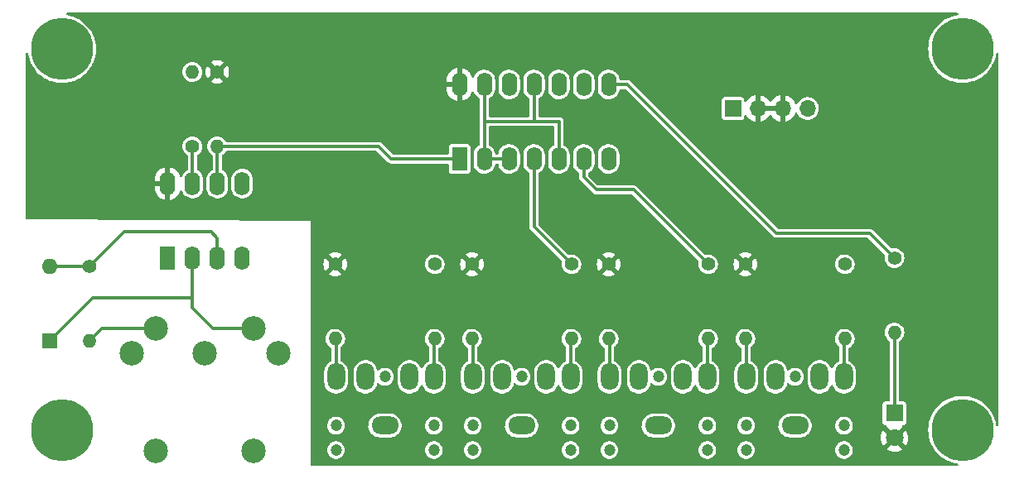
<source format=gtl>
%TF.GenerationSoftware,KiCad,Pcbnew,(6.0.1)*%
%TF.CreationDate,2022-10-07T11:29:30-04:00*%
%TF.ProjectId,MOD-MIDI-THRU,4d4f442d-4d49-4444-992d-544852552e6b,1*%
%TF.SameCoordinates,Original*%
%TF.FileFunction,Copper,L1,Top*%
%TF.FilePolarity,Positive*%
%FSLAX46Y46*%
G04 Gerber Fmt 4.6, Leading zero omitted, Abs format (unit mm)*
G04 Created by KiCad (PCBNEW (6.0.1)) date 2022-10-07 11:29:30*
%MOMM*%
%LPD*%
G01*
G04 APERTURE LIST*
%TA.AperFunction,ComponentPad*%
%ADD10C,1.400000*%
%TD*%
%TA.AperFunction,ComponentPad*%
%ADD11O,1.400000X1.400000*%
%TD*%
%TA.AperFunction,ComponentPad*%
%ADD12C,6.350000*%
%TD*%
%TA.AperFunction,ComponentPad*%
%ADD13C,1.200000*%
%TD*%
%TA.AperFunction,ComponentPad*%
%ADD14O,1.800000X2.800000*%
%TD*%
%TA.AperFunction,ComponentPad*%
%ADD15O,2.800000X1.800000*%
%TD*%
%TA.AperFunction,ComponentPad*%
%ADD16R,1.600000X2.400000*%
%TD*%
%TA.AperFunction,ComponentPad*%
%ADD17O,1.600000X2.400000*%
%TD*%
%TA.AperFunction,ComponentPad*%
%ADD18R,1.800000X1.800000*%
%TD*%
%TA.AperFunction,ComponentPad*%
%ADD19C,1.800000*%
%TD*%
%TA.AperFunction,ComponentPad*%
%ADD20R,1.600000X1.600000*%
%TD*%
%TA.AperFunction,ComponentPad*%
%ADD21O,1.600000X1.600000*%
%TD*%
%TA.AperFunction,ComponentPad*%
%ADD22R,1.700000X1.700000*%
%TD*%
%TA.AperFunction,ComponentPad*%
%ADD23O,1.700000X1.700000*%
%TD*%
%TA.AperFunction,ComponentPad*%
%ADD24C,2.500000*%
%TD*%
%TA.AperFunction,Conductor*%
%ADD25C,0.304800*%
%TD*%
G04 APERTURE END LIST*
D10*
%TO.P,R8,1*%
%TO.N,+5V*%
X149860000Y-66040000D03*
D11*
%TO.P,R8,2*%
%TO.N,/MIDI_3_PWR*%
X149860000Y-73660000D03*
%TD*%
D12*
%TO.P,MTG1,1*%
%TO.N,N/C*%
X94000000Y-83000000D03*
%TD*%
D10*
%TO.P,R6,1*%
%TO.N,+5V*%
X135890000Y-66040000D03*
D11*
%TO.P,R6,2*%
%TO.N,/MIDI_2_PWR*%
X135890000Y-73660000D03*
%TD*%
D13*
%TO.P,J5,90*%
%TO.N,N/C*%
X173910000Y-82550000D03*
X163910000Y-85050000D03*
X173910000Y-85050000D03*
X168910000Y-77550000D03*
X163910000Y-82550000D03*
D14*
%TO.P,J5,R*%
%TO.N,/MIDI_4_PWR*%
X163910000Y-77550000D03*
%TO.P,J5,RN*%
%TO.N,N/C*%
X166910000Y-77550000D03*
D15*
%TO.P,J5,S*%
%TO.N,GND*%
X168910000Y-82550000D03*
D14*
%TO.P,J5,T*%
%TO.N,/MIDI_4_OUT*%
X173910000Y-77550000D03*
%TO.P,J5,TN*%
%TO.N,N/C*%
X171410000Y-77550000D03*
%TD*%
D10*
%TO.P,R7,1*%
%TO.N,Net-(R7-Pad1)*%
X146050000Y-66040000D03*
D11*
%TO.P,R7,2*%
%TO.N,/MIDI_2_OUT*%
X146050000Y-73660000D03*
%TD*%
D13*
%TO.P,J4,90*%
%TO.N,N/C*%
X159940000Y-82550000D03*
X154940000Y-77550000D03*
X149940000Y-85050000D03*
X159940000Y-85050000D03*
X149940000Y-82550000D03*
D14*
%TO.P,J4,R*%
%TO.N,/MIDI_3_PWR*%
X149940000Y-77550000D03*
%TO.P,J4,RN*%
%TO.N,N/C*%
X152940000Y-77550000D03*
D15*
%TO.P,J4,S*%
%TO.N,GND*%
X154940000Y-82550000D03*
D14*
%TO.P,J4,T*%
%TO.N,/MIDI_3_OUT*%
X159940000Y-77550000D03*
%TO.P,J4,TN*%
%TO.N,N/C*%
X157440000Y-77550000D03*
%TD*%
D10*
%TO.P,R4,1*%
%TO.N,+5V*%
X121920000Y-66040000D03*
D11*
%TO.P,R4,2*%
%TO.N,/MIDI_1_PWR*%
X121920000Y-73660000D03*
%TD*%
D16*
%TO.P,U1,1*%
%TO.N,/RXD*%
X134615000Y-55260000D03*
D17*
%TO.P,U1,2*%
%TO.N,Net-(U1-Pad11)*%
X137155000Y-55260000D03*
%TO.P,U1,3*%
X139695000Y-55260000D03*
%TO.P,U1,4*%
%TO.N,Net-(R7-Pad1)*%
X142235000Y-55260000D03*
%TO.P,U1,5*%
%TO.N,Net-(U1-Pad11)*%
X144775000Y-55260000D03*
%TO.P,U1,6*%
%TO.N,Net-(R9-Pad1)*%
X147315000Y-55260000D03*
%TO.P,U1,7,GND*%
%TO.N,GND*%
X149855000Y-55260000D03*
%TO.P,U1,8*%
%TO.N,Net-(R12-Pad1)*%
X149855000Y-47640000D03*
%TO.P,U1,9*%
%TO.N,unconnected-(U1-Pad9)*%
X147315000Y-47640000D03*
%TO.P,U1,10*%
%TO.N,Net-(R11-Pad1)*%
X144775000Y-47640000D03*
%TO.P,U1,11*%
%TO.N,Net-(U1-Pad11)*%
X142235000Y-47640000D03*
%TO.P,U1,12*%
%TO.N,Net-(R5-Pad1)*%
X139695000Y-47640000D03*
%TO.P,U1,13*%
%TO.N,Net-(U1-Pad11)*%
X137155000Y-47640000D03*
%TO.P,U1,14,VCC*%
%TO.N,+5V*%
X134615000Y-47640000D03*
%TD*%
D10*
%TO.P,R11,1*%
%TO.N,Net-(R11-Pad1)*%
X173990000Y-66040000D03*
D11*
%TO.P,R11,2*%
%TO.N,/MIDI_4_OUT*%
X173990000Y-73660000D03*
%TD*%
D10*
%TO.P,R5,1*%
%TO.N,Net-(R5-Pad1)*%
X132080000Y-66040000D03*
D11*
%TO.P,R5,2*%
%TO.N,/MIDI_1_OUT*%
X132080000Y-73660000D03*
%TD*%
D10*
%TO.P,R3,1*%
%TO.N,Net-(D2-Pad2)*%
X96774000Y-66294000D03*
D11*
%TO.P,R3,2*%
%TO.N,/MIDI_RTN*%
X96774000Y-73914000D03*
%TD*%
D18*
%TO.P,D1,1,K*%
%TO.N,Net-(D1-Pad1)*%
X179070000Y-81275000D03*
D19*
%TO.P,D1,2,A*%
%TO.N,+5V*%
X179070000Y-83815000D03*
%TD*%
D10*
%TO.P,R9,1*%
%TO.N,Net-(R9-Pad1)*%
X160020000Y-66040000D03*
D11*
%TO.P,R9,2*%
%TO.N,/MIDI_3_OUT*%
X160020000Y-73660000D03*
%TD*%
D12*
%TO.P,MTG3,1*%
%TO.N,N/C*%
X94000000Y-44000000D03*
%TD*%
D20*
%TO.P,D2,1,K*%
%TO.N,/MIDI_IN*%
X92710000Y-73914000D03*
D21*
%TO.P,D2,2,A*%
%TO.N,Net-(D2-Pad2)*%
X92710000Y-66294000D03*
%TD*%
D22*
%TO.P,J6,1,Pin_1*%
%TO.N,GND*%
X162570000Y-50095000D03*
D23*
%TO.P,J6,2,Pin_2*%
%TO.N,+5V*%
X165110000Y-50095000D03*
%TO.P,J6,3,Pin_3*%
X167650000Y-50095000D03*
%TO.P,J6,4,Pin_4*%
%TO.N,GND*%
X170190000Y-50095000D03*
%TD*%
D10*
%TO.P,R10,1*%
%TO.N,+5V*%
X163830000Y-66040000D03*
D11*
%TO.P,R10,2*%
%TO.N,/MIDI_4_PWR*%
X163830000Y-73660000D03*
%TD*%
D24*
%TO.P,J1,1*%
%TO.N,unconnected-(J1-Pad1)*%
X116085000Y-75105000D03*
%TO.P,J1,2*%
%TO.N,unconnected-(J1-Pad2)*%
X108585000Y-75105000D03*
%TO.P,J1,3*%
%TO.N,unconnected-(J1-Pad3)*%
X101085000Y-75105000D03*
%TO.P,J1,4*%
%TO.N,/MIDI_IN*%
X113585000Y-72605000D03*
%TO.P,J1,5*%
%TO.N,/MIDI_RTN*%
X103585000Y-72605000D03*
%TO.P,J1,6*%
%TO.N,N/C*%
X113585000Y-85105000D03*
X103585000Y-85105000D03*
%TD*%
D13*
%TO.P,J2,90*%
%TO.N,N/C*%
X132000000Y-82550000D03*
X132000000Y-85050000D03*
X122000000Y-82550000D03*
X127000000Y-77550000D03*
X122000000Y-85050000D03*
D14*
%TO.P,J2,R*%
%TO.N,/MIDI_1_PWR*%
X122000000Y-77550000D03*
%TO.P,J2,RN*%
%TO.N,N/C*%
X125000000Y-77550000D03*
D15*
%TO.P,J2,S*%
%TO.N,GND*%
X127000000Y-82550000D03*
D14*
%TO.P,J2,T*%
%TO.N,/MIDI_1_OUT*%
X132000000Y-77550000D03*
%TO.P,J2,TN*%
%TO.N,N/C*%
X129500000Y-77550000D03*
%TD*%
D13*
%TO.P,J3,90*%
%TO.N,N/C*%
X135970000Y-85050000D03*
X135970000Y-82550000D03*
X145970000Y-85050000D03*
X140970000Y-77550000D03*
X145970000Y-82550000D03*
D14*
%TO.P,J3,R*%
%TO.N,/MIDI_2_PWR*%
X135970000Y-77550000D03*
%TO.P,J3,RN*%
%TO.N,N/C*%
X138970000Y-77550000D03*
D15*
%TO.P,J3,S*%
%TO.N,GND*%
X140970000Y-82550000D03*
D14*
%TO.P,J3,T*%
%TO.N,/MIDI_2_OUT*%
X145970000Y-77550000D03*
%TO.P,J3,TN*%
%TO.N,N/C*%
X143470000Y-77550000D03*
%TD*%
D10*
%TO.P,R12,1*%
%TO.N,Net-(R12-Pad1)*%
X179070000Y-65405000D03*
D11*
%TO.P,R12,2*%
%TO.N,Net-(D1-Pad1)*%
X179070000Y-73025000D03*
%TD*%
D10*
%TO.P,R2,1*%
%TO.N,+5V*%
X109855000Y-46355000D03*
D11*
%TO.P,R2,2*%
%TO.N,/RXD*%
X109855000Y-53975000D03*
%TD*%
D10*
%TO.P,R1,1*%
%TO.N,Net-(R1-Pad1)*%
X107315000Y-53975000D03*
D11*
%TO.P,R1,2*%
%TO.N,GND*%
X107315000Y-46355000D03*
%TD*%
D16*
%TO.P,U2,1,NC*%
%TO.N,unconnected-(U2-Pad1)*%
X104785000Y-65395000D03*
D17*
%TO.P,U2,2,C1*%
%TO.N,/MIDI_IN*%
X107325000Y-65395000D03*
%TO.P,U2,3,C2*%
%TO.N,Net-(D2-Pad2)*%
X109865000Y-65395000D03*
%TO.P,U2,4,NC*%
%TO.N,unconnected-(U2-Pad4)*%
X112405000Y-65395000D03*
%TO.P,U2,5,GND*%
%TO.N,GND*%
X112405000Y-57775000D03*
%TO.P,U2,6,VO2*%
%TO.N,/RXD*%
X109865000Y-57775000D03*
%TO.P,U2,7,VO1*%
%TO.N,Net-(R1-Pad1)*%
X107325000Y-57775000D03*
%TO.P,U2,8,VCC*%
%TO.N,+5V*%
X104785000Y-57775000D03*
%TD*%
D12*
%TO.P,MTG2,1*%
%TO.N,N/C*%
X186000000Y-83000000D03*
%TD*%
%TO.P,MTG4,1*%
%TO.N,N/C*%
X186000000Y-44000000D03*
%TD*%
D25*
%TO.N,/MIDI_RTN*%
X103585000Y-72605000D02*
X98083000Y-72605000D01*
X98083000Y-72605000D02*
X96774000Y-73914000D01*
%TO.N,Net-(D2-Pad2)*%
X92710000Y-66294000D02*
X96774000Y-66294000D01*
X109865000Y-63383000D02*
X109865000Y-65395000D01*
X96774000Y-66294000D02*
X100330000Y-62738000D01*
X100330000Y-62738000D02*
X109220000Y-62738000D01*
X109220000Y-62738000D02*
X109865000Y-63383000D01*
%TO.N,/MIDI_1_PWR*%
X122000000Y-77550000D02*
X122000000Y-73740000D01*
%TO.N,/MIDI_1_OUT*%
X132000000Y-77550000D02*
X132000000Y-73740000D01*
%TO.N,/MIDI_2_PWR*%
X135970000Y-77550000D02*
X135970000Y-73740000D01*
%TO.N,Net-(R1-Pad1)*%
X107315000Y-53975000D02*
X107315000Y-57765000D01*
%TO.N,/MIDI_IN*%
X109435000Y-72605000D02*
X113585000Y-72605000D01*
X107325000Y-65395000D02*
X107325000Y-69479000D01*
X107325000Y-69479000D02*
X97145000Y-69479000D01*
X97145000Y-69479000D02*
X92710000Y-73914000D01*
X107325000Y-69479000D02*
X107325000Y-70495000D01*
X107325000Y-70495000D02*
X109435000Y-72605000D01*
%TO.N,/RXD*%
X109855000Y-53975000D02*
X126365000Y-53975000D01*
X126365000Y-53975000D02*
X127650000Y-55260000D01*
X109855000Y-53975000D02*
X109855000Y-57765000D01*
X127650000Y-55260000D02*
X134615000Y-55260000D01*
%TO.N,Net-(D1-Pad1)*%
X179070000Y-81275000D02*
X179070000Y-73025000D01*
%TO.N,/MIDI_2_OUT*%
X145970000Y-77550000D02*
X145970000Y-73740000D01*
%TO.N,/MIDI_3_PWR*%
X149940000Y-77550000D02*
X149940000Y-73740000D01*
%TO.N,/MIDI_3_OUT*%
X159940000Y-77550000D02*
X159940000Y-73740000D01*
%TO.N,/MIDI_4_PWR*%
X163910000Y-77550000D02*
X163910000Y-73740000D01*
%TO.N,Net-(R7-Pad1)*%
X142235000Y-55260000D02*
X142235000Y-62225000D01*
X142235000Y-62225000D02*
X146050000Y-66040000D01*
%TO.N,/MIDI_4_OUT*%
X173910000Y-77550000D02*
X173910000Y-73740000D01*
%TO.N,Net-(U1-Pad11)*%
X142235000Y-47640000D02*
X142235000Y-51430000D01*
X137155000Y-47640000D02*
X137155000Y-51440000D01*
X137155000Y-55260000D02*
X139695000Y-55260000D01*
X144775000Y-51450000D02*
X144785000Y-51440000D01*
X144775000Y-55260000D02*
X144775000Y-51450000D01*
X137155000Y-51440000D02*
X142245000Y-51440000D01*
X142245000Y-51440000D02*
X144785000Y-51440000D01*
X137155000Y-51440000D02*
X137155000Y-55260000D01*
X142235000Y-51430000D02*
X142245000Y-51440000D01*
%TO.N,Net-(R9-Pad1)*%
X160020000Y-66040000D02*
X152400000Y-58420000D01*
X147315000Y-57145000D02*
X148590000Y-58420000D01*
X147315000Y-55260000D02*
X147315000Y-57145000D01*
X152400000Y-58420000D02*
X148590000Y-58420000D01*
%TO.N,Net-(R12-Pad1)*%
X149855000Y-47640000D02*
X151780000Y-47640000D01*
X151780000Y-47640000D02*
X167005000Y-62865000D01*
X167005000Y-62865000D02*
X176530000Y-62865000D01*
X176530000Y-62865000D02*
X179070000Y-65405000D01*
%TD*%
%TA.AperFunction,Conductor*%
%TO.N,+5V*%
G36*
X185550059Y-40324802D02*
G01*
X185596552Y-40378458D01*
X185606656Y-40448732D01*
X185577162Y-40513312D01*
X185517436Y-40551696D01*
X185501650Y-40555249D01*
X185275412Y-40591081D01*
X184923052Y-40685496D01*
X184582492Y-40816225D01*
X184579552Y-40817723D01*
X184260403Y-40980337D01*
X184260396Y-40980341D01*
X184257462Y-40981836D01*
X183951524Y-41180514D01*
X183668029Y-41410084D01*
X183410084Y-41668029D01*
X183180514Y-41951524D01*
X182981836Y-42257462D01*
X182816225Y-42582492D01*
X182685496Y-42923052D01*
X182591081Y-43275412D01*
X182534016Y-43635710D01*
X182514924Y-44000000D01*
X182534016Y-44364290D01*
X182534529Y-44367530D01*
X182534530Y-44367538D01*
X182555249Y-44498351D01*
X182591081Y-44724588D01*
X182685496Y-45076948D01*
X182816225Y-45417508D01*
X182817723Y-45420448D01*
X182967596Y-45714590D01*
X182981836Y-45742538D01*
X182983632Y-45745304D01*
X182983634Y-45745307D01*
X183016544Y-45795984D01*
X183180514Y-46048476D01*
X183410084Y-46331971D01*
X183668029Y-46589916D01*
X183951524Y-46819486D01*
X183964111Y-46827660D01*
X184236611Y-47004623D01*
X184257462Y-47018164D01*
X184260396Y-47019659D01*
X184260403Y-47019663D01*
X184540341Y-47162298D01*
X184582492Y-47183775D01*
X184789703Y-47263316D01*
X184911259Y-47309977D01*
X184923052Y-47314504D01*
X185275412Y-47408919D01*
X185466987Y-47439261D01*
X185632462Y-47465470D01*
X185632470Y-47465471D01*
X185635710Y-47465984D01*
X186000000Y-47485076D01*
X186364290Y-47465984D01*
X186367530Y-47465471D01*
X186367538Y-47465470D01*
X186533013Y-47439261D01*
X186724588Y-47408919D01*
X187076948Y-47314504D01*
X187088742Y-47309977D01*
X187210297Y-47263316D01*
X187417508Y-47183775D01*
X187459659Y-47162298D01*
X187739597Y-47019663D01*
X187739604Y-47019659D01*
X187742538Y-47018164D01*
X187763390Y-47004623D01*
X188035889Y-46827660D01*
X188048476Y-46819486D01*
X188331971Y-46589916D01*
X188589916Y-46331971D01*
X188819486Y-46048476D01*
X188983456Y-45795984D01*
X189016366Y-45745307D01*
X189016368Y-45745304D01*
X189018164Y-45742538D01*
X189032405Y-45714590D01*
X189182277Y-45420448D01*
X189183775Y-45417508D01*
X189314504Y-45076948D01*
X189408919Y-44724588D01*
X189444751Y-44498351D01*
X189475163Y-44434198D01*
X189535431Y-44396671D01*
X189606421Y-44397685D01*
X189665593Y-44436918D01*
X189694161Y-44501913D01*
X189695200Y-44518062D01*
X189695200Y-82481938D01*
X189675198Y-82550059D01*
X189621542Y-82596552D01*
X189551268Y-82606656D01*
X189486688Y-82577162D01*
X189448304Y-82517436D01*
X189444751Y-82501649D01*
X189432369Y-82423472D01*
X189408919Y-82275412D01*
X189314504Y-81923052D01*
X189297378Y-81878436D01*
X189219785Y-81676301D01*
X189183775Y-81582492D01*
X189182277Y-81579552D01*
X189019663Y-81260403D01*
X189019659Y-81260396D01*
X189018164Y-81257462D01*
X188819486Y-80951524D01*
X188589916Y-80668029D01*
X188331971Y-80410084D01*
X188048476Y-80180514D01*
X187878515Y-80070140D01*
X187745307Y-79983634D01*
X187745304Y-79983632D01*
X187742538Y-79981836D01*
X187739604Y-79980341D01*
X187739597Y-79980337D01*
X187420448Y-79817723D01*
X187417508Y-79816225D01*
X187076948Y-79685496D01*
X186724588Y-79591081D01*
X186533013Y-79560739D01*
X186367538Y-79534530D01*
X186367530Y-79534529D01*
X186364290Y-79534016D01*
X186000000Y-79514924D01*
X185635710Y-79534016D01*
X185632470Y-79534529D01*
X185632462Y-79534530D01*
X185466987Y-79560739D01*
X185275412Y-79591081D01*
X184923052Y-79685496D01*
X184582492Y-79816225D01*
X184579552Y-79817723D01*
X184260403Y-79980337D01*
X184260396Y-79980341D01*
X184257462Y-79981836D01*
X184254696Y-79983632D01*
X184254693Y-79983634D01*
X184121485Y-80070140D01*
X183951524Y-80180514D01*
X183668029Y-80410084D01*
X183410084Y-80668029D01*
X183180514Y-80951524D01*
X182981836Y-81257462D01*
X182980341Y-81260396D01*
X182980337Y-81260403D01*
X182817723Y-81579552D01*
X182816225Y-81582492D01*
X182780215Y-81676301D01*
X182702623Y-81878436D01*
X182685496Y-81923052D01*
X182591081Y-82275412D01*
X182576527Y-82367305D01*
X182536189Y-82621991D01*
X182534016Y-82635710D01*
X182514924Y-83000000D01*
X182534016Y-83364290D01*
X182534529Y-83367530D01*
X182534530Y-83367538D01*
X182548213Y-83453928D01*
X182591081Y-83724588D01*
X182685496Y-84076948D01*
X182686681Y-84080036D01*
X182686682Y-84080038D01*
X182736684Y-84210297D01*
X182816225Y-84417508D01*
X182817723Y-84420448D01*
X182953048Y-84686038D01*
X182981836Y-84742538D01*
X183180514Y-85048476D01*
X183410084Y-85331971D01*
X183668029Y-85589916D01*
X183951524Y-85819486D01*
X184008410Y-85856428D01*
X184101848Y-85917107D01*
X184257462Y-86018164D01*
X184260396Y-86019659D01*
X184260403Y-86019663D01*
X184363998Y-86072447D01*
X184582492Y-86183775D01*
X184923052Y-86314504D01*
X185275412Y-86408919D01*
X185501649Y-86444751D01*
X185565802Y-86475163D01*
X185603329Y-86535431D01*
X185602315Y-86606421D01*
X185563082Y-86665593D01*
X185498087Y-86694161D01*
X185481938Y-86695200D01*
X119506259Y-86695200D01*
X119438138Y-86675198D01*
X119391645Y-86621542D01*
X119380259Y-86569123D01*
X119381184Y-85050000D01*
X121089713Y-85050000D01*
X121090403Y-85056565D01*
X121108231Y-85226182D01*
X121109605Y-85239259D01*
X121168411Y-85420247D01*
X121263562Y-85585053D01*
X121390899Y-85726475D01*
X121544856Y-85838332D01*
X121550885Y-85841016D01*
X121550888Y-85841018D01*
X121712670Y-85913047D01*
X121712673Y-85913048D01*
X121718706Y-85915734D01*
X121759382Y-85924380D01*
X121898392Y-85953928D01*
X121898396Y-85953928D01*
X121904849Y-85955300D01*
X122095151Y-85955300D01*
X122101604Y-85953928D01*
X122101608Y-85953928D01*
X122240618Y-85924380D01*
X122281294Y-85915734D01*
X122287327Y-85913048D01*
X122287330Y-85913047D01*
X122449112Y-85841018D01*
X122449115Y-85841016D01*
X122455144Y-85838332D01*
X122609101Y-85726475D01*
X122736438Y-85585053D01*
X122831589Y-85420247D01*
X122890395Y-85239259D01*
X122891770Y-85226182D01*
X122909597Y-85056565D01*
X122910287Y-85050000D01*
X131089713Y-85050000D01*
X131090403Y-85056565D01*
X131108231Y-85226182D01*
X131109605Y-85239259D01*
X131168411Y-85420247D01*
X131263562Y-85585053D01*
X131390899Y-85726475D01*
X131544856Y-85838332D01*
X131550885Y-85841016D01*
X131550888Y-85841018D01*
X131712670Y-85913047D01*
X131712673Y-85913048D01*
X131718706Y-85915734D01*
X131759382Y-85924380D01*
X131898392Y-85953928D01*
X131898396Y-85953928D01*
X131904849Y-85955300D01*
X132095151Y-85955300D01*
X132101604Y-85953928D01*
X132101608Y-85953928D01*
X132240618Y-85924380D01*
X132281294Y-85915734D01*
X132287327Y-85913048D01*
X132287330Y-85913047D01*
X132449112Y-85841018D01*
X132449115Y-85841016D01*
X132455144Y-85838332D01*
X132609101Y-85726475D01*
X132736438Y-85585053D01*
X132831589Y-85420247D01*
X132890395Y-85239259D01*
X132891770Y-85226182D01*
X132909597Y-85056565D01*
X132910287Y-85050000D01*
X135059713Y-85050000D01*
X135060403Y-85056565D01*
X135078231Y-85226182D01*
X135079605Y-85239259D01*
X135138411Y-85420247D01*
X135233562Y-85585053D01*
X135360899Y-85726475D01*
X135514856Y-85838332D01*
X135520885Y-85841016D01*
X135520888Y-85841018D01*
X135682670Y-85913047D01*
X135682673Y-85913048D01*
X135688706Y-85915734D01*
X135729382Y-85924380D01*
X135868392Y-85953928D01*
X135868396Y-85953928D01*
X135874849Y-85955300D01*
X136065151Y-85955300D01*
X136071604Y-85953928D01*
X136071608Y-85953928D01*
X136210618Y-85924380D01*
X136251294Y-85915734D01*
X136257327Y-85913048D01*
X136257330Y-85913047D01*
X136419112Y-85841018D01*
X136419115Y-85841016D01*
X136425144Y-85838332D01*
X136579101Y-85726475D01*
X136706438Y-85585053D01*
X136801589Y-85420247D01*
X136860395Y-85239259D01*
X136861770Y-85226182D01*
X136879597Y-85056565D01*
X136880287Y-85050000D01*
X145059713Y-85050000D01*
X145060403Y-85056565D01*
X145078231Y-85226182D01*
X145079605Y-85239259D01*
X145138411Y-85420247D01*
X145233562Y-85585053D01*
X145360899Y-85726475D01*
X145514856Y-85838332D01*
X145520885Y-85841016D01*
X145520888Y-85841018D01*
X145682670Y-85913047D01*
X145682673Y-85913048D01*
X145688706Y-85915734D01*
X145729382Y-85924380D01*
X145868392Y-85953928D01*
X145868396Y-85953928D01*
X145874849Y-85955300D01*
X146065151Y-85955300D01*
X146071604Y-85953928D01*
X146071608Y-85953928D01*
X146210618Y-85924380D01*
X146251294Y-85915734D01*
X146257327Y-85913048D01*
X146257330Y-85913047D01*
X146419112Y-85841018D01*
X146419115Y-85841016D01*
X146425144Y-85838332D01*
X146579101Y-85726475D01*
X146706438Y-85585053D01*
X146801589Y-85420247D01*
X146860395Y-85239259D01*
X146861770Y-85226182D01*
X146879597Y-85056565D01*
X146880287Y-85050000D01*
X149029713Y-85050000D01*
X149030403Y-85056565D01*
X149048231Y-85226182D01*
X149049605Y-85239259D01*
X149108411Y-85420247D01*
X149203562Y-85585053D01*
X149330899Y-85726475D01*
X149484856Y-85838332D01*
X149490885Y-85841016D01*
X149490888Y-85841018D01*
X149652670Y-85913047D01*
X149652673Y-85913048D01*
X149658706Y-85915734D01*
X149699382Y-85924380D01*
X149838392Y-85953928D01*
X149838396Y-85953928D01*
X149844849Y-85955300D01*
X150035151Y-85955300D01*
X150041604Y-85953928D01*
X150041608Y-85953928D01*
X150180618Y-85924380D01*
X150221294Y-85915734D01*
X150227327Y-85913048D01*
X150227330Y-85913047D01*
X150389112Y-85841018D01*
X150389115Y-85841016D01*
X150395144Y-85838332D01*
X150549101Y-85726475D01*
X150676438Y-85585053D01*
X150771589Y-85420247D01*
X150830395Y-85239259D01*
X150831770Y-85226182D01*
X150849597Y-85056565D01*
X150850287Y-85050000D01*
X159029713Y-85050000D01*
X159030403Y-85056565D01*
X159048231Y-85226182D01*
X159049605Y-85239259D01*
X159108411Y-85420247D01*
X159203562Y-85585053D01*
X159330899Y-85726475D01*
X159484856Y-85838332D01*
X159490885Y-85841016D01*
X159490888Y-85841018D01*
X159652670Y-85913047D01*
X159652673Y-85913048D01*
X159658706Y-85915734D01*
X159699382Y-85924380D01*
X159838392Y-85953928D01*
X159838396Y-85953928D01*
X159844849Y-85955300D01*
X160035151Y-85955300D01*
X160041604Y-85953928D01*
X160041608Y-85953928D01*
X160180618Y-85924380D01*
X160221294Y-85915734D01*
X160227327Y-85913048D01*
X160227330Y-85913047D01*
X160389112Y-85841018D01*
X160389115Y-85841016D01*
X160395144Y-85838332D01*
X160549101Y-85726475D01*
X160676438Y-85585053D01*
X160771589Y-85420247D01*
X160830395Y-85239259D01*
X160831770Y-85226182D01*
X160849597Y-85056565D01*
X160850287Y-85050000D01*
X162999713Y-85050000D01*
X163000403Y-85056565D01*
X163018231Y-85226182D01*
X163019605Y-85239259D01*
X163078411Y-85420247D01*
X163173562Y-85585053D01*
X163300899Y-85726475D01*
X163454856Y-85838332D01*
X163460885Y-85841016D01*
X163460888Y-85841018D01*
X163622670Y-85913047D01*
X163622673Y-85913048D01*
X163628706Y-85915734D01*
X163669382Y-85924380D01*
X163808392Y-85953928D01*
X163808396Y-85953928D01*
X163814849Y-85955300D01*
X164005151Y-85955300D01*
X164011604Y-85953928D01*
X164011608Y-85953928D01*
X164150618Y-85924380D01*
X164191294Y-85915734D01*
X164197327Y-85913048D01*
X164197330Y-85913047D01*
X164359112Y-85841018D01*
X164359115Y-85841016D01*
X164365144Y-85838332D01*
X164519101Y-85726475D01*
X164646438Y-85585053D01*
X164741589Y-85420247D01*
X164800395Y-85239259D01*
X164801770Y-85226182D01*
X164819597Y-85056565D01*
X164820287Y-85050000D01*
X172999713Y-85050000D01*
X173000403Y-85056565D01*
X173018231Y-85226182D01*
X173019605Y-85239259D01*
X173078411Y-85420247D01*
X173173562Y-85585053D01*
X173300899Y-85726475D01*
X173454856Y-85838332D01*
X173460885Y-85841016D01*
X173460888Y-85841018D01*
X173622670Y-85913047D01*
X173622673Y-85913048D01*
X173628706Y-85915734D01*
X173669382Y-85924380D01*
X173808392Y-85953928D01*
X173808396Y-85953928D01*
X173814849Y-85955300D01*
X174005151Y-85955300D01*
X174011604Y-85953928D01*
X174011608Y-85953928D01*
X174150618Y-85924380D01*
X174191294Y-85915734D01*
X174197327Y-85913048D01*
X174197330Y-85913047D01*
X174359112Y-85841018D01*
X174359115Y-85841016D01*
X174365144Y-85838332D01*
X174519101Y-85726475D01*
X174646438Y-85585053D01*
X174741589Y-85420247D01*
X174800395Y-85239259D01*
X174801770Y-85226182D01*
X174819597Y-85056565D01*
X174820287Y-85050000D01*
X174812552Y-84976406D01*
X178273423Y-84976406D01*
X178278704Y-84983461D01*
X178455080Y-85086527D01*
X178464363Y-85090974D01*
X178671003Y-85169883D01*
X178680901Y-85172759D01*
X178897653Y-85216857D01*
X178907883Y-85218076D01*
X179128914Y-85226182D01*
X179139223Y-85225714D01*
X179358623Y-85197608D01*
X179368688Y-85195468D01*
X179580557Y-85131905D01*
X179590152Y-85128144D01*
X179788778Y-85030838D01*
X179797636Y-85025559D01*
X179855097Y-84984572D01*
X179863497Y-84973874D01*
X179856510Y-84960721D01*
X179082811Y-84187021D01*
X179068868Y-84179408D01*
X179067034Y-84179539D01*
X179060420Y-84183790D01*
X178280180Y-84964031D01*
X178273423Y-84976406D01*
X174812552Y-84976406D01*
X174800395Y-84860741D01*
X174741589Y-84679753D01*
X174646438Y-84514947D01*
X174558704Y-84417508D01*
X174523523Y-84378436D01*
X174523522Y-84378435D01*
X174519101Y-84373525D01*
X174365144Y-84261668D01*
X174359115Y-84258984D01*
X174359112Y-84258982D01*
X174197330Y-84186953D01*
X174197327Y-84186952D01*
X174191294Y-84184266D01*
X174150618Y-84175620D01*
X174011608Y-84146072D01*
X174011604Y-84146072D01*
X174005151Y-84144700D01*
X173814849Y-84144700D01*
X173808396Y-84146072D01*
X173808392Y-84146072D01*
X173721777Y-84164483D01*
X173628706Y-84184266D01*
X173622676Y-84186951D01*
X173622675Y-84186951D01*
X173460887Y-84258983D01*
X173460885Y-84258984D01*
X173454857Y-84261668D01*
X173449516Y-84265548D01*
X173449515Y-84265549D01*
X173360611Y-84330142D01*
X173300899Y-84373525D01*
X173296478Y-84378435D01*
X173296477Y-84378436D01*
X173261297Y-84417508D01*
X173173562Y-84514947D01*
X173078411Y-84679753D01*
X173019605Y-84860741D01*
X172999713Y-85050000D01*
X164820287Y-85050000D01*
X164800395Y-84860741D01*
X164741589Y-84679753D01*
X164646438Y-84514947D01*
X164558704Y-84417508D01*
X164523523Y-84378436D01*
X164523522Y-84378435D01*
X164519101Y-84373525D01*
X164365144Y-84261668D01*
X164359115Y-84258984D01*
X164359112Y-84258982D01*
X164197330Y-84186953D01*
X164197327Y-84186952D01*
X164191294Y-84184266D01*
X164150618Y-84175620D01*
X164011608Y-84146072D01*
X164011604Y-84146072D01*
X164005151Y-84144700D01*
X163814849Y-84144700D01*
X163808396Y-84146072D01*
X163808392Y-84146072D01*
X163721777Y-84164483D01*
X163628706Y-84184266D01*
X163622676Y-84186951D01*
X163622675Y-84186951D01*
X163460887Y-84258983D01*
X163460885Y-84258984D01*
X163454857Y-84261668D01*
X163449516Y-84265548D01*
X163449515Y-84265549D01*
X163360611Y-84330142D01*
X163300899Y-84373525D01*
X163296478Y-84378435D01*
X163296477Y-84378436D01*
X163261297Y-84417508D01*
X163173562Y-84514947D01*
X163078411Y-84679753D01*
X163019605Y-84860741D01*
X162999713Y-85050000D01*
X160850287Y-85050000D01*
X160830395Y-84860741D01*
X160771589Y-84679753D01*
X160676438Y-84514947D01*
X160588704Y-84417508D01*
X160553523Y-84378436D01*
X160553522Y-84378435D01*
X160549101Y-84373525D01*
X160395144Y-84261668D01*
X160389115Y-84258984D01*
X160389112Y-84258982D01*
X160227330Y-84186953D01*
X160227327Y-84186952D01*
X160221294Y-84184266D01*
X160180618Y-84175620D01*
X160041608Y-84146072D01*
X160041604Y-84146072D01*
X160035151Y-84144700D01*
X159844849Y-84144700D01*
X159838396Y-84146072D01*
X159838392Y-84146072D01*
X159751777Y-84164483D01*
X159658706Y-84184266D01*
X159652676Y-84186951D01*
X159652675Y-84186951D01*
X159490887Y-84258983D01*
X159490885Y-84258984D01*
X159484857Y-84261668D01*
X159479516Y-84265548D01*
X159479515Y-84265549D01*
X159390611Y-84330142D01*
X159330899Y-84373525D01*
X159326478Y-84378435D01*
X159326477Y-84378436D01*
X159291297Y-84417508D01*
X159203562Y-84514947D01*
X159108411Y-84679753D01*
X159049605Y-84860741D01*
X159029713Y-85050000D01*
X150850287Y-85050000D01*
X150830395Y-84860741D01*
X150771589Y-84679753D01*
X150676438Y-84514947D01*
X150588704Y-84417508D01*
X150553523Y-84378436D01*
X150553522Y-84378435D01*
X150549101Y-84373525D01*
X150395144Y-84261668D01*
X150389115Y-84258984D01*
X150389112Y-84258982D01*
X150227330Y-84186953D01*
X150227327Y-84186952D01*
X150221294Y-84184266D01*
X150180618Y-84175620D01*
X150041608Y-84146072D01*
X150041604Y-84146072D01*
X150035151Y-84144700D01*
X149844849Y-84144700D01*
X149838396Y-84146072D01*
X149838392Y-84146072D01*
X149751777Y-84164483D01*
X149658706Y-84184266D01*
X149652676Y-84186951D01*
X149652675Y-84186951D01*
X149490887Y-84258983D01*
X149490885Y-84258984D01*
X149484857Y-84261668D01*
X149479516Y-84265548D01*
X149479515Y-84265549D01*
X149390611Y-84330142D01*
X149330899Y-84373525D01*
X149326478Y-84378435D01*
X149326477Y-84378436D01*
X149291297Y-84417508D01*
X149203562Y-84514947D01*
X149108411Y-84679753D01*
X149049605Y-84860741D01*
X149029713Y-85050000D01*
X146880287Y-85050000D01*
X146860395Y-84860741D01*
X146801589Y-84679753D01*
X146706438Y-84514947D01*
X146618704Y-84417508D01*
X146583523Y-84378436D01*
X146583522Y-84378435D01*
X146579101Y-84373525D01*
X146425144Y-84261668D01*
X146419115Y-84258984D01*
X146419112Y-84258982D01*
X146257330Y-84186953D01*
X146257327Y-84186952D01*
X146251294Y-84184266D01*
X146210618Y-84175620D01*
X146071608Y-84146072D01*
X146071604Y-84146072D01*
X146065151Y-84144700D01*
X145874849Y-84144700D01*
X145868396Y-84146072D01*
X145868392Y-84146072D01*
X145781777Y-84164483D01*
X145688706Y-84184266D01*
X145682676Y-84186951D01*
X145682675Y-84186951D01*
X145520887Y-84258983D01*
X145520885Y-84258984D01*
X145514857Y-84261668D01*
X145509516Y-84265548D01*
X145509515Y-84265549D01*
X145420611Y-84330142D01*
X145360899Y-84373525D01*
X145356478Y-84378435D01*
X145356477Y-84378436D01*
X145321297Y-84417508D01*
X145233562Y-84514947D01*
X145138411Y-84679753D01*
X145079605Y-84860741D01*
X145059713Y-85050000D01*
X136880287Y-85050000D01*
X136860395Y-84860741D01*
X136801589Y-84679753D01*
X136706438Y-84514947D01*
X136618704Y-84417508D01*
X136583523Y-84378436D01*
X136583522Y-84378435D01*
X136579101Y-84373525D01*
X136425144Y-84261668D01*
X136419115Y-84258984D01*
X136419112Y-84258982D01*
X136257330Y-84186953D01*
X136257327Y-84186952D01*
X136251294Y-84184266D01*
X136210618Y-84175620D01*
X136071608Y-84146072D01*
X136071604Y-84146072D01*
X136065151Y-84144700D01*
X135874849Y-84144700D01*
X135868396Y-84146072D01*
X135868392Y-84146072D01*
X135781777Y-84164483D01*
X135688706Y-84184266D01*
X135682676Y-84186951D01*
X135682675Y-84186951D01*
X135520887Y-84258983D01*
X135520885Y-84258984D01*
X135514857Y-84261668D01*
X135509516Y-84265548D01*
X135509515Y-84265549D01*
X135420611Y-84330142D01*
X135360899Y-84373525D01*
X135356478Y-84378435D01*
X135356477Y-84378436D01*
X135321297Y-84417508D01*
X135233562Y-84514947D01*
X135138411Y-84679753D01*
X135079605Y-84860741D01*
X135059713Y-85050000D01*
X132910287Y-85050000D01*
X132890395Y-84860741D01*
X132831589Y-84679753D01*
X132736438Y-84514947D01*
X132648704Y-84417508D01*
X132613523Y-84378436D01*
X132613522Y-84378435D01*
X132609101Y-84373525D01*
X132455144Y-84261668D01*
X132449115Y-84258984D01*
X132449112Y-84258982D01*
X132287330Y-84186953D01*
X132287327Y-84186952D01*
X132281294Y-84184266D01*
X132240618Y-84175620D01*
X132101608Y-84146072D01*
X132101604Y-84146072D01*
X132095151Y-84144700D01*
X131904849Y-84144700D01*
X131898396Y-84146072D01*
X131898392Y-84146072D01*
X131811777Y-84164483D01*
X131718706Y-84184266D01*
X131712676Y-84186951D01*
X131712675Y-84186951D01*
X131550887Y-84258983D01*
X131550885Y-84258984D01*
X131544857Y-84261668D01*
X131539516Y-84265548D01*
X131539515Y-84265549D01*
X131450611Y-84330142D01*
X131390899Y-84373525D01*
X131386478Y-84378435D01*
X131386477Y-84378436D01*
X131351297Y-84417508D01*
X131263562Y-84514947D01*
X131168411Y-84679753D01*
X131109605Y-84860741D01*
X131089713Y-85050000D01*
X122910287Y-85050000D01*
X122890395Y-84860741D01*
X122831589Y-84679753D01*
X122736438Y-84514947D01*
X122648704Y-84417508D01*
X122613523Y-84378436D01*
X122613522Y-84378435D01*
X122609101Y-84373525D01*
X122455144Y-84261668D01*
X122449115Y-84258984D01*
X122449112Y-84258982D01*
X122287330Y-84186953D01*
X122287327Y-84186952D01*
X122281294Y-84184266D01*
X122240618Y-84175620D01*
X122101608Y-84146072D01*
X122101604Y-84146072D01*
X122095151Y-84144700D01*
X121904849Y-84144700D01*
X121898396Y-84146072D01*
X121898392Y-84146072D01*
X121811777Y-84164483D01*
X121718706Y-84184266D01*
X121712676Y-84186951D01*
X121712675Y-84186951D01*
X121550887Y-84258983D01*
X121550885Y-84258984D01*
X121544857Y-84261668D01*
X121539516Y-84265548D01*
X121539515Y-84265549D01*
X121450611Y-84330142D01*
X121390899Y-84373525D01*
X121386478Y-84378435D01*
X121386477Y-84378436D01*
X121351297Y-84417508D01*
X121263562Y-84514947D01*
X121168411Y-84679753D01*
X121109605Y-84860741D01*
X121089713Y-85050000D01*
X119381184Y-85050000D01*
X119381954Y-83785638D01*
X177657893Y-83785638D01*
X177670627Y-84006468D01*
X177672061Y-84016670D01*
X177720685Y-84232439D01*
X177723773Y-84242292D01*
X177806986Y-84447220D01*
X177811634Y-84456421D01*
X177900097Y-84600781D01*
X177910553Y-84610242D01*
X177919331Y-84606458D01*
X178697979Y-83827811D01*
X178704356Y-83816132D01*
X179434408Y-83816132D01*
X179434539Y-83817966D01*
X179438790Y-83824580D01*
X180216307Y-84602096D01*
X180228313Y-84608652D01*
X180240052Y-84599684D01*
X180278010Y-84546859D01*
X180283321Y-84538020D01*
X180381318Y-84339737D01*
X180385117Y-84330142D01*
X180449415Y-84118517D01*
X180451594Y-84108436D01*
X180480702Y-83887338D01*
X180481221Y-83880663D01*
X180482744Y-83818364D01*
X180482550Y-83811646D01*
X180464279Y-83589400D01*
X180462596Y-83579238D01*
X180408710Y-83364708D01*
X180405389Y-83354953D01*
X180317193Y-83152118D01*
X180312315Y-83143020D01*
X180239224Y-83030038D01*
X180228538Y-83020835D01*
X180218973Y-83025238D01*
X179442021Y-83802189D01*
X179434408Y-83816132D01*
X178704356Y-83816132D01*
X178705592Y-83813868D01*
X178705461Y-83812034D01*
X178701210Y-83805420D01*
X177923862Y-83028073D01*
X177912330Y-83021776D01*
X177900048Y-83031399D01*
X177844467Y-83112877D01*
X177839379Y-83121833D01*
X177746252Y-83322459D01*
X177742689Y-83332146D01*
X177683581Y-83545280D01*
X177681650Y-83555400D01*
X177658145Y-83775349D01*
X177657893Y-83785638D01*
X119381954Y-83785638D01*
X119382706Y-82550000D01*
X121089713Y-82550000D01*
X121090403Y-82556565D01*
X121102120Y-82668040D01*
X121109605Y-82739259D01*
X121168411Y-82920247D01*
X121263562Y-83085053D01*
X121267980Y-83089960D01*
X121267981Y-83089961D01*
X121386477Y-83221564D01*
X121390899Y-83226475D01*
X121432259Y-83256525D01*
X121536342Y-83332146D01*
X121544856Y-83338332D01*
X121550885Y-83341016D01*
X121550888Y-83341018D01*
X121712670Y-83413047D01*
X121712673Y-83413048D01*
X121718706Y-83415734D01*
X121756178Y-83423699D01*
X121898392Y-83453928D01*
X121898396Y-83453928D01*
X121904849Y-83455300D01*
X122095151Y-83455300D01*
X122101604Y-83453928D01*
X122101608Y-83453928D01*
X122243822Y-83423699D01*
X122281294Y-83415734D01*
X122287327Y-83413048D01*
X122287330Y-83413047D01*
X122449112Y-83341018D01*
X122449115Y-83341016D01*
X122455144Y-83338332D01*
X122463659Y-83332146D01*
X122567741Y-83256525D01*
X122609101Y-83226475D01*
X122613523Y-83221564D01*
X122732019Y-83089961D01*
X122732020Y-83089960D01*
X122736438Y-83085053D01*
X122831589Y-82920247D01*
X122890395Y-82739259D01*
X122897881Y-82668040D01*
X122900305Y-82644972D01*
X125293267Y-82644972D01*
X125330782Y-82863291D01*
X125407453Y-83071118D01*
X125410405Y-83076079D01*
X125410405Y-83076080D01*
X125502191Y-83230358D01*
X125520714Y-83261493D01*
X125666772Y-83428040D01*
X125840734Y-83565181D01*
X125845850Y-83567872D01*
X125845852Y-83567874D01*
X125947300Y-83621248D01*
X126036775Y-83668323D01*
X126248330Y-83734012D01*
X126254067Y-83734691D01*
X126424503Y-83754864D01*
X126424510Y-83754864D01*
X126428190Y-83755300D01*
X127556200Y-83755300D01*
X127644977Y-83747143D01*
X127714836Y-83740724D01*
X127714839Y-83740723D01*
X127720590Y-83740195D01*
X127726150Y-83738627D01*
X127928233Y-83681633D01*
X127928235Y-83681632D01*
X127933792Y-83680065D01*
X127938968Y-83677513D01*
X127938972Y-83677511D01*
X128127285Y-83584645D01*
X128132466Y-83582090D01*
X128159902Y-83561603D01*
X128305335Y-83453003D01*
X128305336Y-83453002D01*
X128309959Y-83449550D01*
X128412768Y-83338332D01*
X128456407Y-83291124D01*
X128456409Y-83291121D01*
X128460326Y-83286884D01*
X128501540Y-83221564D01*
X128575450Y-83104423D01*
X128575452Y-83104418D01*
X128578531Y-83099539D01*
X128660617Y-82893790D01*
X128667815Y-82857603D01*
X128702706Y-82682196D01*
X128702706Y-82682191D01*
X128703833Y-82676528D01*
X128703961Y-82666795D01*
X128705490Y-82550000D01*
X131089713Y-82550000D01*
X131090403Y-82556565D01*
X131102120Y-82668040D01*
X131109605Y-82739259D01*
X131168411Y-82920247D01*
X131263562Y-83085053D01*
X131267980Y-83089960D01*
X131267981Y-83089961D01*
X131386477Y-83221564D01*
X131390899Y-83226475D01*
X131432259Y-83256525D01*
X131536342Y-83332146D01*
X131544856Y-83338332D01*
X131550885Y-83341016D01*
X131550888Y-83341018D01*
X131712670Y-83413047D01*
X131712673Y-83413048D01*
X131718706Y-83415734D01*
X131756178Y-83423699D01*
X131898392Y-83453928D01*
X131898396Y-83453928D01*
X131904849Y-83455300D01*
X132095151Y-83455300D01*
X132101604Y-83453928D01*
X132101608Y-83453928D01*
X132243822Y-83423699D01*
X132281294Y-83415734D01*
X132287327Y-83413048D01*
X132287330Y-83413047D01*
X132449112Y-83341018D01*
X132449115Y-83341016D01*
X132455144Y-83338332D01*
X132463659Y-83332146D01*
X132567741Y-83256525D01*
X132609101Y-83226475D01*
X132613523Y-83221564D01*
X132732019Y-83089961D01*
X132732020Y-83089960D01*
X132736438Y-83085053D01*
X132831589Y-82920247D01*
X132890395Y-82739259D01*
X132897881Y-82668040D01*
X132909597Y-82556565D01*
X132910287Y-82550000D01*
X135059713Y-82550000D01*
X135060403Y-82556565D01*
X135072120Y-82668040D01*
X135079605Y-82739259D01*
X135138411Y-82920247D01*
X135233562Y-83085053D01*
X135237980Y-83089960D01*
X135237981Y-83089961D01*
X135356477Y-83221564D01*
X135360899Y-83226475D01*
X135402259Y-83256525D01*
X135506342Y-83332146D01*
X135514856Y-83338332D01*
X135520885Y-83341016D01*
X135520888Y-83341018D01*
X135682670Y-83413047D01*
X135682673Y-83413048D01*
X135688706Y-83415734D01*
X135726178Y-83423699D01*
X135868392Y-83453928D01*
X135868396Y-83453928D01*
X135874849Y-83455300D01*
X136065151Y-83455300D01*
X136071604Y-83453928D01*
X136071608Y-83453928D01*
X136213822Y-83423699D01*
X136251294Y-83415734D01*
X136257327Y-83413048D01*
X136257330Y-83413047D01*
X136419112Y-83341018D01*
X136419115Y-83341016D01*
X136425144Y-83338332D01*
X136433659Y-83332146D01*
X136537741Y-83256525D01*
X136579101Y-83226475D01*
X136583523Y-83221564D01*
X136702019Y-83089961D01*
X136702020Y-83089960D01*
X136706438Y-83085053D01*
X136801589Y-82920247D01*
X136860395Y-82739259D01*
X136867881Y-82668040D01*
X136870305Y-82644972D01*
X139263267Y-82644972D01*
X139300782Y-82863291D01*
X139377453Y-83071118D01*
X139380405Y-83076079D01*
X139380405Y-83076080D01*
X139472191Y-83230358D01*
X139490714Y-83261493D01*
X139636772Y-83428040D01*
X139810734Y-83565181D01*
X139815850Y-83567872D01*
X139815852Y-83567874D01*
X139917300Y-83621248D01*
X140006775Y-83668323D01*
X140218330Y-83734012D01*
X140224067Y-83734691D01*
X140394503Y-83754864D01*
X140394510Y-83754864D01*
X140398190Y-83755300D01*
X141526200Y-83755300D01*
X141614977Y-83747143D01*
X141684836Y-83740724D01*
X141684839Y-83740723D01*
X141690590Y-83740195D01*
X141696150Y-83738627D01*
X141898233Y-83681633D01*
X141898235Y-83681632D01*
X141903792Y-83680065D01*
X141908968Y-83677513D01*
X141908972Y-83677511D01*
X142097285Y-83584645D01*
X142102466Y-83582090D01*
X142129902Y-83561603D01*
X142275335Y-83453003D01*
X142275336Y-83453002D01*
X142279959Y-83449550D01*
X142382768Y-83338332D01*
X142426407Y-83291124D01*
X142426409Y-83291121D01*
X142430326Y-83286884D01*
X142471540Y-83221564D01*
X142545450Y-83104423D01*
X142545452Y-83104418D01*
X142548531Y-83099539D01*
X142630617Y-82893790D01*
X142637815Y-82857603D01*
X142672706Y-82682196D01*
X142672706Y-82682191D01*
X142673833Y-82676528D01*
X142673961Y-82666795D01*
X142675490Y-82550000D01*
X145059713Y-82550000D01*
X145060403Y-82556565D01*
X145072120Y-82668040D01*
X145079605Y-82739259D01*
X145138411Y-82920247D01*
X145233562Y-83085053D01*
X145237980Y-83089960D01*
X145237981Y-83089961D01*
X145356477Y-83221564D01*
X145360899Y-83226475D01*
X145402259Y-83256525D01*
X145506342Y-83332146D01*
X145514856Y-83338332D01*
X145520885Y-83341016D01*
X145520888Y-83341018D01*
X145682670Y-83413047D01*
X145682673Y-83413048D01*
X145688706Y-83415734D01*
X145726178Y-83423699D01*
X145868392Y-83453928D01*
X145868396Y-83453928D01*
X145874849Y-83455300D01*
X146065151Y-83455300D01*
X146071604Y-83453928D01*
X146071608Y-83453928D01*
X146213822Y-83423699D01*
X146251294Y-83415734D01*
X146257327Y-83413048D01*
X146257330Y-83413047D01*
X146419112Y-83341018D01*
X146419115Y-83341016D01*
X146425144Y-83338332D01*
X146433659Y-83332146D01*
X146537741Y-83256525D01*
X146579101Y-83226475D01*
X146583523Y-83221564D01*
X146702019Y-83089961D01*
X146702020Y-83089960D01*
X146706438Y-83085053D01*
X146801589Y-82920247D01*
X146860395Y-82739259D01*
X146867881Y-82668040D01*
X146879597Y-82556565D01*
X146880287Y-82550000D01*
X149029713Y-82550000D01*
X149030403Y-82556565D01*
X149042120Y-82668040D01*
X149049605Y-82739259D01*
X149108411Y-82920247D01*
X149203562Y-83085053D01*
X149207980Y-83089960D01*
X149207981Y-83089961D01*
X149326477Y-83221564D01*
X149330899Y-83226475D01*
X149372259Y-83256525D01*
X149476342Y-83332146D01*
X149484856Y-83338332D01*
X149490885Y-83341016D01*
X149490888Y-83341018D01*
X149652670Y-83413047D01*
X149652673Y-83413048D01*
X149658706Y-83415734D01*
X149696178Y-83423699D01*
X149838392Y-83453928D01*
X149838396Y-83453928D01*
X149844849Y-83455300D01*
X150035151Y-83455300D01*
X150041604Y-83453928D01*
X150041608Y-83453928D01*
X150183822Y-83423699D01*
X150221294Y-83415734D01*
X150227327Y-83413048D01*
X150227330Y-83413047D01*
X150389112Y-83341018D01*
X150389115Y-83341016D01*
X150395144Y-83338332D01*
X150403659Y-83332146D01*
X150507741Y-83256525D01*
X150549101Y-83226475D01*
X150553523Y-83221564D01*
X150672019Y-83089961D01*
X150672020Y-83089960D01*
X150676438Y-83085053D01*
X150771589Y-82920247D01*
X150830395Y-82739259D01*
X150837881Y-82668040D01*
X150840305Y-82644972D01*
X153233267Y-82644972D01*
X153270782Y-82863291D01*
X153347453Y-83071118D01*
X153350405Y-83076079D01*
X153350405Y-83076080D01*
X153442191Y-83230358D01*
X153460714Y-83261493D01*
X153606772Y-83428040D01*
X153780734Y-83565181D01*
X153785850Y-83567872D01*
X153785852Y-83567874D01*
X153887300Y-83621248D01*
X153976775Y-83668323D01*
X154188330Y-83734012D01*
X154194067Y-83734691D01*
X154364503Y-83754864D01*
X154364510Y-83754864D01*
X154368190Y-83755300D01*
X155496200Y-83755300D01*
X155584977Y-83747143D01*
X155654836Y-83740724D01*
X155654839Y-83740723D01*
X155660590Y-83740195D01*
X155666150Y-83738627D01*
X155868233Y-83681633D01*
X155868235Y-83681632D01*
X155873792Y-83680065D01*
X155878968Y-83677513D01*
X155878972Y-83677511D01*
X156067285Y-83584645D01*
X156072466Y-83582090D01*
X156099902Y-83561603D01*
X156245335Y-83453003D01*
X156245336Y-83453002D01*
X156249959Y-83449550D01*
X156352768Y-83338332D01*
X156396407Y-83291124D01*
X156396409Y-83291121D01*
X156400326Y-83286884D01*
X156441540Y-83221564D01*
X156515450Y-83104423D01*
X156515452Y-83104418D01*
X156518531Y-83099539D01*
X156600617Y-82893790D01*
X156607815Y-82857603D01*
X156642706Y-82682196D01*
X156642706Y-82682191D01*
X156643833Y-82676528D01*
X156643961Y-82666795D01*
X156645490Y-82550000D01*
X159029713Y-82550000D01*
X159030403Y-82556565D01*
X159042120Y-82668040D01*
X159049605Y-82739259D01*
X159108411Y-82920247D01*
X159203562Y-83085053D01*
X159207980Y-83089960D01*
X159207981Y-83089961D01*
X159326477Y-83221564D01*
X159330899Y-83226475D01*
X159372259Y-83256525D01*
X159476342Y-83332146D01*
X159484856Y-83338332D01*
X159490885Y-83341016D01*
X159490888Y-83341018D01*
X159652670Y-83413047D01*
X159652673Y-83413048D01*
X159658706Y-83415734D01*
X159696178Y-83423699D01*
X159838392Y-83453928D01*
X159838396Y-83453928D01*
X159844849Y-83455300D01*
X160035151Y-83455300D01*
X160041604Y-83453928D01*
X160041608Y-83453928D01*
X160183822Y-83423699D01*
X160221294Y-83415734D01*
X160227327Y-83413048D01*
X160227330Y-83413047D01*
X160389112Y-83341018D01*
X160389115Y-83341016D01*
X160395144Y-83338332D01*
X160403659Y-83332146D01*
X160507741Y-83256525D01*
X160549101Y-83226475D01*
X160553523Y-83221564D01*
X160672019Y-83089961D01*
X160672020Y-83089960D01*
X160676438Y-83085053D01*
X160771589Y-82920247D01*
X160830395Y-82739259D01*
X160837881Y-82668040D01*
X160849597Y-82556565D01*
X160850287Y-82550000D01*
X162999713Y-82550000D01*
X163000403Y-82556565D01*
X163012120Y-82668040D01*
X163019605Y-82739259D01*
X163078411Y-82920247D01*
X163173562Y-83085053D01*
X163177980Y-83089960D01*
X163177981Y-83089961D01*
X163296477Y-83221564D01*
X163300899Y-83226475D01*
X163342259Y-83256525D01*
X163446342Y-83332146D01*
X163454856Y-83338332D01*
X163460885Y-83341016D01*
X163460888Y-83341018D01*
X163622670Y-83413047D01*
X163622673Y-83413048D01*
X163628706Y-83415734D01*
X163666178Y-83423699D01*
X163808392Y-83453928D01*
X163808396Y-83453928D01*
X163814849Y-83455300D01*
X164005151Y-83455300D01*
X164011604Y-83453928D01*
X164011608Y-83453928D01*
X164153822Y-83423699D01*
X164191294Y-83415734D01*
X164197327Y-83413048D01*
X164197330Y-83413047D01*
X164359112Y-83341018D01*
X164359115Y-83341016D01*
X164365144Y-83338332D01*
X164373659Y-83332146D01*
X164477741Y-83256525D01*
X164519101Y-83226475D01*
X164523523Y-83221564D01*
X164642019Y-83089961D01*
X164642020Y-83089960D01*
X164646438Y-83085053D01*
X164741589Y-82920247D01*
X164800395Y-82739259D01*
X164807881Y-82668040D01*
X164810305Y-82644972D01*
X167203267Y-82644972D01*
X167240782Y-82863291D01*
X167317453Y-83071118D01*
X167320405Y-83076079D01*
X167320405Y-83076080D01*
X167412191Y-83230358D01*
X167430714Y-83261493D01*
X167576772Y-83428040D01*
X167750734Y-83565181D01*
X167755850Y-83567872D01*
X167755852Y-83567874D01*
X167857300Y-83621248D01*
X167946775Y-83668323D01*
X168158330Y-83734012D01*
X168164067Y-83734691D01*
X168334503Y-83754864D01*
X168334510Y-83754864D01*
X168338190Y-83755300D01*
X169466200Y-83755300D01*
X169554977Y-83747143D01*
X169624836Y-83740724D01*
X169624839Y-83740723D01*
X169630590Y-83740195D01*
X169636150Y-83738627D01*
X169838233Y-83681633D01*
X169838235Y-83681632D01*
X169843792Y-83680065D01*
X169848968Y-83677513D01*
X169848972Y-83677511D01*
X170037285Y-83584645D01*
X170042466Y-83582090D01*
X170069902Y-83561603D01*
X170215335Y-83453003D01*
X170215336Y-83453002D01*
X170219959Y-83449550D01*
X170322768Y-83338332D01*
X170366407Y-83291124D01*
X170366409Y-83291121D01*
X170370326Y-83286884D01*
X170411540Y-83221564D01*
X170485450Y-83104423D01*
X170485452Y-83104418D01*
X170488531Y-83099539D01*
X170570617Y-82893790D01*
X170577815Y-82857603D01*
X170612706Y-82682196D01*
X170612706Y-82682191D01*
X170613833Y-82676528D01*
X170613961Y-82666795D01*
X170615490Y-82550000D01*
X172999713Y-82550000D01*
X173000403Y-82556565D01*
X173012120Y-82668040D01*
X173019605Y-82739259D01*
X173078411Y-82920247D01*
X173173562Y-83085053D01*
X173177980Y-83089960D01*
X173177981Y-83089961D01*
X173296477Y-83221564D01*
X173300899Y-83226475D01*
X173342259Y-83256525D01*
X173446342Y-83332146D01*
X173454856Y-83338332D01*
X173460885Y-83341016D01*
X173460888Y-83341018D01*
X173622670Y-83413047D01*
X173622673Y-83413048D01*
X173628706Y-83415734D01*
X173666178Y-83423699D01*
X173808392Y-83453928D01*
X173808396Y-83453928D01*
X173814849Y-83455300D01*
X174005151Y-83455300D01*
X174011604Y-83453928D01*
X174011608Y-83453928D01*
X174153822Y-83423699D01*
X174191294Y-83415734D01*
X174197327Y-83413048D01*
X174197330Y-83413047D01*
X174359112Y-83341018D01*
X174359115Y-83341016D01*
X174365144Y-83338332D01*
X174373659Y-83332146D01*
X174477741Y-83256525D01*
X174519101Y-83226475D01*
X174523523Y-83221564D01*
X174642019Y-83089961D01*
X174642020Y-83089960D01*
X174646438Y-83085053D01*
X174741589Y-82920247D01*
X174800395Y-82739259D01*
X174807881Y-82668040D01*
X174819597Y-82556565D01*
X174820287Y-82550000D01*
X174812746Y-82478250D01*
X174801085Y-82367305D01*
X174801085Y-82367304D01*
X174800395Y-82360741D01*
X174797059Y-82350472D01*
X174760095Y-82236709D01*
X174754782Y-82220358D01*
X177864700Y-82220358D01*
X177865996Y-82231252D01*
X177866685Y-82237040D01*
X177867867Y-82246978D01*
X177914036Y-82350919D01*
X177930451Y-82367305D01*
X177986295Y-82423052D01*
X177986297Y-82423053D01*
X177994528Y-82431270D01*
X178098549Y-82477258D01*
X178124642Y-82480300D01*
X178155161Y-82480300D01*
X178223282Y-82500302D01*
X178269775Y-82553958D01*
X178279879Y-82624232D01*
X178276130Y-82633300D01*
X178274667Y-82654174D01*
X178282251Y-82668040D01*
X179057189Y-83442979D01*
X179071132Y-83450592D01*
X179072966Y-83450461D01*
X179079580Y-83446210D01*
X179858994Y-82666795D01*
X179866605Y-82652857D01*
X179864397Y-82621991D01*
X179861411Y-82613656D01*
X179877402Y-82544483D01*
X179928252Y-82494937D01*
X179987196Y-82480300D01*
X180015358Y-82480300D01*
X180026252Y-82479004D01*
X180032593Y-82478250D01*
X180032596Y-82478249D01*
X180041978Y-82477133D01*
X180145919Y-82430964D01*
X180185998Y-82390814D01*
X180218052Y-82358705D01*
X180218053Y-82358703D01*
X180226270Y-82350472D01*
X180272258Y-82246451D01*
X180275300Y-82220358D01*
X180275300Y-80329642D01*
X180274004Y-80318748D01*
X180273250Y-80312407D01*
X180273249Y-80312404D01*
X180272133Y-80303022D01*
X180225964Y-80199081D01*
X180185814Y-80159002D01*
X180153705Y-80126948D01*
X180153703Y-80126947D01*
X180145472Y-80118730D01*
X180041451Y-80072742D01*
X180015358Y-80069700D01*
X179653700Y-80069700D01*
X179585579Y-80049698D01*
X179539086Y-79996042D01*
X179527700Y-79943700D01*
X179527700Y-73997642D01*
X179547702Y-73929521D01*
X179596889Y-73885177D01*
X179605768Y-73880692D01*
X179605777Y-73880686D01*
X179611273Y-73877910D01*
X179766629Y-73756532D01*
X179895450Y-73607291D01*
X179973486Y-73469924D01*
X179989785Y-73441234D01*
X179989787Y-73441229D01*
X179992831Y-73435871D01*
X180055061Y-73248800D01*
X180079770Y-73053205D01*
X180080164Y-73025000D01*
X180060926Y-72828791D01*
X180003943Y-72640056D01*
X179911387Y-72465984D01*
X179786783Y-72313204D01*
X179634877Y-72187536D01*
X179629460Y-72184607D01*
X179629457Y-72184605D01*
X179466872Y-72096696D01*
X179466868Y-72096694D01*
X179461454Y-72093767D01*
X179455574Y-72091947D01*
X179455572Y-72091946D01*
X179367288Y-72064617D01*
X179273122Y-72035468D01*
X179267004Y-72034825D01*
X179266999Y-72034824D01*
X179083181Y-72015505D01*
X179083179Y-72015505D01*
X179077052Y-72014861D01*
X178994586Y-72022366D01*
X178886853Y-72032170D01*
X178886850Y-72032171D01*
X178880714Y-72032729D01*
X178874808Y-72034467D01*
X178874804Y-72034468D01*
X178733547Y-72076042D01*
X178691586Y-72088392D01*
X178516871Y-72179731D01*
X178512071Y-72183591D01*
X178512070Y-72183591D01*
X178497267Y-72195493D01*
X178363225Y-72303265D01*
X178236500Y-72454291D01*
X178233536Y-72459683D01*
X178233533Y-72459687D01*
X178156362Y-72600063D01*
X178141523Y-72627054D01*
X178139662Y-72632921D01*
X178139661Y-72632923D01*
X178083902Y-72808700D01*
X178081911Y-72814975D01*
X178059934Y-73010896D01*
X178076432Y-73207354D01*
X178078131Y-73213279D01*
X178115411Y-73343291D01*
X178130773Y-73396866D01*
X178133592Y-73402351D01*
X178218072Y-73566732D01*
X178218075Y-73566737D01*
X178220890Y-73572214D01*
X178343349Y-73726719D01*
X178493486Y-73854495D01*
X178547771Y-73884834D01*
X178597476Y-73935526D01*
X178612300Y-73994821D01*
X178612300Y-79943700D01*
X178592298Y-80011821D01*
X178538642Y-80058314D01*
X178486300Y-80069700D01*
X178124642Y-80069700D01*
X178113748Y-80070996D01*
X178107407Y-80071750D01*
X178107404Y-80071751D01*
X178098022Y-80072867D01*
X177994081Y-80119036D01*
X177954002Y-80159186D01*
X177921948Y-80191295D01*
X177921947Y-80191297D01*
X177913730Y-80199528D01*
X177867742Y-80303549D01*
X177864700Y-80329642D01*
X177864700Y-82220358D01*
X174754782Y-82220358D01*
X174741589Y-82179753D01*
X174646438Y-82014947D01*
X174519101Y-81873525D01*
X174365144Y-81761668D01*
X174359115Y-81758984D01*
X174359112Y-81758982D01*
X174197330Y-81686953D01*
X174197327Y-81686952D01*
X174191294Y-81684266D01*
X174133399Y-81671960D01*
X174011608Y-81646072D01*
X174011604Y-81646072D01*
X174005151Y-81644700D01*
X173814849Y-81644700D01*
X173808396Y-81646072D01*
X173808392Y-81646072D01*
X173721778Y-81664483D01*
X173628706Y-81684266D01*
X173622676Y-81686951D01*
X173622675Y-81686951D01*
X173460887Y-81758983D01*
X173460885Y-81758984D01*
X173454857Y-81761668D01*
X173449516Y-81765548D01*
X173449515Y-81765549D01*
X173389881Y-81808876D01*
X173300899Y-81873525D01*
X173173562Y-82014947D01*
X173078411Y-82179753D01*
X173059905Y-82236709D01*
X173022942Y-82350472D01*
X173019605Y-82360741D01*
X173018915Y-82367304D01*
X173018915Y-82367305D01*
X173007254Y-82478250D01*
X172999713Y-82550000D01*
X170615490Y-82550000D01*
X170615562Y-82544483D01*
X170616733Y-82455028D01*
X170579218Y-82236709D01*
X170502547Y-82028882D01*
X170437747Y-81919962D01*
X170392242Y-81843475D01*
X170392240Y-81843472D01*
X170389286Y-81838507D01*
X170243228Y-81671960D01*
X170069266Y-81534819D01*
X170064150Y-81532128D01*
X170064148Y-81532126D01*
X169878342Y-81434369D01*
X169878340Y-81434368D01*
X169873225Y-81431677D01*
X169661670Y-81365988D01*
X169646021Y-81364136D01*
X169485497Y-81345136D01*
X169485490Y-81345136D01*
X169481810Y-81344700D01*
X168353800Y-81344700D01*
X168265023Y-81352857D01*
X168195164Y-81359276D01*
X168195161Y-81359277D01*
X168189410Y-81359805D01*
X168183851Y-81361373D01*
X168183850Y-81361373D01*
X167981767Y-81418367D01*
X167981765Y-81418368D01*
X167976208Y-81419935D01*
X167971032Y-81422487D01*
X167971028Y-81422489D01*
X167782715Y-81515355D01*
X167777534Y-81517910D01*
X167772908Y-81521364D01*
X167772907Y-81521365D01*
X167694985Y-81579552D01*
X167600041Y-81650450D01*
X167568782Y-81684266D01*
X167493645Y-81765549D01*
X167449674Y-81813116D01*
X167433654Y-81838507D01*
X167334550Y-81995577D01*
X167334548Y-81995582D01*
X167331469Y-82000461D01*
X167249383Y-82206210D01*
X167248257Y-82211870D01*
X167248256Y-82211874D01*
X167218964Y-82359139D01*
X167206167Y-82423472D01*
X167206091Y-82429247D01*
X167206091Y-82429251D01*
X167205231Y-82494937D01*
X167203267Y-82644972D01*
X164810305Y-82644972D01*
X164819597Y-82556565D01*
X164820287Y-82550000D01*
X164812746Y-82478250D01*
X164801085Y-82367305D01*
X164801085Y-82367304D01*
X164800395Y-82360741D01*
X164797059Y-82350472D01*
X164760095Y-82236709D01*
X164741589Y-82179753D01*
X164646438Y-82014947D01*
X164519101Y-81873525D01*
X164365144Y-81761668D01*
X164359115Y-81758984D01*
X164359112Y-81758982D01*
X164197330Y-81686953D01*
X164197327Y-81686952D01*
X164191294Y-81684266D01*
X164133399Y-81671960D01*
X164011608Y-81646072D01*
X164011604Y-81646072D01*
X164005151Y-81644700D01*
X163814849Y-81644700D01*
X163808396Y-81646072D01*
X163808392Y-81646072D01*
X163721778Y-81664483D01*
X163628706Y-81684266D01*
X163622676Y-81686951D01*
X163622675Y-81686951D01*
X163460887Y-81758983D01*
X163460885Y-81758984D01*
X163454857Y-81761668D01*
X163449516Y-81765548D01*
X163449515Y-81765549D01*
X163389881Y-81808876D01*
X163300899Y-81873525D01*
X163173562Y-82014947D01*
X163078411Y-82179753D01*
X163059905Y-82236709D01*
X163022942Y-82350472D01*
X163019605Y-82360741D01*
X163018915Y-82367304D01*
X163018915Y-82367305D01*
X163007254Y-82478250D01*
X162999713Y-82550000D01*
X160850287Y-82550000D01*
X160842746Y-82478250D01*
X160831085Y-82367305D01*
X160831085Y-82367304D01*
X160830395Y-82360741D01*
X160827059Y-82350472D01*
X160790095Y-82236709D01*
X160771589Y-82179753D01*
X160676438Y-82014947D01*
X160549101Y-81873525D01*
X160395144Y-81761668D01*
X160389115Y-81758984D01*
X160389112Y-81758982D01*
X160227330Y-81686953D01*
X160227327Y-81686952D01*
X160221294Y-81684266D01*
X160163399Y-81671960D01*
X160041608Y-81646072D01*
X160041604Y-81646072D01*
X160035151Y-81644700D01*
X159844849Y-81644700D01*
X159838396Y-81646072D01*
X159838392Y-81646072D01*
X159751778Y-81664483D01*
X159658706Y-81684266D01*
X159652676Y-81686951D01*
X159652675Y-81686951D01*
X159490887Y-81758983D01*
X159490885Y-81758984D01*
X159484857Y-81761668D01*
X159479516Y-81765548D01*
X159479515Y-81765549D01*
X159419881Y-81808876D01*
X159330899Y-81873525D01*
X159203562Y-82014947D01*
X159108411Y-82179753D01*
X159089905Y-82236709D01*
X159052942Y-82350472D01*
X159049605Y-82360741D01*
X159048915Y-82367304D01*
X159048915Y-82367305D01*
X159037254Y-82478250D01*
X159029713Y-82550000D01*
X156645490Y-82550000D01*
X156645562Y-82544483D01*
X156646733Y-82455028D01*
X156609218Y-82236709D01*
X156532547Y-82028882D01*
X156467747Y-81919962D01*
X156422242Y-81843475D01*
X156422240Y-81843472D01*
X156419286Y-81838507D01*
X156273228Y-81671960D01*
X156099266Y-81534819D01*
X156094150Y-81532128D01*
X156094148Y-81532126D01*
X155908342Y-81434369D01*
X155908340Y-81434368D01*
X155903225Y-81431677D01*
X155691670Y-81365988D01*
X155676021Y-81364136D01*
X155515497Y-81345136D01*
X155515490Y-81345136D01*
X155511810Y-81344700D01*
X154383800Y-81344700D01*
X154295023Y-81352857D01*
X154225164Y-81359276D01*
X154225161Y-81359277D01*
X154219410Y-81359805D01*
X154213851Y-81361373D01*
X154213850Y-81361373D01*
X154011767Y-81418367D01*
X154011765Y-81418368D01*
X154006208Y-81419935D01*
X154001032Y-81422487D01*
X154001028Y-81422489D01*
X153812715Y-81515355D01*
X153807534Y-81517910D01*
X153802908Y-81521364D01*
X153802907Y-81521365D01*
X153724985Y-81579552D01*
X153630041Y-81650450D01*
X153598782Y-81684266D01*
X153523645Y-81765549D01*
X153479674Y-81813116D01*
X153463654Y-81838507D01*
X153364550Y-81995577D01*
X153364548Y-81995582D01*
X153361469Y-82000461D01*
X153279383Y-82206210D01*
X153278257Y-82211870D01*
X153278256Y-82211874D01*
X153248964Y-82359139D01*
X153236167Y-82423472D01*
X153236091Y-82429247D01*
X153236091Y-82429251D01*
X153235231Y-82494937D01*
X153233267Y-82644972D01*
X150840305Y-82644972D01*
X150849597Y-82556565D01*
X150850287Y-82550000D01*
X150842746Y-82478250D01*
X150831085Y-82367305D01*
X150831085Y-82367304D01*
X150830395Y-82360741D01*
X150827059Y-82350472D01*
X150790095Y-82236709D01*
X150771589Y-82179753D01*
X150676438Y-82014947D01*
X150549101Y-81873525D01*
X150395144Y-81761668D01*
X150389115Y-81758984D01*
X150389112Y-81758982D01*
X150227330Y-81686953D01*
X150227327Y-81686952D01*
X150221294Y-81684266D01*
X150163399Y-81671960D01*
X150041608Y-81646072D01*
X150041604Y-81646072D01*
X150035151Y-81644700D01*
X149844849Y-81644700D01*
X149838396Y-81646072D01*
X149838392Y-81646072D01*
X149751778Y-81664483D01*
X149658706Y-81684266D01*
X149652676Y-81686951D01*
X149652675Y-81686951D01*
X149490887Y-81758983D01*
X149490885Y-81758984D01*
X149484857Y-81761668D01*
X149479516Y-81765548D01*
X149479515Y-81765549D01*
X149419881Y-81808876D01*
X149330899Y-81873525D01*
X149203562Y-82014947D01*
X149108411Y-82179753D01*
X149089905Y-82236709D01*
X149052942Y-82350472D01*
X149049605Y-82360741D01*
X149048915Y-82367304D01*
X149048915Y-82367305D01*
X149037254Y-82478250D01*
X149029713Y-82550000D01*
X146880287Y-82550000D01*
X146872746Y-82478250D01*
X146861085Y-82367305D01*
X146861085Y-82367304D01*
X146860395Y-82360741D01*
X146857059Y-82350472D01*
X146820095Y-82236709D01*
X146801589Y-82179753D01*
X146706438Y-82014947D01*
X146579101Y-81873525D01*
X146425144Y-81761668D01*
X146419115Y-81758984D01*
X146419112Y-81758982D01*
X146257330Y-81686953D01*
X146257327Y-81686952D01*
X146251294Y-81684266D01*
X146193399Y-81671960D01*
X146071608Y-81646072D01*
X146071604Y-81646072D01*
X146065151Y-81644700D01*
X145874849Y-81644700D01*
X145868396Y-81646072D01*
X145868392Y-81646072D01*
X145781778Y-81664483D01*
X145688706Y-81684266D01*
X145682676Y-81686951D01*
X145682675Y-81686951D01*
X145520887Y-81758983D01*
X145520885Y-81758984D01*
X145514857Y-81761668D01*
X145509516Y-81765548D01*
X145509515Y-81765549D01*
X145449881Y-81808876D01*
X145360899Y-81873525D01*
X145233562Y-82014947D01*
X145138411Y-82179753D01*
X145119905Y-82236709D01*
X145082942Y-82350472D01*
X145079605Y-82360741D01*
X145078915Y-82367304D01*
X145078915Y-82367305D01*
X145067254Y-82478250D01*
X145059713Y-82550000D01*
X142675490Y-82550000D01*
X142675562Y-82544483D01*
X142676733Y-82455028D01*
X142639218Y-82236709D01*
X142562547Y-82028882D01*
X142497747Y-81919962D01*
X142452242Y-81843475D01*
X142452240Y-81843472D01*
X142449286Y-81838507D01*
X142303228Y-81671960D01*
X142129266Y-81534819D01*
X142124150Y-81532128D01*
X142124148Y-81532126D01*
X141938342Y-81434369D01*
X141938340Y-81434368D01*
X141933225Y-81431677D01*
X141721670Y-81365988D01*
X141706021Y-81364136D01*
X141545497Y-81345136D01*
X141545490Y-81345136D01*
X141541810Y-81344700D01*
X140413800Y-81344700D01*
X140325023Y-81352857D01*
X140255164Y-81359276D01*
X140255161Y-81359277D01*
X140249410Y-81359805D01*
X140243851Y-81361373D01*
X140243850Y-81361373D01*
X140041767Y-81418367D01*
X140041765Y-81418368D01*
X140036208Y-81419935D01*
X140031032Y-81422487D01*
X140031028Y-81422489D01*
X139842715Y-81515355D01*
X139837534Y-81517910D01*
X139832908Y-81521364D01*
X139832907Y-81521365D01*
X139754985Y-81579552D01*
X139660041Y-81650450D01*
X139628782Y-81684266D01*
X139553645Y-81765549D01*
X139509674Y-81813116D01*
X139493654Y-81838507D01*
X139394550Y-81995577D01*
X139394548Y-81995582D01*
X139391469Y-82000461D01*
X139309383Y-82206210D01*
X139308257Y-82211870D01*
X139308256Y-82211874D01*
X139278964Y-82359139D01*
X139266167Y-82423472D01*
X139266091Y-82429247D01*
X139266091Y-82429251D01*
X139265231Y-82494937D01*
X139263267Y-82644972D01*
X136870305Y-82644972D01*
X136879597Y-82556565D01*
X136880287Y-82550000D01*
X136872746Y-82478250D01*
X136861085Y-82367305D01*
X136861085Y-82367304D01*
X136860395Y-82360741D01*
X136857059Y-82350472D01*
X136820095Y-82236709D01*
X136801589Y-82179753D01*
X136706438Y-82014947D01*
X136579101Y-81873525D01*
X136425144Y-81761668D01*
X136419115Y-81758984D01*
X136419112Y-81758982D01*
X136257330Y-81686953D01*
X136257327Y-81686952D01*
X136251294Y-81684266D01*
X136193399Y-81671960D01*
X136071608Y-81646072D01*
X136071604Y-81646072D01*
X136065151Y-81644700D01*
X135874849Y-81644700D01*
X135868396Y-81646072D01*
X135868392Y-81646072D01*
X135781778Y-81664483D01*
X135688706Y-81684266D01*
X135682676Y-81686951D01*
X135682675Y-81686951D01*
X135520887Y-81758983D01*
X135520885Y-81758984D01*
X135514857Y-81761668D01*
X135509516Y-81765548D01*
X135509515Y-81765549D01*
X135449881Y-81808876D01*
X135360899Y-81873525D01*
X135233562Y-82014947D01*
X135138411Y-82179753D01*
X135119905Y-82236709D01*
X135082942Y-82350472D01*
X135079605Y-82360741D01*
X135078915Y-82367304D01*
X135078915Y-82367305D01*
X135067254Y-82478250D01*
X135059713Y-82550000D01*
X132910287Y-82550000D01*
X132902746Y-82478250D01*
X132891085Y-82367305D01*
X132891085Y-82367304D01*
X132890395Y-82360741D01*
X132887059Y-82350472D01*
X132850095Y-82236709D01*
X132831589Y-82179753D01*
X132736438Y-82014947D01*
X132609101Y-81873525D01*
X132455144Y-81761668D01*
X132449115Y-81758984D01*
X132449112Y-81758982D01*
X132287330Y-81686953D01*
X132287327Y-81686952D01*
X132281294Y-81684266D01*
X132223399Y-81671960D01*
X132101608Y-81646072D01*
X132101604Y-81646072D01*
X132095151Y-81644700D01*
X131904849Y-81644700D01*
X131898396Y-81646072D01*
X131898392Y-81646072D01*
X131811778Y-81664483D01*
X131718706Y-81684266D01*
X131712676Y-81686951D01*
X131712675Y-81686951D01*
X131550887Y-81758983D01*
X131550885Y-81758984D01*
X131544857Y-81761668D01*
X131539516Y-81765548D01*
X131539515Y-81765549D01*
X131479881Y-81808876D01*
X131390899Y-81873525D01*
X131263562Y-82014947D01*
X131168411Y-82179753D01*
X131149905Y-82236709D01*
X131112942Y-82350472D01*
X131109605Y-82360741D01*
X131108915Y-82367304D01*
X131108915Y-82367305D01*
X131097254Y-82478250D01*
X131089713Y-82550000D01*
X128705490Y-82550000D01*
X128705562Y-82544483D01*
X128706733Y-82455028D01*
X128669218Y-82236709D01*
X128592547Y-82028882D01*
X128527747Y-81919962D01*
X128482242Y-81843475D01*
X128482240Y-81843472D01*
X128479286Y-81838507D01*
X128333228Y-81671960D01*
X128159266Y-81534819D01*
X128154150Y-81532128D01*
X128154148Y-81532126D01*
X127968342Y-81434369D01*
X127968340Y-81434368D01*
X127963225Y-81431677D01*
X127751670Y-81365988D01*
X127736021Y-81364136D01*
X127575497Y-81345136D01*
X127575490Y-81345136D01*
X127571810Y-81344700D01*
X126443800Y-81344700D01*
X126355023Y-81352857D01*
X126285164Y-81359276D01*
X126285161Y-81359277D01*
X126279410Y-81359805D01*
X126273851Y-81361373D01*
X126273850Y-81361373D01*
X126071767Y-81418367D01*
X126071765Y-81418368D01*
X126066208Y-81419935D01*
X126061032Y-81422487D01*
X126061028Y-81422489D01*
X125872715Y-81515355D01*
X125867534Y-81517910D01*
X125862908Y-81521364D01*
X125862907Y-81521365D01*
X125784985Y-81579552D01*
X125690041Y-81650450D01*
X125658782Y-81684266D01*
X125583645Y-81765549D01*
X125539674Y-81813116D01*
X125523654Y-81838507D01*
X125424550Y-81995577D01*
X125424548Y-81995582D01*
X125421469Y-82000461D01*
X125339383Y-82206210D01*
X125338257Y-82211870D01*
X125338256Y-82211874D01*
X125308964Y-82359139D01*
X125296167Y-82423472D01*
X125296091Y-82429247D01*
X125296091Y-82429251D01*
X125295231Y-82494937D01*
X125293267Y-82644972D01*
X122900305Y-82644972D01*
X122909597Y-82556565D01*
X122910287Y-82550000D01*
X122902746Y-82478250D01*
X122891085Y-82367305D01*
X122891085Y-82367304D01*
X122890395Y-82360741D01*
X122887059Y-82350472D01*
X122850095Y-82236709D01*
X122831589Y-82179753D01*
X122736438Y-82014947D01*
X122609101Y-81873525D01*
X122455144Y-81761668D01*
X122449115Y-81758984D01*
X122449112Y-81758982D01*
X122287330Y-81686953D01*
X122287327Y-81686952D01*
X122281294Y-81684266D01*
X122223399Y-81671960D01*
X122101608Y-81646072D01*
X122101604Y-81646072D01*
X122095151Y-81644700D01*
X121904849Y-81644700D01*
X121898396Y-81646072D01*
X121898392Y-81646072D01*
X121811778Y-81664483D01*
X121718706Y-81684266D01*
X121712676Y-81686951D01*
X121712675Y-81686951D01*
X121550887Y-81758983D01*
X121550885Y-81758984D01*
X121544857Y-81761668D01*
X121539516Y-81765548D01*
X121539515Y-81765549D01*
X121479881Y-81808876D01*
X121390899Y-81873525D01*
X121263562Y-82014947D01*
X121168411Y-82179753D01*
X121149905Y-82236709D01*
X121112942Y-82350472D01*
X121109605Y-82360741D01*
X121108915Y-82367304D01*
X121108915Y-82367305D01*
X121097254Y-82478250D01*
X121089713Y-82550000D01*
X119382706Y-82550000D01*
X119385412Y-78106200D01*
X120794700Y-78106200D01*
X120809805Y-78270590D01*
X120811373Y-78276149D01*
X120811373Y-78276150D01*
X120851128Y-78417107D01*
X120869935Y-78483792D01*
X120872487Y-78488968D01*
X120872489Y-78488972D01*
X120886973Y-78518342D01*
X120967910Y-78682466D01*
X121100450Y-78859959D01*
X121263116Y-79010326D01*
X121293166Y-79029286D01*
X121445577Y-79125450D01*
X121445582Y-79125452D01*
X121450461Y-79128531D01*
X121656210Y-79210617D01*
X121661870Y-79211743D01*
X121661874Y-79211744D01*
X121867804Y-79252706D01*
X121867809Y-79252706D01*
X121873472Y-79253833D01*
X121879247Y-79253909D01*
X121879251Y-79253909D01*
X121988449Y-79255338D01*
X122094972Y-79256733D01*
X122313291Y-79219218D01*
X122521118Y-79142547D01*
X122549856Y-79125450D01*
X122706525Y-79032242D01*
X122706528Y-79032240D01*
X122711493Y-79029286D01*
X122878040Y-78883228D01*
X123015181Y-78709266D01*
X123118323Y-78513225D01*
X123184012Y-78301670D01*
X123192257Y-78232006D01*
X123204864Y-78125497D01*
X123204864Y-78125490D01*
X123205300Y-78121810D01*
X123205300Y-78106200D01*
X123794700Y-78106200D01*
X123809805Y-78270590D01*
X123811373Y-78276149D01*
X123811373Y-78276150D01*
X123851128Y-78417107D01*
X123869935Y-78483792D01*
X123872487Y-78488968D01*
X123872489Y-78488972D01*
X123886973Y-78518342D01*
X123967910Y-78682466D01*
X124100450Y-78859959D01*
X124263116Y-79010326D01*
X124293166Y-79029286D01*
X124445577Y-79125450D01*
X124445582Y-79125452D01*
X124450461Y-79128531D01*
X124656210Y-79210617D01*
X124661870Y-79211743D01*
X124661874Y-79211744D01*
X124867804Y-79252706D01*
X124867809Y-79252706D01*
X124873472Y-79253833D01*
X124879247Y-79253909D01*
X124879251Y-79253909D01*
X124988449Y-79255338D01*
X125094972Y-79256733D01*
X125313291Y-79219218D01*
X125521118Y-79142547D01*
X125549856Y-79125450D01*
X125706525Y-79032242D01*
X125706528Y-79032240D01*
X125711493Y-79029286D01*
X125878040Y-78883228D01*
X126015181Y-78709266D01*
X126118323Y-78513225D01*
X126148168Y-78417107D01*
X126182300Y-78307185D01*
X126182301Y-78307181D01*
X126184012Y-78301670D01*
X126184691Y-78295933D01*
X126185000Y-78294480D01*
X126218728Y-78232006D01*
X126280877Y-78197685D01*
X126351716Y-78202412D01*
X126390041Y-78225522D01*
X126390899Y-78226475D01*
X126544856Y-78338332D01*
X126550885Y-78341016D01*
X126550888Y-78341018D01*
X126712670Y-78413047D01*
X126712673Y-78413048D01*
X126718706Y-78415734D01*
X126746609Y-78421665D01*
X126898392Y-78453928D01*
X126898396Y-78453928D01*
X126904849Y-78455300D01*
X127095151Y-78455300D01*
X127101604Y-78453928D01*
X127101608Y-78453928D01*
X127253391Y-78421665D01*
X127281294Y-78415734D01*
X127287327Y-78413048D01*
X127287330Y-78413047D01*
X127449112Y-78341018D01*
X127449115Y-78341016D01*
X127455144Y-78338332D01*
X127609101Y-78226475D01*
X127613523Y-78221564D01*
X127717397Y-78106200D01*
X128294700Y-78106200D01*
X128309805Y-78270590D01*
X128311373Y-78276149D01*
X128311373Y-78276150D01*
X128351128Y-78417107D01*
X128369935Y-78483792D01*
X128372487Y-78488968D01*
X128372489Y-78488972D01*
X128386973Y-78518342D01*
X128467910Y-78682466D01*
X128600450Y-78859959D01*
X128763116Y-79010326D01*
X128793166Y-79029286D01*
X128945577Y-79125450D01*
X128945582Y-79125452D01*
X128950461Y-79128531D01*
X129156210Y-79210617D01*
X129161870Y-79211743D01*
X129161874Y-79211744D01*
X129367804Y-79252706D01*
X129367809Y-79252706D01*
X129373472Y-79253833D01*
X129379247Y-79253909D01*
X129379251Y-79253909D01*
X129488449Y-79255338D01*
X129594972Y-79256733D01*
X129813291Y-79219218D01*
X130021118Y-79142547D01*
X130049856Y-79125450D01*
X130206525Y-79032242D01*
X130206528Y-79032240D01*
X130211493Y-79029286D01*
X130378040Y-78883228D01*
X130515181Y-78709266D01*
X130618323Y-78513225D01*
X130628394Y-78480791D01*
X130667697Y-78421665D01*
X130732726Y-78393174D01*
X130802835Y-78404363D01*
X130855765Y-78451680D01*
X130866357Y-78472998D01*
X130868367Y-78478233D01*
X130869935Y-78483792D01*
X130967910Y-78682466D01*
X131100450Y-78859959D01*
X131263116Y-79010326D01*
X131293166Y-79029286D01*
X131445577Y-79125450D01*
X131445582Y-79125452D01*
X131450461Y-79128531D01*
X131656210Y-79210617D01*
X131661870Y-79211743D01*
X131661874Y-79211744D01*
X131867804Y-79252706D01*
X131867809Y-79252706D01*
X131873472Y-79253833D01*
X131879247Y-79253909D01*
X131879251Y-79253909D01*
X131988449Y-79255338D01*
X132094972Y-79256733D01*
X132313291Y-79219218D01*
X132521118Y-79142547D01*
X132549856Y-79125450D01*
X132706525Y-79032242D01*
X132706528Y-79032240D01*
X132711493Y-79029286D01*
X132878040Y-78883228D01*
X133015181Y-78709266D01*
X133118323Y-78513225D01*
X133184012Y-78301670D01*
X133192257Y-78232006D01*
X133204864Y-78125497D01*
X133204864Y-78125490D01*
X133205300Y-78121810D01*
X133205300Y-78106200D01*
X134764700Y-78106200D01*
X134779805Y-78270590D01*
X134781373Y-78276149D01*
X134781373Y-78276150D01*
X134821128Y-78417107D01*
X134839935Y-78483792D01*
X134842487Y-78488968D01*
X134842489Y-78488972D01*
X134856973Y-78518342D01*
X134937910Y-78682466D01*
X135070450Y-78859959D01*
X135233116Y-79010326D01*
X135263166Y-79029286D01*
X135415577Y-79125450D01*
X135415582Y-79125452D01*
X135420461Y-79128531D01*
X135626210Y-79210617D01*
X135631870Y-79211743D01*
X135631874Y-79211744D01*
X135837804Y-79252706D01*
X135837809Y-79252706D01*
X135843472Y-79253833D01*
X135849247Y-79253909D01*
X135849251Y-79253909D01*
X135958449Y-79255338D01*
X136064972Y-79256733D01*
X136283291Y-79219218D01*
X136491118Y-79142547D01*
X136519856Y-79125450D01*
X136676525Y-79032242D01*
X136676528Y-79032240D01*
X136681493Y-79029286D01*
X136848040Y-78883228D01*
X136985181Y-78709266D01*
X137088323Y-78513225D01*
X137154012Y-78301670D01*
X137162257Y-78232006D01*
X137174864Y-78125497D01*
X137174864Y-78125490D01*
X137175300Y-78121810D01*
X137175300Y-78106200D01*
X137764700Y-78106200D01*
X137779805Y-78270590D01*
X137781373Y-78276149D01*
X137781373Y-78276150D01*
X137821128Y-78417107D01*
X137839935Y-78483792D01*
X137842487Y-78488968D01*
X137842489Y-78488972D01*
X137856973Y-78518342D01*
X137937910Y-78682466D01*
X138070450Y-78859959D01*
X138233116Y-79010326D01*
X138263166Y-79029286D01*
X138415577Y-79125450D01*
X138415582Y-79125452D01*
X138420461Y-79128531D01*
X138626210Y-79210617D01*
X138631870Y-79211743D01*
X138631874Y-79211744D01*
X138837804Y-79252706D01*
X138837809Y-79252706D01*
X138843472Y-79253833D01*
X138849247Y-79253909D01*
X138849251Y-79253909D01*
X138958449Y-79255338D01*
X139064972Y-79256733D01*
X139283291Y-79219218D01*
X139491118Y-79142547D01*
X139519856Y-79125450D01*
X139676525Y-79032242D01*
X139676528Y-79032240D01*
X139681493Y-79029286D01*
X139848040Y-78883228D01*
X139985181Y-78709266D01*
X140088323Y-78513225D01*
X140118168Y-78417107D01*
X140152300Y-78307185D01*
X140152301Y-78307181D01*
X140154012Y-78301670D01*
X140154691Y-78295933D01*
X140155000Y-78294480D01*
X140188728Y-78232006D01*
X140250877Y-78197685D01*
X140321716Y-78202412D01*
X140360041Y-78225522D01*
X140360899Y-78226475D01*
X140514856Y-78338332D01*
X140520885Y-78341016D01*
X140520888Y-78341018D01*
X140682670Y-78413047D01*
X140682673Y-78413048D01*
X140688706Y-78415734D01*
X140716609Y-78421665D01*
X140868392Y-78453928D01*
X140868396Y-78453928D01*
X140874849Y-78455300D01*
X141065151Y-78455300D01*
X141071604Y-78453928D01*
X141071608Y-78453928D01*
X141223391Y-78421665D01*
X141251294Y-78415734D01*
X141257327Y-78413048D01*
X141257330Y-78413047D01*
X141419112Y-78341018D01*
X141419115Y-78341016D01*
X141425144Y-78338332D01*
X141579101Y-78226475D01*
X141583523Y-78221564D01*
X141687397Y-78106200D01*
X142264700Y-78106200D01*
X142279805Y-78270590D01*
X142281373Y-78276149D01*
X142281373Y-78276150D01*
X142321128Y-78417107D01*
X142339935Y-78483792D01*
X142342487Y-78488968D01*
X142342489Y-78488972D01*
X142356973Y-78518342D01*
X142437910Y-78682466D01*
X142570450Y-78859959D01*
X142733116Y-79010326D01*
X142763166Y-79029286D01*
X142915577Y-79125450D01*
X142915582Y-79125452D01*
X142920461Y-79128531D01*
X143126210Y-79210617D01*
X143131870Y-79211743D01*
X143131874Y-79211744D01*
X143337804Y-79252706D01*
X143337809Y-79252706D01*
X143343472Y-79253833D01*
X143349247Y-79253909D01*
X143349251Y-79253909D01*
X143458449Y-79255338D01*
X143564972Y-79256733D01*
X143783291Y-79219218D01*
X143991118Y-79142547D01*
X144019856Y-79125450D01*
X144176525Y-79032242D01*
X144176528Y-79032240D01*
X144181493Y-79029286D01*
X144348040Y-78883228D01*
X144485181Y-78709266D01*
X144588323Y-78513225D01*
X144598394Y-78480791D01*
X144637697Y-78421665D01*
X144702726Y-78393174D01*
X144772835Y-78404363D01*
X144825765Y-78451680D01*
X144836357Y-78472998D01*
X144838367Y-78478233D01*
X144839935Y-78483792D01*
X144937910Y-78682466D01*
X145070450Y-78859959D01*
X145233116Y-79010326D01*
X145263166Y-79029286D01*
X145415577Y-79125450D01*
X145415582Y-79125452D01*
X145420461Y-79128531D01*
X145626210Y-79210617D01*
X145631870Y-79211743D01*
X145631874Y-79211744D01*
X145837804Y-79252706D01*
X145837809Y-79252706D01*
X145843472Y-79253833D01*
X145849247Y-79253909D01*
X145849251Y-79253909D01*
X145958449Y-79255338D01*
X146064972Y-79256733D01*
X146283291Y-79219218D01*
X146491118Y-79142547D01*
X146519856Y-79125450D01*
X146676525Y-79032242D01*
X146676528Y-79032240D01*
X146681493Y-79029286D01*
X146848040Y-78883228D01*
X146985181Y-78709266D01*
X147088323Y-78513225D01*
X147154012Y-78301670D01*
X147162257Y-78232006D01*
X147174864Y-78125497D01*
X147174864Y-78125490D01*
X147175300Y-78121810D01*
X147175300Y-78106200D01*
X148734700Y-78106200D01*
X148749805Y-78270590D01*
X148751373Y-78276149D01*
X148751373Y-78276150D01*
X148791128Y-78417107D01*
X148809935Y-78483792D01*
X148812487Y-78488968D01*
X148812489Y-78488972D01*
X148826973Y-78518342D01*
X148907910Y-78682466D01*
X149040450Y-78859959D01*
X149203116Y-79010326D01*
X149233166Y-79029286D01*
X149385577Y-79125450D01*
X149385582Y-79125452D01*
X149390461Y-79128531D01*
X149596210Y-79210617D01*
X149601870Y-79211743D01*
X149601874Y-79211744D01*
X149807804Y-79252706D01*
X149807809Y-79252706D01*
X149813472Y-79253833D01*
X149819247Y-79253909D01*
X149819251Y-79253909D01*
X149928449Y-79255338D01*
X150034972Y-79256733D01*
X150253291Y-79219218D01*
X150461118Y-79142547D01*
X150489856Y-79125450D01*
X150646525Y-79032242D01*
X150646528Y-79032240D01*
X150651493Y-79029286D01*
X150818040Y-78883228D01*
X150955181Y-78709266D01*
X151058323Y-78513225D01*
X151124012Y-78301670D01*
X151132257Y-78232006D01*
X151144864Y-78125497D01*
X151144864Y-78125490D01*
X151145300Y-78121810D01*
X151145300Y-78106200D01*
X151734700Y-78106200D01*
X151749805Y-78270590D01*
X151751373Y-78276149D01*
X151751373Y-78276150D01*
X151791128Y-78417107D01*
X151809935Y-78483792D01*
X151812487Y-78488968D01*
X151812489Y-78488972D01*
X151826973Y-78518342D01*
X151907910Y-78682466D01*
X152040450Y-78859959D01*
X152203116Y-79010326D01*
X152233166Y-79029286D01*
X152385577Y-79125450D01*
X152385582Y-79125452D01*
X152390461Y-79128531D01*
X152596210Y-79210617D01*
X152601870Y-79211743D01*
X152601874Y-79211744D01*
X152807804Y-79252706D01*
X152807809Y-79252706D01*
X152813472Y-79253833D01*
X152819247Y-79253909D01*
X152819251Y-79253909D01*
X152928449Y-79255338D01*
X153034972Y-79256733D01*
X153253291Y-79219218D01*
X153461118Y-79142547D01*
X153489856Y-79125450D01*
X153646525Y-79032242D01*
X153646528Y-79032240D01*
X153651493Y-79029286D01*
X153818040Y-78883228D01*
X153955181Y-78709266D01*
X154058323Y-78513225D01*
X154088168Y-78417107D01*
X154122300Y-78307185D01*
X154122301Y-78307181D01*
X154124012Y-78301670D01*
X154124691Y-78295933D01*
X154125000Y-78294480D01*
X154158728Y-78232006D01*
X154220877Y-78197685D01*
X154291716Y-78202412D01*
X154330041Y-78225522D01*
X154330899Y-78226475D01*
X154484856Y-78338332D01*
X154490885Y-78341016D01*
X154490888Y-78341018D01*
X154652670Y-78413047D01*
X154652673Y-78413048D01*
X154658706Y-78415734D01*
X154686609Y-78421665D01*
X154838392Y-78453928D01*
X154838396Y-78453928D01*
X154844849Y-78455300D01*
X155035151Y-78455300D01*
X155041604Y-78453928D01*
X155041608Y-78453928D01*
X155193391Y-78421665D01*
X155221294Y-78415734D01*
X155227327Y-78413048D01*
X155227330Y-78413047D01*
X155389112Y-78341018D01*
X155389115Y-78341016D01*
X155395144Y-78338332D01*
X155549101Y-78226475D01*
X155553523Y-78221564D01*
X155657397Y-78106200D01*
X156234700Y-78106200D01*
X156249805Y-78270590D01*
X156251373Y-78276149D01*
X156251373Y-78276150D01*
X156291128Y-78417107D01*
X156309935Y-78483792D01*
X156312487Y-78488968D01*
X156312489Y-78488972D01*
X156326973Y-78518342D01*
X156407910Y-78682466D01*
X156540450Y-78859959D01*
X156703116Y-79010326D01*
X156733166Y-79029286D01*
X156885577Y-79125450D01*
X156885582Y-79125452D01*
X156890461Y-79128531D01*
X157096210Y-79210617D01*
X157101870Y-79211743D01*
X157101874Y-79211744D01*
X157307804Y-79252706D01*
X157307809Y-79252706D01*
X157313472Y-79253833D01*
X157319247Y-79253909D01*
X157319251Y-79253909D01*
X157428449Y-79255338D01*
X157534972Y-79256733D01*
X157753291Y-79219218D01*
X157961118Y-79142547D01*
X157989856Y-79125450D01*
X158146525Y-79032242D01*
X158146528Y-79032240D01*
X158151493Y-79029286D01*
X158318040Y-78883228D01*
X158455181Y-78709266D01*
X158558323Y-78513225D01*
X158568394Y-78480791D01*
X158607697Y-78421665D01*
X158672726Y-78393174D01*
X158742835Y-78404363D01*
X158795765Y-78451680D01*
X158806357Y-78472998D01*
X158808367Y-78478233D01*
X158809935Y-78483792D01*
X158907910Y-78682466D01*
X159040450Y-78859959D01*
X159203116Y-79010326D01*
X159233166Y-79029286D01*
X159385577Y-79125450D01*
X159385582Y-79125452D01*
X159390461Y-79128531D01*
X159596210Y-79210617D01*
X159601870Y-79211743D01*
X159601874Y-79211744D01*
X159807804Y-79252706D01*
X159807809Y-79252706D01*
X159813472Y-79253833D01*
X159819247Y-79253909D01*
X159819251Y-79253909D01*
X159928449Y-79255338D01*
X160034972Y-79256733D01*
X160253291Y-79219218D01*
X160461118Y-79142547D01*
X160489856Y-79125450D01*
X160646525Y-79032242D01*
X160646528Y-79032240D01*
X160651493Y-79029286D01*
X160818040Y-78883228D01*
X160955181Y-78709266D01*
X161058323Y-78513225D01*
X161124012Y-78301670D01*
X161132257Y-78232006D01*
X161144864Y-78125497D01*
X161144864Y-78125490D01*
X161145300Y-78121810D01*
X161145300Y-78106200D01*
X162704700Y-78106200D01*
X162719805Y-78270590D01*
X162721373Y-78276149D01*
X162721373Y-78276150D01*
X162761128Y-78417107D01*
X162779935Y-78483792D01*
X162782487Y-78488968D01*
X162782489Y-78488972D01*
X162796973Y-78518342D01*
X162877910Y-78682466D01*
X163010450Y-78859959D01*
X163173116Y-79010326D01*
X163203166Y-79029286D01*
X163355577Y-79125450D01*
X163355582Y-79125452D01*
X163360461Y-79128531D01*
X163566210Y-79210617D01*
X163571870Y-79211743D01*
X163571874Y-79211744D01*
X163777804Y-79252706D01*
X163777809Y-79252706D01*
X163783472Y-79253833D01*
X163789247Y-79253909D01*
X163789251Y-79253909D01*
X163898449Y-79255338D01*
X164004972Y-79256733D01*
X164223291Y-79219218D01*
X164431118Y-79142547D01*
X164459856Y-79125450D01*
X164616525Y-79032242D01*
X164616528Y-79032240D01*
X164621493Y-79029286D01*
X164788040Y-78883228D01*
X164925181Y-78709266D01*
X165028323Y-78513225D01*
X165094012Y-78301670D01*
X165102257Y-78232006D01*
X165114864Y-78125497D01*
X165114864Y-78125490D01*
X165115300Y-78121810D01*
X165115300Y-78106200D01*
X165704700Y-78106200D01*
X165719805Y-78270590D01*
X165721373Y-78276149D01*
X165721373Y-78276150D01*
X165761128Y-78417107D01*
X165779935Y-78483792D01*
X165782487Y-78488968D01*
X165782489Y-78488972D01*
X165796973Y-78518342D01*
X165877910Y-78682466D01*
X166010450Y-78859959D01*
X166173116Y-79010326D01*
X166203166Y-79029286D01*
X166355577Y-79125450D01*
X166355582Y-79125452D01*
X166360461Y-79128531D01*
X166566210Y-79210617D01*
X166571870Y-79211743D01*
X166571874Y-79211744D01*
X166777804Y-79252706D01*
X166777809Y-79252706D01*
X166783472Y-79253833D01*
X166789247Y-79253909D01*
X166789251Y-79253909D01*
X166898449Y-79255338D01*
X167004972Y-79256733D01*
X167223291Y-79219218D01*
X167431118Y-79142547D01*
X167459856Y-79125450D01*
X167616525Y-79032242D01*
X167616528Y-79032240D01*
X167621493Y-79029286D01*
X167788040Y-78883228D01*
X167925181Y-78709266D01*
X168028323Y-78513225D01*
X168058168Y-78417107D01*
X168092300Y-78307185D01*
X168092301Y-78307181D01*
X168094012Y-78301670D01*
X168094691Y-78295933D01*
X168095000Y-78294480D01*
X168128728Y-78232006D01*
X168190877Y-78197685D01*
X168261716Y-78202412D01*
X168300041Y-78225522D01*
X168300899Y-78226475D01*
X168454856Y-78338332D01*
X168460885Y-78341016D01*
X168460888Y-78341018D01*
X168622670Y-78413047D01*
X168622673Y-78413048D01*
X168628706Y-78415734D01*
X168656609Y-78421665D01*
X168808392Y-78453928D01*
X168808396Y-78453928D01*
X168814849Y-78455300D01*
X169005151Y-78455300D01*
X169011604Y-78453928D01*
X169011608Y-78453928D01*
X169163391Y-78421665D01*
X169191294Y-78415734D01*
X169197327Y-78413048D01*
X169197330Y-78413047D01*
X169359112Y-78341018D01*
X169359115Y-78341016D01*
X169365144Y-78338332D01*
X169519101Y-78226475D01*
X169523523Y-78221564D01*
X169627397Y-78106200D01*
X170204700Y-78106200D01*
X170219805Y-78270590D01*
X170221373Y-78276149D01*
X170221373Y-78276150D01*
X170261128Y-78417107D01*
X170279935Y-78483792D01*
X170282487Y-78488968D01*
X170282489Y-78488972D01*
X170296973Y-78518342D01*
X170377910Y-78682466D01*
X170510450Y-78859959D01*
X170673116Y-79010326D01*
X170703166Y-79029286D01*
X170855577Y-79125450D01*
X170855582Y-79125452D01*
X170860461Y-79128531D01*
X171066210Y-79210617D01*
X171071870Y-79211743D01*
X171071874Y-79211744D01*
X171277804Y-79252706D01*
X171277809Y-79252706D01*
X171283472Y-79253833D01*
X171289247Y-79253909D01*
X171289251Y-79253909D01*
X171398449Y-79255338D01*
X171504972Y-79256733D01*
X171723291Y-79219218D01*
X171931118Y-79142547D01*
X171959856Y-79125450D01*
X172116525Y-79032242D01*
X172116528Y-79032240D01*
X172121493Y-79029286D01*
X172288040Y-78883228D01*
X172425181Y-78709266D01*
X172528323Y-78513225D01*
X172538394Y-78480791D01*
X172577697Y-78421665D01*
X172642726Y-78393174D01*
X172712835Y-78404363D01*
X172765765Y-78451680D01*
X172776357Y-78472998D01*
X172778367Y-78478233D01*
X172779935Y-78483792D01*
X172877910Y-78682466D01*
X173010450Y-78859959D01*
X173173116Y-79010326D01*
X173203166Y-79029286D01*
X173355577Y-79125450D01*
X173355582Y-79125452D01*
X173360461Y-79128531D01*
X173566210Y-79210617D01*
X173571870Y-79211743D01*
X173571874Y-79211744D01*
X173777804Y-79252706D01*
X173777809Y-79252706D01*
X173783472Y-79253833D01*
X173789247Y-79253909D01*
X173789251Y-79253909D01*
X173898449Y-79255338D01*
X174004972Y-79256733D01*
X174223291Y-79219218D01*
X174431118Y-79142547D01*
X174459856Y-79125450D01*
X174616525Y-79032242D01*
X174616528Y-79032240D01*
X174621493Y-79029286D01*
X174788040Y-78883228D01*
X174925181Y-78709266D01*
X175028323Y-78513225D01*
X175094012Y-78301670D01*
X175102257Y-78232006D01*
X175114864Y-78125497D01*
X175114864Y-78125490D01*
X175115300Y-78121810D01*
X175115300Y-76993800D01*
X175100195Y-76829410D01*
X175095971Y-76814433D01*
X175041633Y-76621767D01*
X175041632Y-76621765D01*
X175040065Y-76616208D01*
X175028273Y-76592295D01*
X174944645Y-76422715D01*
X174942090Y-76417534D01*
X174809550Y-76240041D01*
X174646884Y-76089674D01*
X174539641Y-76022009D01*
X174464423Y-75974550D01*
X174464418Y-75974548D01*
X174459539Y-75971469D01*
X174447006Y-75966469D01*
X174391148Y-75922646D01*
X174367700Y-75849440D01*
X174367700Y-74673052D01*
X174387702Y-74604931D01*
X174436890Y-74560586D01*
X174525772Y-74515689D01*
X174525774Y-74515688D01*
X174531273Y-74512910D01*
X174686629Y-74391532D01*
X174815450Y-74242291D01*
X174898355Y-74096354D01*
X174909785Y-74076234D01*
X174909787Y-74076229D01*
X174912831Y-74070871D01*
X174975061Y-73883800D01*
X174999770Y-73688205D01*
X175000164Y-73660000D01*
X174980926Y-73463791D01*
X174923943Y-73275056D01*
X174906729Y-73242681D01*
X174834283Y-73106430D01*
X174834281Y-73106428D01*
X174831387Y-73100984D01*
X174752918Y-73004771D01*
X174710672Y-72952972D01*
X174710670Y-72952970D01*
X174706783Y-72948204D01*
X174554877Y-72822536D01*
X174549460Y-72819607D01*
X174549457Y-72819605D01*
X174386872Y-72731696D01*
X174386868Y-72731694D01*
X174381454Y-72728767D01*
X174375574Y-72726947D01*
X174375572Y-72726946D01*
X174287288Y-72699618D01*
X174193122Y-72670468D01*
X174187004Y-72669825D01*
X174186999Y-72669824D01*
X174003181Y-72650505D01*
X174003179Y-72650505D01*
X173997052Y-72649861D01*
X173914586Y-72657366D01*
X173806853Y-72667170D01*
X173806850Y-72667171D01*
X173800714Y-72667729D01*
X173794808Y-72669467D01*
X173794804Y-72669468D01*
X173653547Y-72711042D01*
X173611586Y-72723392D01*
X173436871Y-72814731D01*
X173432071Y-72818591D01*
X173432070Y-72818591D01*
X173419384Y-72828791D01*
X173283225Y-72938265D01*
X173156500Y-73089291D01*
X173153536Y-73094683D01*
X173153533Y-73094687D01*
X173099890Y-73192265D01*
X173061523Y-73262054D01*
X173059662Y-73267921D01*
X173059661Y-73267923D01*
X173004684Y-73441234D01*
X173001911Y-73449975D01*
X172979934Y-73645896D01*
X172981414Y-73663523D01*
X172989544Y-73760326D01*
X172996432Y-73842354D01*
X172998131Y-73848279D01*
X173040960Y-73997642D01*
X173050773Y-74031866D01*
X173053592Y-74037351D01*
X173138072Y-74201732D01*
X173138075Y-74201737D01*
X173140890Y-74207214D01*
X173263349Y-74361719D01*
X173268042Y-74365713D01*
X173268043Y-74365714D01*
X173407963Y-74484795D01*
X173446876Y-74544178D01*
X173452300Y-74580749D01*
X173452300Y-75848290D01*
X173432298Y-75916411D01*
X173387794Y-75955625D01*
X173388882Y-75957453D01*
X173203475Y-76067758D01*
X173203472Y-76067760D01*
X173198507Y-76070714D01*
X173031960Y-76216772D01*
X172894819Y-76390734D01*
X172791677Y-76586775D01*
X172789964Y-76592292D01*
X172789963Y-76592295D01*
X172781606Y-76619209D01*
X172742303Y-76678335D01*
X172677274Y-76706826D01*
X172607165Y-76695637D01*
X172554235Y-76648320D01*
X172543643Y-76627002D01*
X172541631Y-76621762D01*
X172540065Y-76616208D01*
X172442090Y-76417534D01*
X172309550Y-76240041D01*
X172146884Y-76089674D01*
X172039641Y-76022009D01*
X171964423Y-75974550D01*
X171964418Y-75974548D01*
X171959539Y-75971469D01*
X171753790Y-75889383D01*
X171748130Y-75888257D01*
X171748126Y-75888256D01*
X171542196Y-75847294D01*
X171542191Y-75847294D01*
X171536528Y-75846167D01*
X171530753Y-75846091D01*
X171530749Y-75846091D01*
X171421551Y-75844662D01*
X171315028Y-75843267D01*
X171096709Y-75880782D01*
X170888882Y-75957453D01*
X170883921Y-75960405D01*
X170883920Y-75960405D01*
X170703475Y-76067758D01*
X170703472Y-76067760D01*
X170698507Y-76070714D01*
X170531960Y-76216772D01*
X170394819Y-76390734D01*
X170291677Y-76586775D01*
X170225988Y-76798330D01*
X170225309Y-76804067D01*
X170217548Y-76869642D01*
X170204700Y-76978190D01*
X170204700Y-78106200D01*
X169627397Y-78106200D01*
X169642019Y-78089961D01*
X169642020Y-78089960D01*
X169646438Y-78085053D01*
X169741589Y-77920247D01*
X169800395Y-77739259D01*
X169820287Y-77550000D01*
X169800395Y-77360741D01*
X169741589Y-77179753D01*
X169646438Y-77014947D01*
X169519101Y-76873525D01*
X169365144Y-76761668D01*
X169359115Y-76758984D01*
X169359112Y-76758982D01*
X169197330Y-76686953D01*
X169197327Y-76686952D01*
X169191294Y-76684266D01*
X169101168Y-76665109D01*
X169011608Y-76646072D01*
X169011604Y-76646072D01*
X169005151Y-76644700D01*
X168814849Y-76644700D01*
X168808396Y-76646072D01*
X168808392Y-76646072D01*
X168721777Y-76664483D01*
X168628706Y-76684266D01*
X168622676Y-76686951D01*
X168622675Y-76686951D01*
X168460887Y-76758983D01*
X168460885Y-76758984D01*
X168454857Y-76761668D01*
X168449516Y-76765548D01*
X168449515Y-76765549D01*
X168369271Y-76823850D01*
X168300899Y-76873525D01*
X168299860Y-76874679D01*
X168237542Y-76904585D01*
X168167089Y-76895820D01*
X168112558Y-76850357D01*
X168095971Y-76814433D01*
X168041633Y-76621767D01*
X168041632Y-76621765D01*
X168040065Y-76616208D01*
X168028273Y-76592295D01*
X167944645Y-76422715D01*
X167942090Y-76417534D01*
X167809550Y-76240041D01*
X167646884Y-76089674D01*
X167539641Y-76022009D01*
X167464423Y-75974550D01*
X167464418Y-75974548D01*
X167459539Y-75971469D01*
X167253790Y-75889383D01*
X167248130Y-75888257D01*
X167248126Y-75888256D01*
X167042196Y-75847294D01*
X167042191Y-75847294D01*
X167036528Y-75846167D01*
X167030753Y-75846091D01*
X167030749Y-75846091D01*
X166921551Y-75844662D01*
X166815028Y-75843267D01*
X166596709Y-75880782D01*
X166388882Y-75957453D01*
X166383921Y-75960405D01*
X166383920Y-75960405D01*
X166203475Y-76067758D01*
X166203472Y-76067760D01*
X166198507Y-76070714D01*
X166031960Y-76216772D01*
X165894819Y-76390734D01*
X165791677Y-76586775D01*
X165725988Y-76798330D01*
X165725309Y-76804067D01*
X165717548Y-76869642D01*
X165704700Y-76978190D01*
X165704700Y-78106200D01*
X165115300Y-78106200D01*
X165115300Y-76993800D01*
X165100195Y-76829410D01*
X165095971Y-76814433D01*
X165041633Y-76621767D01*
X165041632Y-76621765D01*
X165040065Y-76616208D01*
X165028273Y-76592295D01*
X164944645Y-76422715D01*
X164942090Y-76417534D01*
X164809550Y-76240041D01*
X164646884Y-76089674D01*
X164539641Y-76022009D01*
X164464423Y-75974550D01*
X164464418Y-75974548D01*
X164459539Y-75971469D01*
X164447006Y-75966469D01*
X164391148Y-75922646D01*
X164367700Y-75849440D01*
X164367700Y-74577156D01*
X164387702Y-74509035D01*
X164416126Y-74477867D01*
X164437441Y-74461214D01*
X164526629Y-74391532D01*
X164655450Y-74242291D01*
X164738355Y-74096354D01*
X164749785Y-74076234D01*
X164749787Y-74076229D01*
X164752831Y-74070871D01*
X164815061Y-73883800D01*
X164839770Y-73688205D01*
X164840164Y-73660000D01*
X164820926Y-73463791D01*
X164763943Y-73275056D01*
X164746729Y-73242681D01*
X164674283Y-73106430D01*
X164674281Y-73106428D01*
X164671387Y-73100984D01*
X164592918Y-73004771D01*
X164550672Y-72952972D01*
X164550670Y-72952970D01*
X164546783Y-72948204D01*
X164394877Y-72822536D01*
X164389460Y-72819607D01*
X164389457Y-72819605D01*
X164226872Y-72731696D01*
X164226868Y-72731694D01*
X164221454Y-72728767D01*
X164215574Y-72726947D01*
X164215572Y-72726946D01*
X164127288Y-72699618D01*
X164033122Y-72670468D01*
X164027004Y-72669825D01*
X164026999Y-72669824D01*
X163843181Y-72650505D01*
X163843179Y-72650505D01*
X163837052Y-72649861D01*
X163754586Y-72657366D01*
X163646853Y-72667170D01*
X163646850Y-72667171D01*
X163640714Y-72667729D01*
X163634808Y-72669467D01*
X163634804Y-72669468D01*
X163493547Y-72711042D01*
X163451586Y-72723392D01*
X163276871Y-72814731D01*
X163272071Y-72818591D01*
X163272070Y-72818591D01*
X163259384Y-72828791D01*
X163123225Y-72938265D01*
X162996500Y-73089291D01*
X162993536Y-73094683D01*
X162993533Y-73094687D01*
X162939890Y-73192265D01*
X162901523Y-73262054D01*
X162899662Y-73267921D01*
X162899661Y-73267923D01*
X162844684Y-73441234D01*
X162841911Y-73449975D01*
X162819934Y-73645896D01*
X162821414Y-73663523D01*
X162829544Y-73760326D01*
X162836432Y-73842354D01*
X162838131Y-73848279D01*
X162880960Y-73997642D01*
X162890773Y-74031866D01*
X162893592Y-74037351D01*
X162978072Y-74201732D01*
X162978075Y-74201737D01*
X162980890Y-74207214D01*
X163103349Y-74361719D01*
X163108042Y-74365713D01*
X163108043Y-74365714D01*
X163132896Y-74386865D01*
X163253486Y-74489495D01*
X163292301Y-74511188D01*
X163387771Y-74564545D01*
X163437476Y-74615239D01*
X163452300Y-74674533D01*
X163452300Y-75848290D01*
X163432298Y-75916411D01*
X163387794Y-75955625D01*
X163388882Y-75957453D01*
X163203475Y-76067758D01*
X163203472Y-76067760D01*
X163198507Y-76070714D01*
X163031960Y-76216772D01*
X162894819Y-76390734D01*
X162791677Y-76586775D01*
X162725988Y-76798330D01*
X162725309Y-76804067D01*
X162717548Y-76869642D01*
X162704700Y-76978190D01*
X162704700Y-78106200D01*
X161145300Y-78106200D01*
X161145300Y-76993800D01*
X161130195Y-76829410D01*
X161125971Y-76814433D01*
X161071633Y-76621767D01*
X161071632Y-76621765D01*
X161070065Y-76616208D01*
X161058273Y-76592295D01*
X160974645Y-76422715D01*
X160972090Y-76417534D01*
X160839550Y-76240041D01*
X160676884Y-76089674D01*
X160569641Y-76022009D01*
X160494423Y-75974550D01*
X160494418Y-75974548D01*
X160489539Y-75971469D01*
X160477006Y-75966469D01*
X160421148Y-75922646D01*
X160397700Y-75849440D01*
X160397700Y-74673052D01*
X160417702Y-74604931D01*
X160466890Y-74560586D01*
X160555772Y-74515689D01*
X160555774Y-74515688D01*
X160561273Y-74512910D01*
X160716629Y-74391532D01*
X160845450Y-74242291D01*
X160928355Y-74096354D01*
X160939785Y-74076234D01*
X160939787Y-74076229D01*
X160942831Y-74070871D01*
X161005061Y-73883800D01*
X161029770Y-73688205D01*
X161030164Y-73660000D01*
X161010926Y-73463791D01*
X160953943Y-73275056D01*
X160936729Y-73242681D01*
X160864283Y-73106430D01*
X160864281Y-73106428D01*
X160861387Y-73100984D01*
X160782918Y-73004771D01*
X160740672Y-72952972D01*
X160740670Y-72952970D01*
X160736783Y-72948204D01*
X160584877Y-72822536D01*
X160579460Y-72819607D01*
X160579457Y-72819605D01*
X160416872Y-72731696D01*
X160416868Y-72731694D01*
X160411454Y-72728767D01*
X160405574Y-72726947D01*
X160405572Y-72726946D01*
X160317288Y-72699618D01*
X160223122Y-72670468D01*
X160217004Y-72669825D01*
X160216999Y-72669824D01*
X160033181Y-72650505D01*
X160033179Y-72650505D01*
X160027052Y-72649861D01*
X159944586Y-72657366D01*
X159836853Y-72667170D01*
X159836850Y-72667171D01*
X159830714Y-72667729D01*
X159824808Y-72669467D01*
X159824804Y-72669468D01*
X159683547Y-72711042D01*
X159641586Y-72723392D01*
X159466871Y-72814731D01*
X159462071Y-72818591D01*
X159462070Y-72818591D01*
X159449384Y-72828791D01*
X159313225Y-72938265D01*
X159186500Y-73089291D01*
X159183536Y-73094683D01*
X159183533Y-73094687D01*
X159129890Y-73192265D01*
X159091523Y-73262054D01*
X159089662Y-73267921D01*
X159089661Y-73267923D01*
X159034684Y-73441234D01*
X159031911Y-73449975D01*
X159009934Y-73645896D01*
X159011414Y-73663523D01*
X159019544Y-73760326D01*
X159026432Y-73842354D01*
X159028131Y-73848279D01*
X159070960Y-73997642D01*
X159080773Y-74031866D01*
X159083592Y-74037351D01*
X159168072Y-74201732D01*
X159168075Y-74201737D01*
X159170890Y-74207214D01*
X159293349Y-74361719D01*
X159298042Y-74365713D01*
X159298043Y-74365714D01*
X159437963Y-74484795D01*
X159476876Y-74544178D01*
X159482300Y-74580749D01*
X159482300Y-75848290D01*
X159462298Y-75916411D01*
X159417794Y-75955625D01*
X159418882Y-75957453D01*
X159233475Y-76067758D01*
X159233472Y-76067760D01*
X159228507Y-76070714D01*
X159061960Y-76216772D01*
X158924819Y-76390734D01*
X158821677Y-76586775D01*
X158819964Y-76592292D01*
X158819963Y-76592295D01*
X158811606Y-76619209D01*
X158772303Y-76678335D01*
X158707274Y-76706826D01*
X158637165Y-76695637D01*
X158584235Y-76648320D01*
X158573643Y-76627002D01*
X158571631Y-76621762D01*
X158570065Y-76616208D01*
X158472090Y-76417534D01*
X158339550Y-76240041D01*
X158176884Y-76089674D01*
X158069641Y-76022009D01*
X157994423Y-75974550D01*
X157994418Y-75974548D01*
X157989539Y-75971469D01*
X157783790Y-75889383D01*
X157778130Y-75888257D01*
X157778126Y-75888256D01*
X157572196Y-75847294D01*
X157572191Y-75847294D01*
X157566528Y-75846167D01*
X157560753Y-75846091D01*
X157560749Y-75846091D01*
X157451551Y-75844662D01*
X157345028Y-75843267D01*
X157126709Y-75880782D01*
X156918882Y-75957453D01*
X156913921Y-75960405D01*
X156913920Y-75960405D01*
X156733475Y-76067758D01*
X156733472Y-76067760D01*
X156728507Y-76070714D01*
X156561960Y-76216772D01*
X156424819Y-76390734D01*
X156321677Y-76586775D01*
X156255988Y-76798330D01*
X156255309Y-76804067D01*
X156247548Y-76869642D01*
X156234700Y-76978190D01*
X156234700Y-78106200D01*
X155657397Y-78106200D01*
X155672019Y-78089961D01*
X155672020Y-78089960D01*
X155676438Y-78085053D01*
X155771589Y-77920247D01*
X155830395Y-77739259D01*
X155850287Y-77550000D01*
X155830395Y-77360741D01*
X155771589Y-77179753D01*
X155676438Y-77014947D01*
X155549101Y-76873525D01*
X155395144Y-76761668D01*
X155389115Y-76758984D01*
X155389112Y-76758982D01*
X155227330Y-76686953D01*
X155227327Y-76686952D01*
X155221294Y-76684266D01*
X155131168Y-76665109D01*
X155041608Y-76646072D01*
X155041604Y-76646072D01*
X155035151Y-76644700D01*
X154844849Y-76644700D01*
X154838396Y-76646072D01*
X154838392Y-76646072D01*
X154751777Y-76664483D01*
X154658706Y-76684266D01*
X154652676Y-76686951D01*
X154652675Y-76686951D01*
X154490887Y-76758983D01*
X154490885Y-76758984D01*
X154484857Y-76761668D01*
X154479516Y-76765548D01*
X154479515Y-76765549D01*
X154399271Y-76823850D01*
X154330899Y-76873525D01*
X154329860Y-76874679D01*
X154267542Y-76904585D01*
X154197089Y-76895820D01*
X154142558Y-76850357D01*
X154125971Y-76814433D01*
X154071633Y-76621767D01*
X154071632Y-76621765D01*
X154070065Y-76616208D01*
X154058273Y-76592295D01*
X153974645Y-76422715D01*
X153972090Y-76417534D01*
X153839550Y-76240041D01*
X153676884Y-76089674D01*
X153569641Y-76022009D01*
X153494423Y-75974550D01*
X153494418Y-75974548D01*
X153489539Y-75971469D01*
X153283790Y-75889383D01*
X153278130Y-75888257D01*
X153278126Y-75888256D01*
X153072196Y-75847294D01*
X153072191Y-75847294D01*
X153066528Y-75846167D01*
X153060753Y-75846091D01*
X153060749Y-75846091D01*
X152951551Y-75844662D01*
X152845028Y-75843267D01*
X152626709Y-75880782D01*
X152418882Y-75957453D01*
X152413921Y-75960405D01*
X152413920Y-75960405D01*
X152233475Y-76067758D01*
X152233472Y-76067760D01*
X152228507Y-76070714D01*
X152061960Y-76216772D01*
X151924819Y-76390734D01*
X151821677Y-76586775D01*
X151755988Y-76798330D01*
X151755309Y-76804067D01*
X151747548Y-76869642D01*
X151734700Y-76978190D01*
X151734700Y-78106200D01*
X151145300Y-78106200D01*
X151145300Y-76993800D01*
X151130195Y-76829410D01*
X151125971Y-76814433D01*
X151071633Y-76621767D01*
X151071632Y-76621765D01*
X151070065Y-76616208D01*
X151058273Y-76592295D01*
X150974645Y-76422715D01*
X150972090Y-76417534D01*
X150839550Y-76240041D01*
X150676884Y-76089674D01*
X150569641Y-76022009D01*
X150494423Y-75974550D01*
X150494418Y-75974548D01*
X150489539Y-75971469D01*
X150477006Y-75966469D01*
X150421148Y-75922646D01*
X150397700Y-75849440D01*
X150397700Y-74577156D01*
X150417702Y-74509035D01*
X150446126Y-74477867D01*
X150467441Y-74461214D01*
X150556629Y-74391532D01*
X150685450Y-74242291D01*
X150768355Y-74096354D01*
X150779785Y-74076234D01*
X150779787Y-74076229D01*
X150782831Y-74070871D01*
X150845061Y-73883800D01*
X150869770Y-73688205D01*
X150870164Y-73660000D01*
X150850926Y-73463791D01*
X150793943Y-73275056D01*
X150776729Y-73242681D01*
X150704283Y-73106430D01*
X150704281Y-73106428D01*
X150701387Y-73100984D01*
X150622918Y-73004771D01*
X150580672Y-72952972D01*
X150580670Y-72952970D01*
X150576783Y-72948204D01*
X150424877Y-72822536D01*
X150419460Y-72819607D01*
X150419457Y-72819605D01*
X150256872Y-72731696D01*
X150256868Y-72731694D01*
X150251454Y-72728767D01*
X150245574Y-72726947D01*
X150245572Y-72726946D01*
X150157288Y-72699618D01*
X150063122Y-72670468D01*
X150057004Y-72669825D01*
X150056999Y-72669824D01*
X149873181Y-72650505D01*
X149873179Y-72650505D01*
X149867052Y-72649861D01*
X149784586Y-72657366D01*
X149676853Y-72667170D01*
X149676850Y-72667171D01*
X149670714Y-72667729D01*
X149664808Y-72669467D01*
X149664804Y-72669468D01*
X149523547Y-72711042D01*
X149481586Y-72723392D01*
X149306871Y-72814731D01*
X149302071Y-72818591D01*
X149302070Y-72818591D01*
X149289384Y-72828791D01*
X149153225Y-72938265D01*
X149026500Y-73089291D01*
X149023536Y-73094683D01*
X149023533Y-73094687D01*
X148969890Y-73192265D01*
X148931523Y-73262054D01*
X148929662Y-73267921D01*
X148929661Y-73267923D01*
X148874684Y-73441234D01*
X148871911Y-73449975D01*
X148849934Y-73645896D01*
X148851414Y-73663523D01*
X148859544Y-73760326D01*
X148866432Y-73842354D01*
X148868131Y-73848279D01*
X148910960Y-73997642D01*
X148920773Y-74031866D01*
X148923592Y-74037351D01*
X149008072Y-74201732D01*
X149008075Y-74201737D01*
X149010890Y-74207214D01*
X149133349Y-74361719D01*
X149138042Y-74365713D01*
X149138043Y-74365714D01*
X149162896Y-74386865D01*
X149283486Y-74489495D01*
X149322301Y-74511188D01*
X149417771Y-74564545D01*
X149467476Y-74615239D01*
X149482300Y-74674533D01*
X149482300Y-75848290D01*
X149462298Y-75916411D01*
X149417794Y-75955625D01*
X149418882Y-75957453D01*
X149233475Y-76067758D01*
X149233472Y-76067760D01*
X149228507Y-76070714D01*
X149061960Y-76216772D01*
X148924819Y-76390734D01*
X148821677Y-76586775D01*
X148755988Y-76798330D01*
X148755309Y-76804067D01*
X148747548Y-76869642D01*
X148734700Y-76978190D01*
X148734700Y-78106200D01*
X147175300Y-78106200D01*
X147175300Y-76993800D01*
X147160195Y-76829410D01*
X147155971Y-76814433D01*
X147101633Y-76621767D01*
X147101632Y-76621765D01*
X147100065Y-76616208D01*
X147088273Y-76592295D01*
X147004645Y-76422715D01*
X147002090Y-76417534D01*
X146869550Y-76240041D01*
X146706884Y-76089674D01*
X146599641Y-76022009D01*
X146524423Y-75974550D01*
X146524418Y-75974548D01*
X146519539Y-75971469D01*
X146507006Y-75966469D01*
X146451148Y-75922646D01*
X146427700Y-75849440D01*
X146427700Y-74673052D01*
X146447702Y-74604931D01*
X146496890Y-74560586D01*
X146585772Y-74515689D01*
X146585774Y-74515688D01*
X146591273Y-74512910D01*
X146746629Y-74391532D01*
X146875450Y-74242291D01*
X146958355Y-74096354D01*
X146969785Y-74076234D01*
X146969787Y-74076229D01*
X146972831Y-74070871D01*
X147035061Y-73883800D01*
X147059770Y-73688205D01*
X147060164Y-73660000D01*
X147040926Y-73463791D01*
X146983943Y-73275056D01*
X146966729Y-73242681D01*
X146894283Y-73106430D01*
X146894281Y-73106428D01*
X146891387Y-73100984D01*
X146812918Y-73004771D01*
X146770672Y-72952972D01*
X146770670Y-72952970D01*
X146766783Y-72948204D01*
X146614877Y-72822536D01*
X146609460Y-72819607D01*
X146609457Y-72819605D01*
X146446872Y-72731696D01*
X146446868Y-72731694D01*
X146441454Y-72728767D01*
X146435574Y-72726947D01*
X146435572Y-72726946D01*
X146347288Y-72699618D01*
X146253122Y-72670468D01*
X146247004Y-72669825D01*
X146246999Y-72669824D01*
X146063181Y-72650505D01*
X146063179Y-72650505D01*
X146057052Y-72649861D01*
X145974586Y-72657366D01*
X145866853Y-72667170D01*
X145866850Y-72667171D01*
X145860714Y-72667729D01*
X145854808Y-72669467D01*
X145854804Y-72669468D01*
X145713547Y-72711042D01*
X145671586Y-72723392D01*
X145496871Y-72814731D01*
X145492071Y-72818591D01*
X145492070Y-72818591D01*
X145479384Y-72828791D01*
X145343225Y-72938265D01*
X145216500Y-73089291D01*
X145213536Y-73094683D01*
X145213533Y-73094687D01*
X145159890Y-73192265D01*
X145121523Y-73262054D01*
X145119662Y-73267921D01*
X145119661Y-73267923D01*
X145064684Y-73441234D01*
X145061911Y-73449975D01*
X145039934Y-73645896D01*
X145041414Y-73663523D01*
X145049544Y-73760326D01*
X145056432Y-73842354D01*
X145058131Y-73848279D01*
X145100960Y-73997642D01*
X145110773Y-74031866D01*
X145113592Y-74037351D01*
X145198072Y-74201732D01*
X145198075Y-74201737D01*
X145200890Y-74207214D01*
X145323349Y-74361719D01*
X145328042Y-74365713D01*
X145328043Y-74365714D01*
X145467963Y-74484795D01*
X145506876Y-74544178D01*
X145512300Y-74580749D01*
X145512300Y-75848290D01*
X145492298Y-75916411D01*
X145447794Y-75955625D01*
X145448882Y-75957453D01*
X145263475Y-76067758D01*
X145263472Y-76067760D01*
X145258507Y-76070714D01*
X145091960Y-76216772D01*
X144954819Y-76390734D01*
X144851677Y-76586775D01*
X144849964Y-76592292D01*
X144849963Y-76592295D01*
X144841606Y-76619209D01*
X144802303Y-76678335D01*
X144737274Y-76706826D01*
X144667165Y-76695637D01*
X144614235Y-76648320D01*
X144603643Y-76627002D01*
X144601631Y-76621762D01*
X144600065Y-76616208D01*
X144502090Y-76417534D01*
X144369550Y-76240041D01*
X144206884Y-76089674D01*
X144099641Y-76022009D01*
X144024423Y-75974550D01*
X144024418Y-75974548D01*
X144019539Y-75971469D01*
X143813790Y-75889383D01*
X143808130Y-75888257D01*
X143808126Y-75888256D01*
X143602196Y-75847294D01*
X143602191Y-75847294D01*
X143596528Y-75846167D01*
X143590753Y-75846091D01*
X143590749Y-75846091D01*
X143481551Y-75844662D01*
X143375028Y-75843267D01*
X143156709Y-75880782D01*
X142948882Y-75957453D01*
X142943921Y-75960405D01*
X142943920Y-75960405D01*
X142763475Y-76067758D01*
X142763472Y-76067760D01*
X142758507Y-76070714D01*
X142591960Y-76216772D01*
X142454819Y-76390734D01*
X142351677Y-76586775D01*
X142285988Y-76798330D01*
X142285309Y-76804067D01*
X142277548Y-76869642D01*
X142264700Y-76978190D01*
X142264700Y-78106200D01*
X141687397Y-78106200D01*
X141702019Y-78089961D01*
X141702020Y-78089960D01*
X141706438Y-78085053D01*
X141801589Y-77920247D01*
X141860395Y-77739259D01*
X141880287Y-77550000D01*
X141860395Y-77360741D01*
X141801589Y-77179753D01*
X141706438Y-77014947D01*
X141579101Y-76873525D01*
X141425144Y-76761668D01*
X141419115Y-76758984D01*
X141419112Y-76758982D01*
X141257330Y-76686953D01*
X141257327Y-76686952D01*
X141251294Y-76684266D01*
X141161168Y-76665109D01*
X141071608Y-76646072D01*
X141071604Y-76646072D01*
X141065151Y-76644700D01*
X140874849Y-76644700D01*
X140868396Y-76646072D01*
X140868392Y-76646072D01*
X140781777Y-76664483D01*
X140688706Y-76684266D01*
X140682676Y-76686951D01*
X140682675Y-76686951D01*
X140520887Y-76758983D01*
X140520885Y-76758984D01*
X140514857Y-76761668D01*
X140509516Y-76765548D01*
X140509515Y-76765549D01*
X140429271Y-76823850D01*
X140360899Y-76873525D01*
X140359860Y-76874679D01*
X140297542Y-76904585D01*
X140227089Y-76895820D01*
X140172558Y-76850357D01*
X140155971Y-76814433D01*
X140101633Y-76621767D01*
X140101632Y-76621765D01*
X140100065Y-76616208D01*
X140088273Y-76592295D01*
X140004645Y-76422715D01*
X140002090Y-76417534D01*
X139869550Y-76240041D01*
X139706884Y-76089674D01*
X139599641Y-76022009D01*
X139524423Y-75974550D01*
X139524418Y-75974548D01*
X139519539Y-75971469D01*
X139313790Y-75889383D01*
X139308130Y-75888257D01*
X139308126Y-75888256D01*
X139102196Y-75847294D01*
X139102191Y-75847294D01*
X139096528Y-75846167D01*
X139090753Y-75846091D01*
X139090749Y-75846091D01*
X138981551Y-75844662D01*
X138875028Y-75843267D01*
X138656709Y-75880782D01*
X138448882Y-75957453D01*
X138443921Y-75960405D01*
X138443920Y-75960405D01*
X138263475Y-76067758D01*
X138263472Y-76067760D01*
X138258507Y-76070714D01*
X138091960Y-76216772D01*
X137954819Y-76390734D01*
X137851677Y-76586775D01*
X137785988Y-76798330D01*
X137785309Y-76804067D01*
X137777548Y-76869642D01*
X137764700Y-76978190D01*
X137764700Y-78106200D01*
X137175300Y-78106200D01*
X137175300Y-76993800D01*
X137160195Y-76829410D01*
X137155971Y-76814433D01*
X137101633Y-76621767D01*
X137101632Y-76621765D01*
X137100065Y-76616208D01*
X137088273Y-76592295D01*
X137004645Y-76422715D01*
X137002090Y-76417534D01*
X136869550Y-76240041D01*
X136706884Y-76089674D01*
X136599641Y-76022009D01*
X136524423Y-75974550D01*
X136524418Y-75974548D01*
X136519539Y-75971469D01*
X136507006Y-75966469D01*
X136451148Y-75922646D01*
X136427700Y-75849440D01*
X136427700Y-74577156D01*
X136447702Y-74509035D01*
X136476126Y-74477867D01*
X136497441Y-74461214D01*
X136586629Y-74391532D01*
X136715450Y-74242291D01*
X136798355Y-74096354D01*
X136809785Y-74076234D01*
X136809787Y-74076229D01*
X136812831Y-74070871D01*
X136875061Y-73883800D01*
X136899770Y-73688205D01*
X136900164Y-73660000D01*
X136880926Y-73463791D01*
X136823943Y-73275056D01*
X136806729Y-73242681D01*
X136734283Y-73106430D01*
X136734281Y-73106428D01*
X136731387Y-73100984D01*
X136652918Y-73004771D01*
X136610672Y-72952972D01*
X136610670Y-72952970D01*
X136606783Y-72948204D01*
X136454877Y-72822536D01*
X136449460Y-72819607D01*
X136449457Y-72819605D01*
X136286872Y-72731696D01*
X136286868Y-72731694D01*
X136281454Y-72728767D01*
X136275574Y-72726947D01*
X136275572Y-72726946D01*
X136187288Y-72699618D01*
X136093122Y-72670468D01*
X136087004Y-72669825D01*
X136086999Y-72669824D01*
X135903181Y-72650505D01*
X135903179Y-72650505D01*
X135897052Y-72649861D01*
X135814586Y-72657366D01*
X135706853Y-72667170D01*
X135706850Y-72667171D01*
X135700714Y-72667729D01*
X135694808Y-72669467D01*
X135694804Y-72669468D01*
X135553547Y-72711042D01*
X135511586Y-72723392D01*
X135336871Y-72814731D01*
X135332071Y-72818591D01*
X135332070Y-72818591D01*
X135319384Y-72828791D01*
X135183225Y-72938265D01*
X135056500Y-73089291D01*
X135053536Y-73094683D01*
X135053533Y-73094687D01*
X134999890Y-73192265D01*
X134961523Y-73262054D01*
X134959662Y-73267921D01*
X134959661Y-73267923D01*
X134904684Y-73441234D01*
X134901911Y-73449975D01*
X134879934Y-73645896D01*
X134881414Y-73663523D01*
X134889544Y-73760326D01*
X134896432Y-73842354D01*
X134898131Y-73848279D01*
X134940960Y-73997642D01*
X134950773Y-74031866D01*
X134953592Y-74037351D01*
X135038072Y-74201732D01*
X135038075Y-74201737D01*
X135040890Y-74207214D01*
X135163349Y-74361719D01*
X135168042Y-74365713D01*
X135168043Y-74365714D01*
X135192896Y-74386865D01*
X135313486Y-74489495D01*
X135352301Y-74511188D01*
X135447771Y-74564545D01*
X135497476Y-74615239D01*
X135512300Y-74674533D01*
X135512300Y-75848290D01*
X135492298Y-75916411D01*
X135447794Y-75955625D01*
X135448882Y-75957453D01*
X135263475Y-76067758D01*
X135263472Y-76067760D01*
X135258507Y-76070714D01*
X135091960Y-76216772D01*
X134954819Y-76390734D01*
X134851677Y-76586775D01*
X134785988Y-76798330D01*
X134785309Y-76804067D01*
X134777548Y-76869642D01*
X134764700Y-76978190D01*
X134764700Y-78106200D01*
X133205300Y-78106200D01*
X133205300Y-76993800D01*
X133190195Y-76829410D01*
X133185971Y-76814433D01*
X133131633Y-76621767D01*
X133131632Y-76621765D01*
X133130065Y-76616208D01*
X133118273Y-76592295D01*
X133034645Y-76422715D01*
X133032090Y-76417534D01*
X132899550Y-76240041D01*
X132736884Y-76089674D01*
X132629641Y-76022009D01*
X132554423Y-75974550D01*
X132554418Y-75974548D01*
X132549539Y-75971469D01*
X132537006Y-75966469D01*
X132481148Y-75922646D01*
X132457700Y-75849440D01*
X132457700Y-74673052D01*
X132477702Y-74604931D01*
X132526890Y-74560586D01*
X132615772Y-74515689D01*
X132615774Y-74515688D01*
X132621273Y-74512910D01*
X132776629Y-74391532D01*
X132905450Y-74242291D01*
X132988355Y-74096354D01*
X132999785Y-74076234D01*
X132999787Y-74076229D01*
X133002831Y-74070871D01*
X133065061Y-73883800D01*
X133089770Y-73688205D01*
X133090164Y-73660000D01*
X133070926Y-73463791D01*
X133013943Y-73275056D01*
X132996729Y-73242681D01*
X132924283Y-73106430D01*
X132924281Y-73106428D01*
X132921387Y-73100984D01*
X132842918Y-73004771D01*
X132800672Y-72952972D01*
X132800670Y-72952970D01*
X132796783Y-72948204D01*
X132644877Y-72822536D01*
X132639460Y-72819607D01*
X132639457Y-72819605D01*
X132476872Y-72731696D01*
X132476868Y-72731694D01*
X132471454Y-72728767D01*
X132465574Y-72726947D01*
X132465572Y-72726946D01*
X132377288Y-72699618D01*
X132283122Y-72670468D01*
X132277004Y-72669825D01*
X132276999Y-72669824D01*
X132093181Y-72650505D01*
X132093179Y-72650505D01*
X132087052Y-72649861D01*
X132004586Y-72657366D01*
X131896853Y-72667170D01*
X131896850Y-72667171D01*
X131890714Y-72667729D01*
X131884808Y-72669467D01*
X131884804Y-72669468D01*
X131743547Y-72711042D01*
X131701586Y-72723392D01*
X131526871Y-72814731D01*
X131522071Y-72818591D01*
X131522070Y-72818591D01*
X131509384Y-72828791D01*
X131373225Y-72938265D01*
X131246500Y-73089291D01*
X131243536Y-73094683D01*
X131243533Y-73094687D01*
X131189890Y-73192265D01*
X131151523Y-73262054D01*
X131149662Y-73267921D01*
X131149661Y-73267923D01*
X131094684Y-73441234D01*
X131091911Y-73449975D01*
X131069934Y-73645896D01*
X131071414Y-73663523D01*
X131079544Y-73760326D01*
X131086432Y-73842354D01*
X131088131Y-73848279D01*
X131130960Y-73997642D01*
X131140773Y-74031866D01*
X131143592Y-74037351D01*
X131228072Y-74201732D01*
X131228075Y-74201737D01*
X131230890Y-74207214D01*
X131353349Y-74361719D01*
X131358042Y-74365713D01*
X131358043Y-74365714D01*
X131497963Y-74484795D01*
X131536876Y-74544178D01*
X131542300Y-74580749D01*
X131542300Y-75848290D01*
X131522298Y-75916411D01*
X131477794Y-75955625D01*
X131478882Y-75957453D01*
X131293475Y-76067758D01*
X131293472Y-76067760D01*
X131288507Y-76070714D01*
X131121960Y-76216772D01*
X130984819Y-76390734D01*
X130881677Y-76586775D01*
X130879964Y-76592292D01*
X130879963Y-76592295D01*
X130871606Y-76619209D01*
X130832303Y-76678335D01*
X130767274Y-76706826D01*
X130697165Y-76695637D01*
X130644235Y-76648320D01*
X130633643Y-76627002D01*
X130631631Y-76621762D01*
X130630065Y-76616208D01*
X130532090Y-76417534D01*
X130399550Y-76240041D01*
X130236884Y-76089674D01*
X130129641Y-76022009D01*
X130054423Y-75974550D01*
X130054418Y-75974548D01*
X130049539Y-75971469D01*
X129843790Y-75889383D01*
X129838130Y-75888257D01*
X129838126Y-75888256D01*
X129632196Y-75847294D01*
X129632191Y-75847294D01*
X129626528Y-75846167D01*
X129620753Y-75846091D01*
X129620749Y-75846091D01*
X129511551Y-75844662D01*
X129405028Y-75843267D01*
X129186709Y-75880782D01*
X128978882Y-75957453D01*
X128973921Y-75960405D01*
X128973920Y-75960405D01*
X128793475Y-76067758D01*
X128793472Y-76067760D01*
X128788507Y-76070714D01*
X128621960Y-76216772D01*
X128484819Y-76390734D01*
X128381677Y-76586775D01*
X128315988Y-76798330D01*
X128315309Y-76804067D01*
X128307548Y-76869642D01*
X128294700Y-76978190D01*
X128294700Y-78106200D01*
X127717397Y-78106200D01*
X127732019Y-78089961D01*
X127732020Y-78089960D01*
X127736438Y-78085053D01*
X127831589Y-77920247D01*
X127890395Y-77739259D01*
X127910287Y-77550000D01*
X127890395Y-77360741D01*
X127831589Y-77179753D01*
X127736438Y-77014947D01*
X127609101Y-76873525D01*
X127455144Y-76761668D01*
X127449115Y-76758984D01*
X127449112Y-76758982D01*
X127287330Y-76686953D01*
X127287327Y-76686952D01*
X127281294Y-76684266D01*
X127191168Y-76665109D01*
X127101608Y-76646072D01*
X127101604Y-76646072D01*
X127095151Y-76644700D01*
X126904849Y-76644700D01*
X126898396Y-76646072D01*
X126898392Y-76646072D01*
X126811777Y-76664483D01*
X126718706Y-76684266D01*
X126712676Y-76686951D01*
X126712675Y-76686951D01*
X126550887Y-76758983D01*
X126550885Y-76758984D01*
X126544857Y-76761668D01*
X126539516Y-76765548D01*
X126539515Y-76765549D01*
X126459271Y-76823850D01*
X126390899Y-76873525D01*
X126389860Y-76874679D01*
X126327542Y-76904585D01*
X126257089Y-76895820D01*
X126202558Y-76850357D01*
X126185971Y-76814433D01*
X126131633Y-76621767D01*
X126131632Y-76621765D01*
X126130065Y-76616208D01*
X126118273Y-76592295D01*
X126034645Y-76422715D01*
X126032090Y-76417534D01*
X125899550Y-76240041D01*
X125736884Y-76089674D01*
X125629641Y-76022009D01*
X125554423Y-75974550D01*
X125554418Y-75974548D01*
X125549539Y-75971469D01*
X125343790Y-75889383D01*
X125338130Y-75888257D01*
X125338126Y-75888256D01*
X125132196Y-75847294D01*
X125132191Y-75847294D01*
X125126528Y-75846167D01*
X125120753Y-75846091D01*
X125120749Y-75846091D01*
X125011551Y-75844662D01*
X124905028Y-75843267D01*
X124686709Y-75880782D01*
X124478882Y-75957453D01*
X124473921Y-75960405D01*
X124473920Y-75960405D01*
X124293475Y-76067758D01*
X124293472Y-76067760D01*
X124288507Y-76070714D01*
X124121960Y-76216772D01*
X123984819Y-76390734D01*
X123881677Y-76586775D01*
X123815988Y-76798330D01*
X123815309Y-76804067D01*
X123807548Y-76869642D01*
X123794700Y-76978190D01*
X123794700Y-78106200D01*
X123205300Y-78106200D01*
X123205300Y-76993800D01*
X123190195Y-76829410D01*
X123185971Y-76814433D01*
X123131633Y-76621767D01*
X123131632Y-76621765D01*
X123130065Y-76616208D01*
X123118273Y-76592295D01*
X123034645Y-76422715D01*
X123032090Y-76417534D01*
X122899550Y-76240041D01*
X122736884Y-76089674D01*
X122629641Y-76022009D01*
X122554423Y-75974550D01*
X122554418Y-75974548D01*
X122549539Y-75971469D01*
X122537006Y-75966469D01*
X122481148Y-75922646D01*
X122457700Y-75849440D01*
X122457700Y-74577156D01*
X122477702Y-74509035D01*
X122506126Y-74477867D01*
X122527441Y-74461214D01*
X122616629Y-74391532D01*
X122745450Y-74242291D01*
X122828355Y-74096354D01*
X122839785Y-74076234D01*
X122839787Y-74076229D01*
X122842831Y-74070871D01*
X122905061Y-73883800D01*
X122929770Y-73688205D01*
X122930164Y-73660000D01*
X122910926Y-73463791D01*
X122853943Y-73275056D01*
X122836729Y-73242681D01*
X122764283Y-73106430D01*
X122764281Y-73106428D01*
X122761387Y-73100984D01*
X122682918Y-73004771D01*
X122640672Y-72952972D01*
X122640670Y-72952970D01*
X122636783Y-72948204D01*
X122484877Y-72822536D01*
X122479460Y-72819607D01*
X122479457Y-72819605D01*
X122316872Y-72731696D01*
X122316868Y-72731694D01*
X122311454Y-72728767D01*
X122305574Y-72726947D01*
X122305572Y-72726946D01*
X122217288Y-72699618D01*
X122123122Y-72670468D01*
X122117004Y-72669825D01*
X122116999Y-72669824D01*
X121933181Y-72650505D01*
X121933179Y-72650505D01*
X121927052Y-72649861D01*
X121844586Y-72657366D01*
X121736853Y-72667170D01*
X121736850Y-72667171D01*
X121730714Y-72667729D01*
X121724808Y-72669467D01*
X121724804Y-72669468D01*
X121583547Y-72711042D01*
X121541586Y-72723392D01*
X121366871Y-72814731D01*
X121362071Y-72818591D01*
X121362070Y-72818591D01*
X121349384Y-72828791D01*
X121213225Y-72938265D01*
X121086500Y-73089291D01*
X121083536Y-73094683D01*
X121083533Y-73094687D01*
X121029890Y-73192265D01*
X120991523Y-73262054D01*
X120989662Y-73267921D01*
X120989661Y-73267923D01*
X120934684Y-73441234D01*
X120931911Y-73449975D01*
X120909934Y-73645896D01*
X120911414Y-73663523D01*
X120919544Y-73760326D01*
X120926432Y-73842354D01*
X120928131Y-73848279D01*
X120970960Y-73997642D01*
X120980773Y-74031866D01*
X120983592Y-74037351D01*
X121068072Y-74201732D01*
X121068075Y-74201737D01*
X121070890Y-74207214D01*
X121193349Y-74361719D01*
X121198042Y-74365713D01*
X121198043Y-74365714D01*
X121222896Y-74386865D01*
X121343486Y-74489495D01*
X121382301Y-74511188D01*
X121477771Y-74564545D01*
X121527476Y-74615239D01*
X121542300Y-74674533D01*
X121542300Y-75848290D01*
X121522298Y-75916411D01*
X121477794Y-75955625D01*
X121478882Y-75957453D01*
X121293475Y-76067758D01*
X121293472Y-76067760D01*
X121288507Y-76070714D01*
X121121960Y-76216772D01*
X120984819Y-76390734D01*
X120881677Y-76586775D01*
X120815988Y-76798330D01*
X120815309Y-76804067D01*
X120807548Y-76869642D01*
X120794700Y-76978190D01*
X120794700Y-78106200D01*
X119385412Y-78106200D01*
X119392142Y-67054261D01*
X121270294Y-67054261D01*
X121279590Y-67066276D01*
X121309189Y-67087001D01*
X121318677Y-67092479D01*
X121500277Y-67177159D01*
X121510571Y-67180907D01*
X121704122Y-67232769D01*
X121714909Y-67234671D01*
X121914525Y-67252135D01*
X121925475Y-67252135D01*
X122125091Y-67234671D01*
X122135878Y-67232769D01*
X122329429Y-67180907D01*
X122339723Y-67177159D01*
X122521323Y-67092479D01*
X122530811Y-67087001D01*
X122561248Y-67065689D01*
X122569623Y-67055212D01*
X122569123Y-67054261D01*
X135240294Y-67054261D01*
X135249590Y-67066276D01*
X135279189Y-67087001D01*
X135288677Y-67092479D01*
X135470277Y-67177159D01*
X135480571Y-67180907D01*
X135674122Y-67232769D01*
X135684909Y-67234671D01*
X135884525Y-67252135D01*
X135895475Y-67252135D01*
X136095091Y-67234671D01*
X136105878Y-67232769D01*
X136299429Y-67180907D01*
X136309723Y-67177159D01*
X136491323Y-67092479D01*
X136500811Y-67087001D01*
X136531248Y-67065689D01*
X136539623Y-67055212D01*
X136539123Y-67054261D01*
X149210294Y-67054261D01*
X149219590Y-67066276D01*
X149249189Y-67087001D01*
X149258677Y-67092479D01*
X149440277Y-67177159D01*
X149450571Y-67180907D01*
X149644122Y-67232769D01*
X149654909Y-67234671D01*
X149854525Y-67252135D01*
X149865475Y-67252135D01*
X150065091Y-67234671D01*
X150075878Y-67232769D01*
X150269429Y-67180907D01*
X150279723Y-67177159D01*
X150461323Y-67092479D01*
X150470811Y-67087001D01*
X150501248Y-67065689D01*
X150509623Y-67055212D01*
X150509123Y-67054261D01*
X163180294Y-67054261D01*
X163189590Y-67066276D01*
X163219189Y-67087001D01*
X163228677Y-67092479D01*
X163410277Y-67177159D01*
X163420571Y-67180907D01*
X163614122Y-67232769D01*
X163624909Y-67234671D01*
X163824525Y-67252135D01*
X163835475Y-67252135D01*
X164035091Y-67234671D01*
X164045878Y-67232769D01*
X164239429Y-67180907D01*
X164249723Y-67177159D01*
X164431323Y-67092479D01*
X164440811Y-67087001D01*
X164471248Y-67065689D01*
X164479623Y-67055212D01*
X164472554Y-67041764D01*
X163842812Y-66412022D01*
X163828868Y-66404408D01*
X163827035Y-66404539D01*
X163820420Y-66408790D01*
X163186724Y-67042486D01*
X163180294Y-67054261D01*
X150509123Y-67054261D01*
X150502554Y-67041764D01*
X149872812Y-66412022D01*
X149858868Y-66404408D01*
X149857035Y-66404539D01*
X149850420Y-66408790D01*
X149216724Y-67042486D01*
X149210294Y-67054261D01*
X136539123Y-67054261D01*
X136532554Y-67041764D01*
X135902812Y-66412022D01*
X135888868Y-66404408D01*
X135887035Y-66404539D01*
X135880420Y-66408790D01*
X135246724Y-67042486D01*
X135240294Y-67054261D01*
X122569123Y-67054261D01*
X122562554Y-67041764D01*
X121932812Y-66412022D01*
X121918868Y-66404408D01*
X121917035Y-66404539D01*
X121910420Y-66408790D01*
X121276724Y-67042486D01*
X121270294Y-67054261D01*
X119392142Y-67054261D01*
X119392756Y-66045475D01*
X120707865Y-66045475D01*
X120725329Y-66245091D01*
X120727231Y-66255878D01*
X120779093Y-66449429D01*
X120782841Y-66459723D01*
X120867521Y-66641323D01*
X120872999Y-66650811D01*
X120894311Y-66681248D01*
X120904788Y-66689623D01*
X120918236Y-66682554D01*
X121547978Y-66052812D01*
X121554356Y-66041132D01*
X122284408Y-66041132D01*
X122284539Y-66042965D01*
X122288790Y-66049580D01*
X122922486Y-66683276D01*
X122934261Y-66689706D01*
X122946276Y-66680410D01*
X122967001Y-66650811D01*
X122972479Y-66641323D01*
X123057159Y-66459723D01*
X123060907Y-66449429D01*
X123112769Y-66255878D01*
X123114671Y-66245091D01*
X123132135Y-66045475D01*
X123132135Y-66034525D01*
X123131380Y-66025896D01*
X131069934Y-66025896D01*
X131071414Y-66043523D01*
X131079544Y-66140326D01*
X131086432Y-66222354D01*
X131088131Y-66228279D01*
X131137454Y-66400290D01*
X131140773Y-66411866D01*
X131143592Y-66417351D01*
X131228072Y-66581732D01*
X131228075Y-66581737D01*
X131230890Y-66587214D01*
X131353349Y-66741719D01*
X131358042Y-66745713D01*
X131358043Y-66745714D01*
X131482072Y-66851270D01*
X131503486Y-66869495D01*
X131675582Y-66965677D01*
X131863082Y-67026599D01*
X132058845Y-67049942D01*
X132064980Y-67049470D01*
X132064982Y-67049470D01*
X132249272Y-67035290D01*
X132249277Y-67035289D01*
X132255413Y-67034817D01*
X132261343Y-67033161D01*
X132261345Y-67033161D01*
X132395447Y-66995719D01*
X132445300Y-66981800D01*
X132473449Y-66967581D01*
X132615772Y-66895689D01*
X132615774Y-66895688D01*
X132621273Y-66892910D01*
X132776629Y-66771532D01*
X132905450Y-66622291D01*
X132964810Y-66517800D01*
X132999785Y-66456234D01*
X132999787Y-66456229D01*
X133002831Y-66450871D01*
X133065061Y-66263800D01*
X133089770Y-66068205D01*
X133090088Y-66045475D01*
X134677865Y-66045475D01*
X134695329Y-66245091D01*
X134697231Y-66255878D01*
X134749093Y-66449429D01*
X134752841Y-66459723D01*
X134837521Y-66641323D01*
X134842999Y-66650811D01*
X134864311Y-66681248D01*
X134874788Y-66689623D01*
X134888236Y-66682554D01*
X135517978Y-66052812D01*
X135524356Y-66041132D01*
X136254408Y-66041132D01*
X136254539Y-66042965D01*
X136258790Y-66049580D01*
X136892486Y-66683276D01*
X136904261Y-66689706D01*
X136916276Y-66680410D01*
X136937001Y-66650811D01*
X136942479Y-66641323D01*
X137027159Y-66459723D01*
X137030907Y-66449429D01*
X137082769Y-66255878D01*
X137084671Y-66245091D01*
X137102135Y-66045475D01*
X137102135Y-66034525D01*
X137084671Y-65834909D01*
X137082769Y-65824122D01*
X137030907Y-65630571D01*
X137027159Y-65620277D01*
X136942479Y-65438677D01*
X136937001Y-65429189D01*
X136915689Y-65398752D01*
X136905212Y-65390377D01*
X136891764Y-65397446D01*
X136262022Y-66027188D01*
X136254408Y-66041132D01*
X135524356Y-66041132D01*
X135525592Y-66038868D01*
X135525461Y-66037035D01*
X135521210Y-66030420D01*
X134887514Y-65396724D01*
X134875739Y-65390294D01*
X134863724Y-65399590D01*
X134842999Y-65429189D01*
X134837521Y-65438677D01*
X134752841Y-65620277D01*
X134749093Y-65630571D01*
X134697231Y-65824122D01*
X134695329Y-65834909D01*
X134677865Y-66034525D01*
X134677865Y-66045475D01*
X133090088Y-66045475D01*
X133090164Y-66040000D01*
X133070926Y-65843791D01*
X133013943Y-65655056D01*
X132995451Y-65620277D01*
X132924283Y-65486430D01*
X132924281Y-65486428D01*
X132921387Y-65480984D01*
X132796783Y-65328204D01*
X132644877Y-65202536D01*
X132639460Y-65199607D01*
X132639457Y-65199605D01*
X132476872Y-65111696D01*
X132476868Y-65111694D01*
X132471454Y-65108767D01*
X132465574Y-65106947D01*
X132465572Y-65106946D01*
X132377288Y-65079618D01*
X132283122Y-65050468D01*
X132277004Y-65049825D01*
X132276999Y-65049824D01*
X132093181Y-65030505D01*
X132093179Y-65030505D01*
X132087052Y-65029861D01*
X132004586Y-65037366D01*
X131896853Y-65047170D01*
X131896850Y-65047171D01*
X131890714Y-65047729D01*
X131884808Y-65049467D01*
X131884804Y-65049468D01*
X131770417Y-65083134D01*
X131701586Y-65103392D01*
X131526871Y-65194731D01*
X131522071Y-65198591D01*
X131522070Y-65198591D01*
X131509384Y-65208791D01*
X131373225Y-65318265D01*
X131246500Y-65469291D01*
X131243536Y-65474683D01*
X131243533Y-65474687D01*
X131213179Y-65529902D01*
X131151523Y-65642054D01*
X131149662Y-65647921D01*
X131149661Y-65647923D01*
X131094684Y-65821234D01*
X131091911Y-65829975D01*
X131069934Y-66025896D01*
X123131380Y-66025896D01*
X123114671Y-65834909D01*
X123112769Y-65824122D01*
X123060907Y-65630571D01*
X123057159Y-65620277D01*
X122972479Y-65438677D01*
X122967001Y-65429189D01*
X122945689Y-65398752D01*
X122935212Y-65390377D01*
X122921764Y-65397446D01*
X122292022Y-66027188D01*
X122284408Y-66041132D01*
X121554356Y-66041132D01*
X121555592Y-66038868D01*
X121555461Y-66037035D01*
X121551210Y-66030420D01*
X120917514Y-65396724D01*
X120905739Y-65390294D01*
X120893724Y-65399590D01*
X120872999Y-65429189D01*
X120867521Y-65438677D01*
X120782841Y-65620277D01*
X120779093Y-65630571D01*
X120727231Y-65824122D01*
X120725329Y-65834909D01*
X120707865Y-66034525D01*
X120707865Y-66045475D01*
X119392756Y-66045475D01*
X119393377Y-65024788D01*
X121270377Y-65024788D01*
X121277446Y-65038236D01*
X121907188Y-65667978D01*
X121921132Y-65675592D01*
X121922965Y-65675461D01*
X121929580Y-65671210D01*
X122563276Y-65037514D01*
X122569706Y-65025739D01*
X122568970Y-65024788D01*
X135240377Y-65024788D01*
X135247446Y-65038236D01*
X135877188Y-65667978D01*
X135891132Y-65675592D01*
X135892965Y-65675461D01*
X135899580Y-65671210D01*
X136533276Y-65037514D01*
X136539706Y-65025739D01*
X136530410Y-65013724D01*
X136500811Y-64992999D01*
X136491323Y-64987521D01*
X136309723Y-64902841D01*
X136299429Y-64899093D01*
X136105878Y-64847231D01*
X136095091Y-64845329D01*
X135895475Y-64827865D01*
X135884525Y-64827865D01*
X135684909Y-64845329D01*
X135674122Y-64847231D01*
X135480571Y-64899093D01*
X135470277Y-64902841D01*
X135288677Y-64987521D01*
X135279189Y-64992999D01*
X135248752Y-65014311D01*
X135240377Y-65024788D01*
X122568970Y-65024788D01*
X122560410Y-65013724D01*
X122530811Y-64992999D01*
X122521323Y-64987521D01*
X122339723Y-64902841D01*
X122329429Y-64899093D01*
X122135878Y-64847231D01*
X122125091Y-64845329D01*
X121925475Y-64827865D01*
X121914525Y-64827865D01*
X121714909Y-64845329D01*
X121704122Y-64847231D01*
X121510571Y-64899093D01*
X121500277Y-64902841D01*
X121318677Y-64987521D01*
X121309189Y-64992999D01*
X121278752Y-65014311D01*
X121270377Y-65024788D01*
X119393377Y-65024788D01*
X119395455Y-61612018D01*
X119395466Y-61593900D01*
X119382038Y-61593842D01*
X119382036Y-61593842D01*
X90430260Y-61469836D01*
X90362226Y-61449542D01*
X90315963Y-61395688D01*
X90304800Y-61343837D01*
X90304800Y-58229365D01*
X103477000Y-58229365D01*
X103477238Y-58234830D01*
X103491472Y-58397519D01*
X103493375Y-58408312D01*
X103549764Y-58618761D01*
X103553510Y-58629053D01*
X103645586Y-58826511D01*
X103651069Y-58836007D01*
X103776028Y-59014467D01*
X103783084Y-59022875D01*
X103937125Y-59176916D01*
X103945533Y-59183972D01*
X104123993Y-59308931D01*
X104133489Y-59314414D01*
X104330947Y-59406490D01*
X104341239Y-59410236D01*
X104513503Y-59456394D01*
X104527599Y-59456058D01*
X104531000Y-59448116D01*
X104531000Y-59442967D01*
X105039000Y-59442967D01*
X105042973Y-59456498D01*
X105051522Y-59457727D01*
X105228761Y-59410236D01*
X105239053Y-59406490D01*
X105436511Y-59314414D01*
X105446007Y-59308931D01*
X105624467Y-59183972D01*
X105632875Y-59176916D01*
X105786916Y-59022875D01*
X105793972Y-59014467D01*
X105918931Y-58836007D01*
X105924414Y-58826511D01*
X106016490Y-58629053D01*
X106020236Y-58618761D01*
X106039143Y-58548199D01*
X106076095Y-58487576D01*
X106139956Y-58456555D01*
X106210450Y-58464983D01*
X106265197Y-58510186D01*
X106281755Y-58545341D01*
X106294076Y-58587340D01*
X106296820Y-58592667D01*
X106296820Y-58592668D01*
X106384431Y-58762774D01*
X106390647Y-58774844D01*
X106520932Y-58940704D01*
X106525463Y-58944636D01*
X106525466Y-58944639D01*
X106661201Y-59062423D01*
X106680229Y-59078935D01*
X106685415Y-59081935D01*
X106685419Y-59081938D01*
X106842919Y-59173053D01*
X106862792Y-59184550D01*
X107062032Y-59253738D01*
X107067965Y-59254598D01*
X107067968Y-59254599D01*
X107264821Y-59283141D01*
X107264824Y-59283141D01*
X107270761Y-59284002D01*
X107481447Y-59274251D01*
X107487271Y-59272847D01*
X107487274Y-59272847D01*
X107680654Y-59226242D01*
X107680656Y-59226241D01*
X107686487Y-59224836D01*
X107691945Y-59222354D01*
X107691949Y-59222353D01*
X107808029Y-59169575D01*
X107878485Y-59137540D01*
X108050511Y-59015513D01*
X108182542Y-58877591D01*
X108192214Y-58867488D01*
X108196359Y-58863158D01*
X108310766Y-58685973D01*
X108389604Y-58490350D01*
X108430029Y-58283349D01*
X108430300Y-58277808D01*
X108430300Y-58227699D01*
X108759700Y-58227699D01*
X108774704Y-58384958D01*
X108834076Y-58587340D01*
X108836820Y-58592667D01*
X108836820Y-58592668D01*
X108924431Y-58762774D01*
X108930647Y-58774844D01*
X109060932Y-58940704D01*
X109065463Y-58944636D01*
X109065466Y-58944639D01*
X109201201Y-59062423D01*
X109220229Y-59078935D01*
X109225415Y-59081935D01*
X109225419Y-59081938D01*
X109382919Y-59173053D01*
X109402792Y-59184550D01*
X109602032Y-59253738D01*
X109607965Y-59254598D01*
X109607968Y-59254599D01*
X109804821Y-59283141D01*
X109804824Y-59283141D01*
X109810761Y-59284002D01*
X110021447Y-59274251D01*
X110027271Y-59272847D01*
X110027274Y-59272847D01*
X110220654Y-59226242D01*
X110220656Y-59226241D01*
X110226487Y-59224836D01*
X110231945Y-59222354D01*
X110231949Y-59222353D01*
X110348029Y-59169575D01*
X110418485Y-59137540D01*
X110590511Y-59015513D01*
X110722542Y-58877591D01*
X110732214Y-58867488D01*
X110736359Y-58863158D01*
X110850766Y-58685973D01*
X110929604Y-58490350D01*
X110970029Y-58283349D01*
X110970300Y-58277808D01*
X110970300Y-58227699D01*
X111299700Y-58227699D01*
X111314704Y-58384958D01*
X111374076Y-58587340D01*
X111376820Y-58592667D01*
X111376820Y-58592668D01*
X111464431Y-58762774D01*
X111470647Y-58774844D01*
X111600932Y-58940704D01*
X111605463Y-58944636D01*
X111605466Y-58944639D01*
X111741201Y-59062423D01*
X111760229Y-59078935D01*
X111765415Y-59081935D01*
X111765419Y-59081938D01*
X111922919Y-59173053D01*
X111942792Y-59184550D01*
X112142032Y-59253738D01*
X112147965Y-59254598D01*
X112147968Y-59254599D01*
X112344821Y-59283141D01*
X112344824Y-59283141D01*
X112350761Y-59284002D01*
X112561447Y-59274251D01*
X112567271Y-59272847D01*
X112567274Y-59272847D01*
X112760654Y-59226242D01*
X112760656Y-59226241D01*
X112766487Y-59224836D01*
X112771945Y-59222354D01*
X112771949Y-59222353D01*
X112888029Y-59169575D01*
X112958485Y-59137540D01*
X113130511Y-59015513D01*
X113262542Y-58877591D01*
X113272214Y-58867488D01*
X113276359Y-58863158D01*
X113390766Y-58685973D01*
X113469604Y-58490350D01*
X113510029Y-58283349D01*
X113510300Y-58277808D01*
X113510300Y-57322301D01*
X113495296Y-57165042D01*
X113435924Y-56962660D01*
X113419107Y-56930007D01*
X113342099Y-56780487D01*
X113342097Y-56780484D01*
X113339353Y-56775156D01*
X113209068Y-56609296D01*
X113204537Y-56605364D01*
X113204534Y-56605361D01*
X113054301Y-56474996D01*
X113049771Y-56471065D01*
X113044585Y-56468065D01*
X113044581Y-56468062D01*
X112872404Y-56368456D01*
X112867208Y-56365450D01*
X112667968Y-56296262D01*
X112662035Y-56295402D01*
X112662032Y-56295401D01*
X112465179Y-56266859D01*
X112465176Y-56266859D01*
X112459239Y-56265998D01*
X112248553Y-56275749D01*
X112242729Y-56277153D01*
X112242726Y-56277153D01*
X112049346Y-56323758D01*
X112049344Y-56323759D01*
X112043513Y-56325164D01*
X112038055Y-56327646D01*
X112038051Y-56327647D01*
X111954908Y-56365450D01*
X111851515Y-56412460D01*
X111679489Y-56534487D01*
X111673620Y-56540618D01*
X111548311Y-56671518D01*
X111533641Y-56686842D01*
X111419234Y-56864027D01*
X111340396Y-57059650D01*
X111299971Y-57266651D01*
X111299700Y-57272192D01*
X111299700Y-58227699D01*
X110970300Y-58227699D01*
X110970300Y-57322301D01*
X110955296Y-57165042D01*
X110895924Y-56962660D01*
X110879107Y-56930007D01*
X110802099Y-56780487D01*
X110802097Y-56780484D01*
X110799353Y-56775156D01*
X110669068Y-56609296D01*
X110664537Y-56605364D01*
X110664534Y-56605361D01*
X110514301Y-56474996D01*
X110509771Y-56471065D01*
X110504585Y-56468065D01*
X110504581Y-56468062D01*
X110375605Y-56393448D01*
X110326656Y-56342023D01*
X110312700Y-56284384D01*
X110312700Y-54947642D01*
X110332702Y-54879521D01*
X110381889Y-54835177D01*
X110390768Y-54830692D01*
X110390777Y-54830686D01*
X110396273Y-54827910D01*
X110418821Y-54810294D01*
X110486787Y-54757192D01*
X110551629Y-54706532D01*
X110680450Y-54557291D01*
X110683496Y-54551930D01*
X110697632Y-54527045D01*
X110715006Y-54496462D01*
X110766044Y-54447113D01*
X110824561Y-54432700D01*
X126123225Y-54432700D01*
X126191346Y-54452702D01*
X126212320Y-54469605D01*
X127301855Y-55559140D01*
X127311710Y-55570229D01*
X127333144Y-55597418D01*
X127340891Y-55602772D01*
X127340895Y-55602776D01*
X127382229Y-55631344D01*
X127385449Y-55633645D01*
X127425829Y-55663470D01*
X127425832Y-55663472D01*
X127433409Y-55669068D01*
X127440329Y-55671498D01*
X127446365Y-55675670D01*
X127503233Y-55693655D01*
X127506989Y-55694908D01*
X127554379Y-55711550D01*
X127554380Y-55711550D01*
X127563267Y-55714671D01*
X127570482Y-55714954D01*
X127570744Y-55715006D01*
X127577591Y-55717171D01*
X127584312Y-55717700D01*
X127637889Y-55717700D01*
X127642835Y-55717797D01*
X127700793Y-55720074D01*
X127707985Y-55718167D01*
X127716472Y-55717700D01*
X133383700Y-55717700D01*
X133451821Y-55737702D01*
X133498314Y-55791358D01*
X133509700Y-55843700D01*
X133509700Y-56505358D01*
X133510996Y-56516252D01*
X133511685Y-56522040D01*
X133512867Y-56531978D01*
X133559036Y-56635919D01*
X133599186Y-56675998D01*
X133631295Y-56708052D01*
X133631297Y-56708053D01*
X133639528Y-56716270D01*
X133743549Y-56762258D01*
X133769642Y-56765300D01*
X135460358Y-56765300D01*
X135471252Y-56764004D01*
X135477593Y-56763250D01*
X135477596Y-56763249D01*
X135486978Y-56762133D01*
X135590919Y-56715964D01*
X135635287Y-56671518D01*
X135663052Y-56643705D01*
X135663053Y-56643703D01*
X135671270Y-56635472D01*
X135717258Y-56531451D01*
X135720300Y-56505358D01*
X135720300Y-54014642D01*
X135718520Y-53999681D01*
X135718250Y-53997407D01*
X135718249Y-53997404D01*
X135717133Y-53988022D01*
X135670964Y-53884081D01*
X135599405Y-53812647D01*
X135598705Y-53811948D01*
X135598703Y-53811947D01*
X135590472Y-53803730D01*
X135486451Y-53757742D01*
X135460358Y-53754700D01*
X133769642Y-53754700D01*
X133758748Y-53755996D01*
X133752407Y-53756750D01*
X133752404Y-53756751D01*
X133743022Y-53757867D01*
X133639081Y-53804036D01*
X133602276Y-53840906D01*
X133566948Y-53876295D01*
X133566947Y-53876297D01*
X133558730Y-53884528D01*
X133512742Y-53988549D01*
X133509700Y-54014642D01*
X133509700Y-54676300D01*
X133489698Y-54744421D01*
X133436042Y-54790914D01*
X133383700Y-54802300D01*
X127891776Y-54802300D01*
X127823655Y-54782298D01*
X127802681Y-54765395D01*
X126713141Y-53675855D01*
X126703286Y-53664766D01*
X126687686Y-53644977D01*
X126687685Y-53644976D01*
X126681856Y-53637582D01*
X126674108Y-53632227D01*
X126674107Y-53632226D01*
X126632790Y-53603670D01*
X126629569Y-53601368D01*
X126589174Y-53571532D01*
X126589170Y-53571530D01*
X126581591Y-53565932D01*
X126574671Y-53563502D01*
X126568635Y-53559330D01*
X126559655Y-53556490D01*
X126559653Y-53556489D01*
X126511764Y-53541344D01*
X126508009Y-53540091D01*
X126460621Y-53523449D01*
X126460619Y-53523449D01*
X126451733Y-53520328D01*
X126444511Y-53520044D01*
X126444258Y-53519995D01*
X126437409Y-53517829D01*
X126430688Y-53517300D01*
X126377136Y-53517300D01*
X126372190Y-53517203D01*
X126314207Y-53514925D01*
X126307012Y-53516833D01*
X126298522Y-53517300D01*
X110825966Y-53517300D01*
X110757845Y-53497298D01*
X110714715Y-53450453D01*
X110699285Y-53421434D01*
X110699284Y-53421433D01*
X110696387Y-53415984D01*
X110571783Y-53263204D01*
X110419877Y-53137536D01*
X110414460Y-53134607D01*
X110414457Y-53134605D01*
X110251872Y-53046696D01*
X110251868Y-53046694D01*
X110246454Y-53043767D01*
X110240574Y-53041947D01*
X110240572Y-53041946D01*
X110152288Y-53014618D01*
X110058122Y-52985468D01*
X110052004Y-52984825D01*
X110051999Y-52984824D01*
X109868181Y-52965505D01*
X109868179Y-52965505D01*
X109862052Y-52964861D01*
X109779586Y-52972366D01*
X109671853Y-52982170D01*
X109671850Y-52982171D01*
X109665714Y-52982729D01*
X109659808Y-52984467D01*
X109659804Y-52984468D01*
X109518547Y-53026042D01*
X109476586Y-53038392D01*
X109301871Y-53129731D01*
X109297071Y-53133591D01*
X109297070Y-53133591D01*
X109263460Y-53160614D01*
X109148225Y-53253265D01*
X109021500Y-53404291D01*
X109018536Y-53409683D01*
X109018533Y-53409687D01*
X108946482Y-53540749D01*
X108926523Y-53577054D01*
X108924662Y-53582921D01*
X108924661Y-53582923D01*
X108869166Y-53757867D01*
X108866911Y-53764975D01*
X108844934Y-53960896D01*
X108846529Y-53979884D01*
X108856137Y-54094296D01*
X108861432Y-54157354D01*
X108863131Y-54163279D01*
X108890910Y-54260156D01*
X108915773Y-54346866D01*
X108918592Y-54352351D01*
X109003072Y-54516732D01*
X109003075Y-54516737D01*
X109005890Y-54522214D01*
X109128349Y-54676719D01*
X109278486Y-54804495D01*
X109332771Y-54834834D01*
X109382476Y-54885526D01*
X109397300Y-54944821D01*
X109397300Y-56292332D01*
X109377298Y-56360453D01*
X109323451Y-56407033D01*
X109311515Y-56412460D01*
X109139489Y-56534487D01*
X109133620Y-56540618D01*
X109008311Y-56671518D01*
X108993641Y-56686842D01*
X108879234Y-56864027D01*
X108800396Y-57059650D01*
X108759971Y-57266651D01*
X108759700Y-57272192D01*
X108759700Y-58227699D01*
X108430300Y-58227699D01*
X108430300Y-57322301D01*
X108415296Y-57165042D01*
X108355924Y-56962660D01*
X108339107Y-56930007D01*
X108262099Y-56780487D01*
X108262097Y-56780484D01*
X108259353Y-56775156D01*
X108129068Y-56609296D01*
X108124537Y-56605364D01*
X108124534Y-56605361D01*
X107974301Y-56474996D01*
X107969771Y-56471065D01*
X107964585Y-56468065D01*
X107964581Y-56468062D01*
X107835605Y-56393448D01*
X107786656Y-56342023D01*
X107772700Y-56284384D01*
X107772700Y-54947642D01*
X107792702Y-54879521D01*
X107841889Y-54835177D01*
X107850768Y-54830692D01*
X107850777Y-54830686D01*
X107856273Y-54827910D01*
X107878821Y-54810294D01*
X107946787Y-54757192D01*
X108011629Y-54706532D01*
X108140450Y-54557291D01*
X108199464Y-54453408D01*
X108234785Y-54391234D01*
X108234787Y-54391229D01*
X108237831Y-54385871D01*
X108300061Y-54198800D01*
X108324770Y-54003205D01*
X108325164Y-53975000D01*
X108305926Y-53778791D01*
X108248943Y-53590056D01*
X108156387Y-53415984D01*
X108031783Y-53263204D01*
X107879877Y-53137536D01*
X107874460Y-53134607D01*
X107874457Y-53134605D01*
X107711872Y-53046696D01*
X107711868Y-53046694D01*
X107706454Y-53043767D01*
X107700574Y-53041947D01*
X107700572Y-53041946D01*
X107612288Y-53014618D01*
X107518122Y-52985468D01*
X107512004Y-52984825D01*
X107511999Y-52984824D01*
X107328181Y-52965505D01*
X107328179Y-52965505D01*
X107322052Y-52964861D01*
X107239586Y-52972366D01*
X107131853Y-52982170D01*
X107131850Y-52982171D01*
X107125714Y-52982729D01*
X107119808Y-52984467D01*
X107119804Y-52984468D01*
X106978547Y-53026042D01*
X106936586Y-53038392D01*
X106761871Y-53129731D01*
X106757071Y-53133591D01*
X106757070Y-53133591D01*
X106723460Y-53160614D01*
X106608225Y-53253265D01*
X106481500Y-53404291D01*
X106478536Y-53409683D01*
X106478533Y-53409687D01*
X106406482Y-53540749D01*
X106386523Y-53577054D01*
X106384662Y-53582921D01*
X106384661Y-53582923D01*
X106329166Y-53757867D01*
X106326911Y-53764975D01*
X106304934Y-53960896D01*
X106306529Y-53979884D01*
X106316137Y-54094296D01*
X106321432Y-54157354D01*
X106323131Y-54163279D01*
X106350910Y-54260156D01*
X106375773Y-54346866D01*
X106378592Y-54352351D01*
X106463072Y-54516732D01*
X106463075Y-54516737D01*
X106465890Y-54522214D01*
X106588349Y-54676719D01*
X106738486Y-54804495D01*
X106792771Y-54834834D01*
X106842476Y-54885526D01*
X106857300Y-54944821D01*
X106857300Y-56292332D01*
X106837298Y-56360453D01*
X106783451Y-56407033D01*
X106771515Y-56412460D01*
X106599489Y-56534487D01*
X106593620Y-56540618D01*
X106468311Y-56671518D01*
X106453641Y-56686842D01*
X106339234Y-56864027D01*
X106297168Y-56968408D01*
X106277778Y-57016520D01*
X106233763Y-57072226D01*
X106166618Y-57095293D01*
X106097661Y-57078396D01*
X106048786Y-57026901D01*
X106039205Y-57002033D01*
X106020236Y-56931239D01*
X106016490Y-56920947D01*
X105924414Y-56723489D01*
X105918931Y-56713993D01*
X105793972Y-56535533D01*
X105786916Y-56527125D01*
X105632875Y-56373084D01*
X105624467Y-56366028D01*
X105446007Y-56241069D01*
X105436511Y-56235586D01*
X105239053Y-56143510D01*
X105228761Y-56139764D01*
X105056497Y-56093606D01*
X105042401Y-56093942D01*
X105039000Y-56101884D01*
X105039000Y-59442967D01*
X104531000Y-59442967D01*
X104531000Y-58047115D01*
X104526525Y-58031876D01*
X104525135Y-58030671D01*
X104517452Y-58029000D01*
X103495115Y-58029000D01*
X103479876Y-58033475D01*
X103478671Y-58034865D01*
X103477000Y-58042548D01*
X103477000Y-58229365D01*
X90304800Y-58229365D01*
X90304800Y-57502885D01*
X103477000Y-57502885D01*
X103481475Y-57518124D01*
X103482865Y-57519329D01*
X103490548Y-57521000D01*
X104512885Y-57521000D01*
X104528124Y-57516525D01*
X104529329Y-57515135D01*
X104531000Y-57507452D01*
X104531000Y-56107033D01*
X104527027Y-56093502D01*
X104518478Y-56092273D01*
X104341239Y-56139764D01*
X104330947Y-56143510D01*
X104133489Y-56235586D01*
X104123993Y-56241069D01*
X103945533Y-56366028D01*
X103937125Y-56373084D01*
X103783084Y-56527125D01*
X103776028Y-56535533D01*
X103651069Y-56713993D01*
X103645586Y-56723489D01*
X103553510Y-56920947D01*
X103549764Y-56931239D01*
X103493375Y-57141688D01*
X103491472Y-57152481D01*
X103477238Y-57315170D01*
X103477000Y-57320635D01*
X103477000Y-57502885D01*
X90304800Y-57502885D01*
X90304800Y-48094365D01*
X133307000Y-48094365D01*
X133307238Y-48099830D01*
X133321472Y-48262519D01*
X133323375Y-48273312D01*
X133379764Y-48483761D01*
X133383510Y-48494053D01*
X133475586Y-48691511D01*
X133481069Y-48701007D01*
X133606028Y-48879467D01*
X133613084Y-48887875D01*
X133767125Y-49041916D01*
X133775533Y-49048972D01*
X133953993Y-49173931D01*
X133963489Y-49179414D01*
X134160947Y-49271490D01*
X134171239Y-49275236D01*
X134343503Y-49321394D01*
X134357599Y-49321058D01*
X134361000Y-49313116D01*
X134361000Y-49307967D01*
X134869000Y-49307967D01*
X134872973Y-49321498D01*
X134881522Y-49322727D01*
X135058761Y-49275236D01*
X135069053Y-49271490D01*
X135266511Y-49179414D01*
X135276007Y-49173931D01*
X135454467Y-49048972D01*
X135462875Y-49041916D01*
X135616916Y-48887875D01*
X135623972Y-48879467D01*
X135748931Y-48701007D01*
X135754414Y-48691511D01*
X135846490Y-48494053D01*
X135850236Y-48483761D01*
X135869143Y-48413199D01*
X135906095Y-48352576D01*
X135969956Y-48321555D01*
X136040450Y-48329983D01*
X136095197Y-48375186D01*
X136111755Y-48410341D01*
X136124076Y-48452340D01*
X136126820Y-48457667D01*
X136126820Y-48457668D01*
X136172009Y-48545407D01*
X136220647Y-48639844D01*
X136350932Y-48805704D01*
X136355463Y-48809636D01*
X136355466Y-48809639D01*
X136491201Y-48927423D01*
X136510229Y-48943935D01*
X136515415Y-48946935D01*
X136515419Y-48946938D01*
X136634395Y-49015767D01*
X136683344Y-49067192D01*
X136697300Y-49124831D01*
X136697300Y-51373124D01*
X136695933Y-51385079D01*
X136696423Y-51385118D01*
X136695684Y-51394507D01*
X136693557Y-51403684D01*
X136694222Y-51413080D01*
X136694222Y-51413083D01*
X136696985Y-51452102D01*
X136697300Y-51461001D01*
X136697300Y-53772785D01*
X136677298Y-53840906D01*
X136623453Y-53887485D01*
X136612117Y-53892639D01*
X136601515Y-53897460D01*
X136429489Y-54019487D01*
X136283641Y-54171842D01*
X136169234Y-54349027D01*
X136090396Y-54544650D01*
X136049971Y-54751651D01*
X136049700Y-54757192D01*
X136049700Y-55712699D01*
X136064704Y-55869958D01*
X136124076Y-56072340D01*
X136126820Y-56077667D01*
X136126820Y-56077668D01*
X136172009Y-56165407D01*
X136220647Y-56259844D01*
X136350932Y-56425704D01*
X136355463Y-56429636D01*
X136355466Y-56429639D01*
X136473402Y-56531978D01*
X136510229Y-56563935D01*
X136515415Y-56566935D01*
X136515419Y-56566938D01*
X136634658Y-56635919D01*
X136692792Y-56669550D01*
X136892032Y-56738738D01*
X136897965Y-56739598D01*
X136897968Y-56739599D01*
X137094821Y-56768141D01*
X137094824Y-56768141D01*
X137100761Y-56769002D01*
X137311447Y-56759251D01*
X137317271Y-56757847D01*
X137317274Y-56757847D01*
X137510654Y-56711242D01*
X137510656Y-56711241D01*
X137516487Y-56709836D01*
X137521945Y-56707354D01*
X137521949Y-56707353D01*
X137679059Y-56635919D01*
X137708485Y-56622540D01*
X137880511Y-56500513D01*
X138009806Y-56365450D01*
X138022214Y-56352488D01*
X138026359Y-56348158D01*
X138140766Y-56170973D01*
X138219604Y-55975350D01*
X138250030Y-55819550D01*
X138282718Y-55756526D01*
X138344290Y-55721179D01*
X138373694Y-55717700D01*
X138475627Y-55717700D01*
X138543748Y-55737702D01*
X138590241Y-55791358D01*
X138601057Y-55831733D01*
X138604704Y-55869958D01*
X138664076Y-56072340D01*
X138666820Y-56077667D01*
X138666820Y-56077668D01*
X138712009Y-56165407D01*
X138760647Y-56259844D01*
X138890932Y-56425704D01*
X138895463Y-56429636D01*
X138895466Y-56429639D01*
X139013402Y-56531978D01*
X139050229Y-56563935D01*
X139055415Y-56566935D01*
X139055419Y-56566938D01*
X139174658Y-56635919D01*
X139232792Y-56669550D01*
X139432032Y-56738738D01*
X139437965Y-56739598D01*
X139437968Y-56739599D01*
X139634821Y-56768141D01*
X139634824Y-56768141D01*
X139640761Y-56769002D01*
X139851447Y-56759251D01*
X139857271Y-56757847D01*
X139857274Y-56757847D01*
X140050654Y-56711242D01*
X140050656Y-56711241D01*
X140056487Y-56709836D01*
X140061945Y-56707354D01*
X140061949Y-56707353D01*
X140219059Y-56635919D01*
X140248485Y-56622540D01*
X140420511Y-56500513D01*
X140549806Y-56365450D01*
X140562214Y-56352488D01*
X140566359Y-56348158D01*
X140680766Y-56170973D01*
X140759604Y-55975350D01*
X140800029Y-55768349D01*
X140800300Y-55762808D01*
X140800300Y-55712699D01*
X141129700Y-55712699D01*
X141144704Y-55869958D01*
X141204076Y-56072340D01*
X141206820Y-56077667D01*
X141206820Y-56077668D01*
X141252009Y-56165407D01*
X141300647Y-56259844D01*
X141430932Y-56425704D01*
X141435463Y-56429636D01*
X141435466Y-56429639D01*
X141553402Y-56531978D01*
X141590229Y-56563935D01*
X141595415Y-56566935D01*
X141595419Y-56566938D01*
X141714395Y-56635767D01*
X141763344Y-56687192D01*
X141777300Y-56744831D01*
X141777300Y-62190352D01*
X141776427Y-62205162D01*
X141772358Y-62239540D01*
X141774050Y-62248804D01*
X141774050Y-62248807D01*
X141783075Y-62298224D01*
X141783725Y-62302126D01*
X141792592Y-62361102D01*
X141795767Y-62367714D01*
X141797085Y-62374931D01*
X141801427Y-62383289D01*
X141801427Y-62383290D01*
X141824585Y-62427871D01*
X141826354Y-62431411D01*
X141852169Y-62485172D01*
X141857075Y-62490479D01*
X141857217Y-62490689D01*
X141860530Y-62497068D01*
X141864909Y-62502194D01*
X141902770Y-62540055D01*
X141906199Y-62543621D01*
X141939201Y-62579323D01*
X141939204Y-62579325D01*
X141945594Y-62586238D01*
X141952031Y-62589977D01*
X141958368Y-62595653D01*
X145039235Y-65676520D01*
X145073261Y-65738832D01*
X145070241Y-65803716D01*
X145061911Y-65829975D01*
X145039934Y-66025896D01*
X145041414Y-66043523D01*
X145049544Y-66140326D01*
X145056432Y-66222354D01*
X145058131Y-66228279D01*
X145107454Y-66400290D01*
X145110773Y-66411866D01*
X145113592Y-66417351D01*
X145198072Y-66581732D01*
X145198075Y-66581737D01*
X145200890Y-66587214D01*
X145323349Y-66741719D01*
X145328042Y-66745713D01*
X145328043Y-66745714D01*
X145452072Y-66851270D01*
X145473486Y-66869495D01*
X145645582Y-66965677D01*
X145833082Y-67026599D01*
X146028845Y-67049942D01*
X146034980Y-67049470D01*
X146034982Y-67049470D01*
X146219272Y-67035290D01*
X146219277Y-67035289D01*
X146225413Y-67034817D01*
X146231343Y-67033161D01*
X146231345Y-67033161D01*
X146365447Y-66995719D01*
X146415300Y-66981800D01*
X146443449Y-66967581D01*
X146585772Y-66895689D01*
X146585774Y-66895688D01*
X146591273Y-66892910D01*
X146746629Y-66771532D01*
X146875450Y-66622291D01*
X146934810Y-66517800D01*
X146969785Y-66456234D01*
X146969787Y-66456229D01*
X146972831Y-66450871D01*
X147035061Y-66263800D01*
X147059770Y-66068205D01*
X147060088Y-66045475D01*
X148647865Y-66045475D01*
X148665329Y-66245091D01*
X148667231Y-66255878D01*
X148719093Y-66449429D01*
X148722841Y-66459723D01*
X148807521Y-66641323D01*
X148812999Y-66650811D01*
X148834311Y-66681248D01*
X148844788Y-66689623D01*
X148858236Y-66682554D01*
X149487978Y-66052812D01*
X149494356Y-66041132D01*
X150224408Y-66041132D01*
X150224539Y-66042965D01*
X150228790Y-66049580D01*
X150862486Y-66683276D01*
X150874261Y-66689706D01*
X150886276Y-66680410D01*
X150907001Y-66650811D01*
X150912479Y-66641323D01*
X150997159Y-66459723D01*
X151000907Y-66449429D01*
X151052769Y-66255878D01*
X151054671Y-66245091D01*
X151072135Y-66045475D01*
X151072135Y-66034525D01*
X151054671Y-65834909D01*
X151052769Y-65824122D01*
X151000907Y-65630571D01*
X150997159Y-65620277D01*
X150912479Y-65438677D01*
X150907001Y-65429189D01*
X150885689Y-65398752D01*
X150875212Y-65390377D01*
X150861764Y-65397446D01*
X150232022Y-66027188D01*
X150224408Y-66041132D01*
X149494356Y-66041132D01*
X149495592Y-66038868D01*
X149495461Y-66037035D01*
X149491210Y-66030420D01*
X148857514Y-65396724D01*
X148845739Y-65390294D01*
X148833724Y-65399590D01*
X148812999Y-65429189D01*
X148807521Y-65438677D01*
X148722841Y-65620277D01*
X148719093Y-65630571D01*
X148667231Y-65824122D01*
X148665329Y-65834909D01*
X148647865Y-66034525D01*
X148647865Y-66045475D01*
X147060088Y-66045475D01*
X147060164Y-66040000D01*
X147040926Y-65843791D01*
X146983943Y-65655056D01*
X146965451Y-65620277D01*
X146894283Y-65486430D01*
X146894281Y-65486428D01*
X146891387Y-65480984D01*
X146766783Y-65328204D01*
X146614877Y-65202536D01*
X146609460Y-65199607D01*
X146609457Y-65199605D01*
X146446872Y-65111696D01*
X146446868Y-65111694D01*
X146441454Y-65108767D01*
X146435574Y-65106947D01*
X146435572Y-65106946D01*
X146347288Y-65079618D01*
X146253122Y-65050468D01*
X146247004Y-65049825D01*
X146246999Y-65049824D01*
X146063181Y-65030505D01*
X146063179Y-65030505D01*
X146057052Y-65029861D01*
X145935044Y-65040965D01*
X145866855Y-65047170D01*
X145866854Y-65047170D01*
X145860714Y-65047729D01*
X145812185Y-65062012D01*
X145741191Y-65062057D01*
X145687518Y-65030233D01*
X145682073Y-65024788D01*
X149210377Y-65024788D01*
X149217446Y-65038236D01*
X149847188Y-65667978D01*
X149861132Y-65675592D01*
X149862965Y-65675461D01*
X149869580Y-65671210D01*
X150503276Y-65037514D01*
X150509706Y-65025739D01*
X150500410Y-65013724D01*
X150470811Y-64992999D01*
X150461323Y-64987521D01*
X150279723Y-64902841D01*
X150269429Y-64899093D01*
X150075878Y-64847231D01*
X150065091Y-64845329D01*
X149865475Y-64827865D01*
X149854525Y-64827865D01*
X149654909Y-64845329D01*
X149644122Y-64847231D01*
X149450571Y-64899093D01*
X149440277Y-64902841D01*
X149258677Y-64987521D01*
X149249189Y-64992999D01*
X149218752Y-65014311D01*
X149210377Y-65024788D01*
X145682073Y-65024788D01*
X142729605Y-62072319D01*
X142695579Y-62010007D01*
X142692700Y-61983224D01*
X142692700Y-56747215D01*
X142712702Y-56679094D01*
X142766547Y-56632515D01*
X142783028Y-56625021D01*
X142788485Y-56622540D01*
X142960511Y-56500513D01*
X143089806Y-56365450D01*
X143102214Y-56352488D01*
X143106359Y-56348158D01*
X143220766Y-56170973D01*
X143299604Y-55975350D01*
X143340029Y-55768349D01*
X143340300Y-55762808D01*
X143340300Y-54807301D01*
X143325296Y-54650042D01*
X143265924Y-54447660D01*
X143231086Y-54380018D01*
X143172099Y-54265487D01*
X143172097Y-54265484D01*
X143169353Y-54260156D01*
X143039068Y-54094296D01*
X143034537Y-54090364D01*
X143034534Y-54090361D01*
X142884301Y-53959996D01*
X142879771Y-53956065D01*
X142874585Y-53953065D01*
X142874581Y-53953062D01*
X142702404Y-53853456D01*
X142697208Y-53850450D01*
X142497968Y-53781262D01*
X142492035Y-53780402D01*
X142492032Y-53780401D01*
X142295179Y-53751859D01*
X142295176Y-53751859D01*
X142289239Y-53750998D01*
X142078553Y-53760749D01*
X142072729Y-53762153D01*
X142072726Y-53762153D01*
X141879346Y-53808758D01*
X141879344Y-53808759D01*
X141873513Y-53810164D01*
X141868055Y-53812646D01*
X141868051Y-53812647D01*
X141751971Y-53865425D01*
X141681515Y-53897460D01*
X141509489Y-54019487D01*
X141363641Y-54171842D01*
X141249234Y-54349027D01*
X141170396Y-54544650D01*
X141129971Y-54751651D01*
X141129700Y-54757192D01*
X141129700Y-55712699D01*
X140800300Y-55712699D01*
X140800300Y-54807301D01*
X140785296Y-54650042D01*
X140725924Y-54447660D01*
X140691086Y-54380018D01*
X140632099Y-54265487D01*
X140632097Y-54265484D01*
X140629353Y-54260156D01*
X140499068Y-54094296D01*
X140494537Y-54090364D01*
X140494534Y-54090361D01*
X140344301Y-53959996D01*
X140339771Y-53956065D01*
X140334585Y-53953065D01*
X140334581Y-53953062D01*
X140162404Y-53853456D01*
X140157208Y-53850450D01*
X139957968Y-53781262D01*
X139952035Y-53780402D01*
X139952032Y-53780401D01*
X139755179Y-53751859D01*
X139755176Y-53751859D01*
X139749239Y-53750998D01*
X139538553Y-53760749D01*
X139532729Y-53762153D01*
X139532726Y-53762153D01*
X139339346Y-53808758D01*
X139339344Y-53808759D01*
X139333513Y-53810164D01*
X139328055Y-53812646D01*
X139328051Y-53812647D01*
X139211971Y-53865425D01*
X139141515Y-53897460D01*
X138969489Y-54019487D01*
X138823641Y-54171842D01*
X138709234Y-54349027D01*
X138630396Y-54544650D01*
X138627016Y-54561959D01*
X138599970Y-54700450D01*
X138567282Y-54763474D01*
X138505710Y-54798821D01*
X138476306Y-54802300D01*
X138374373Y-54802300D01*
X138306252Y-54782298D01*
X138259759Y-54728642D01*
X138248943Y-54688267D01*
X138245866Y-54656019D01*
X138245296Y-54650042D01*
X138185924Y-54447660D01*
X138151086Y-54380018D01*
X138092099Y-54265487D01*
X138092097Y-54265484D01*
X138089353Y-54260156D01*
X137959068Y-54094296D01*
X137954537Y-54090364D01*
X137954534Y-54090361D01*
X137804301Y-53959996D01*
X137799771Y-53956065D01*
X137794585Y-53953065D01*
X137794581Y-53953062D01*
X137675605Y-53884233D01*
X137626656Y-53832808D01*
X137612700Y-53775169D01*
X137612700Y-52023700D01*
X137632702Y-51955579D01*
X137686358Y-51909086D01*
X137738700Y-51897700D01*
X142232864Y-51897700D01*
X142237810Y-51897797D01*
X142295793Y-51900075D01*
X142302988Y-51898167D01*
X142311478Y-51897700D01*
X144191300Y-51897700D01*
X144259421Y-51917702D01*
X144305914Y-51971358D01*
X144317300Y-52023700D01*
X144317300Y-53772785D01*
X144297298Y-53840906D01*
X144243453Y-53887485D01*
X144232117Y-53892639D01*
X144221515Y-53897460D01*
X144049489Y-54019487D01*
X143903641Y-54171842D01*
X143789234Y-54349027D01*
X143710396Y-54544650D01*
X143669971Y-54751651D01*
X143669700Y-54757192D01*
X143669700Y-55712699D01*
X143684704Y-55869958D01*
X143744076Y-56072340D01*
X143746820Y-56077667D01*
X143746820Y-56077668D01*
X143792009Y-56165407D01*
X143840647Y-56259844D01*
X143970932Y-56425704D01*
X143975463Y-56429636D01*
X143975466Y-56429639D01*
X144093402Y-56531978D01*
X144130229Y-56563935D01*
X144135415Y-56566935D01*
X144135419Y-56566938D01*
X144254658Y-56635919D01*
X144312792Y-56669550D01*
X144512032Y-56738738D01*
X144517965Y-56739598D01*
X144517968Y-56739599D01*
X144714821Y-56768141D01*
X144714824Y-56768141D01*
X144720761Y-56769002D01*
X144931447Y-56759251D01*
X144937271Y-56757847D01*
X144937274Y-56757847D01*
X145130654Y-56711242D01*
X145130656Y-56711241D01*
X145136487Y-56709836D01*
X145141945Y-56707354D01*
X145141949Y-56707353D01*
X145299059Y-56635919D01*
X145328485Y-56622540D01*
X145500511Y-56500513D01*
X145629806Y-56365450D01*
X145642214Y-56352488D01*
X145646359Y-56348158D01*
X145760766Y-56170973D01*
X145839604Y-55975350D01*
X145880029Y-55768349D01*
X145880300Y-55762808D01*
X145880300Y-55712699D01*
X146209700Y-55712699D01*
X146224704Y-55869958D01*
X146284076Y-56072340D01*
X146286820Y-56077667D01*
X146286820Y-56077668D01*
X146332009Y-56165407D01*
X146380647Y-56259844D01*
X146510932Y-56425704D01*
X146515463Y-56429636D01*
X146515466Y-56429639D01*
X146633402Y-56531978D01*
X146670229Y-56563935D01*
X146675415Y-56566935D01*
X146675419Y-56566938D01*
X146794395Y-56635767D01*
X146843344Y-56687192D01*
X146857300Y-56744831D01*
X146857300Y-57110352D01*
X146856427Y-57125162D01*
X146852358Y-57159540D01*
X146854050Y-57168804D01*
X146854050Y-57168807D01*
X146863075Y-57218224D01*
X146863725Y-57222126D01*
X146872592Y-57281102D01*
X146875767Y-57287714D01*
X146877085Y-57294931D01*
X146881427Y-57303289D01*
X146881427Y-57303290D01*
X146904585Y-57347871D01*
X146906354Y-57351411D01*
X146932169Y-57405172D01*
X146937075Y-57410479D01*
X146937217Y-57410689D01*
X146940530Y-57417068D01*
X146944909Y-57422194D01*
X146982771Y-57460056D01*
X146986200Y-57463622D01*
X147019201Y-57499323D01*
X147019204Y-57499326D01*
X147025594Y-57506238D01*
X147032031Y-57509977D01*
X147038368Y-57515653D01*
X148241859Y-58719145D01*
X148251714Y-58730234D01*
X148273144Y-58757418D01*
X148280892Y-58762773D01*
X148280893Y-58762774D01*
X148322210Y-58791330D01*
X148325431Y-58793632D01*
X148365826Y-58823468D01*
X148365830Y-58823470D01*
X148373409Y-58829068D01*
X148380329Y-58831498D01*
X148386365Y-58835670D01*
X148395345Y-58838510D01*
X148395347Y-58838511D01*
X148443236Y-58853656D01*
X148446991Y-58854909D01*
X148494379Y-58871551D01*
X148494381Y-58871551D01*
X148503267Y-58874672D01*
X148510489Y-58874956D01*
X148510742Y-58875005D01*
X148517591Y-58877171D01*
X148524312Y-58877700D01*
X148577864Y-58877700D01*
X148582810Y-58877797D01*
X148640793Y-58880075D01*
X148647988Y-58878167D01*
X148656478Y-58877700D01*
X152158225Y-58877700D01*
X152226346Y-58897702D01*
X152247320Y-58914605D01*
X159009235Y-65676520D01*
X159043261Y-65738832D01*
X159040241Y-65803716D01*
X159031911Y-65829975D01*
X159009934Y-66025896D01*
X159011414Y-66043523D01*
X159019544Y-66140326D01*
X159026432Y-66222354D01*
X159028131Y-66228279D01*
X159077454Y-66400290D01*
X159080773Y-66411866D01*
X159083592Y-66417351D01*
X159168072Y-66581732D01*
X159168075Y-66581737D01*
X159170890Y-66587214D01*
X159293349Y-66741719D01*
X159298042Y-66745713D01*
X159298043Y-66745714D01*
X159422072Y-66851270D01*
X159443486Y-66869495D01*
X159615582Y-66965677D01*
X159803082Y-67026599D01*
X159998845Y-67049942D01*
X160004980Y-67049470D01*
X160004982Y-67049470D01*
X160189272Y-67035290D01*
X160189277Y-67035289D01*
X160195413Y-67034817D01*
X160201343Y-67033161D01*
X160201345Y-67033161D01*
X160335447Y-66995719D01*
X160385300Y-66981800D01*
X160413449Y-66967581D01*
X160555772Y-66895689D01*
X160555774Y-66895688D01*
X160561273Y-66892910D01*
X160716629Y-66771532D01*
X160845450Y-66622291D01*
X160904810Y-66517800D01*
X160939785Y-66456234D01*
X160939787Y-66456229D01*
X160942831Y-66450871D01*
X161005061Y-66263800D01*
X161029770Y-66068205D01*
X161030088Y-66045475D01*
X162617865Y-66045475D01*
X162635329Y-66245091D01*
X162637231Y-66255878D01*
X162689093Y-66449429D01*
X162692841Y-66459723D01*
X162777521Y-66641323D01*
X162782999Y-66650811D01*
X162804311Y-66681248D01*
X162814788Y-66689623D01*
X162828236Y-66682554D01*
X163457978Y-66052812D01*
X163464356Y-66041132D01*
X164194408Y-66041132D01*
X164194539Y-66042965D01*
X164198790Y-66049580D01*
X164832486Y-66683276D01*
X164844261Y-66689706D01*
X164856276Y-66680410D01*
X164877001Y-66650811D01*
X164882479Y-66641323D01*
X164967159Y-66459723D01*
X164970907Y-66449429D01*
X165022769Y-66255878D01*
X165024671Y-66245091D01*
X165042135Y-66045475D01*
X165042135Y-66034525D01*
X165041380Y-66025896D01*
X172979934Y-66025896D01*
X172981414Y-66043523D01*
X172989544Y-66140326D01*
X172996432Y-66222354D01*
X172998131Y-66228279D01*
X173047454Y-66400290D01*
X173050773Y-66411866D01*
X173053592Y-66417351D01*
X173138072Y-66581732D01*
X173138075Y-66581737D01*
X173140890Y-66587214D01*
X173263349Y-66741719D01*
X173268042Y-66745713D01*
X173268043Y-66745714D01*
X173392072Y-66851270D01*
X173413486Y-66869495D01*
X173585582Y-66965677D01*
X173773082Y-67026599D01*
X173968845Y-67049942D01*
X173974980Y-67049470D01*
X173974982Y-67049470D01*
X174159272Y-67035290D01*
X174159277Y-67035289D01*
X174165413Y-67034817D01*
X174171343Y-67033161D01*
X174171345Y-67033161D01*
X174305447Y-66995719D01*
X174355300Y-66981800D01*
X174383449Y-66967581D01*
X174525772Y-66895689D01*
X174525774Y-66895688D01*
X174531273Y-66892910D01*
X174686629Y-66771532D01*
X174815450Y-66622291D01*
X174874810Y-66517800D01*
X174909785Y-66456234D01*
X174909787Y-66456229D01*
X174912831Y-66450871D01*
X174975061Y-66263800D01*
X174999770Y-66068205D01*
X175000164Y-66040000D01*
X174980926Y-65843791D01*
X174923943Y-65655056D01*
X174905451Y-65620277D01*
X174834283Y-65486430D01*
X174834281Y-65486428D01*
X174831387Y-65480984D01*
X174706783Y-65328204D01*
X174554877Y-65202536D01*
X174549460Y-65199607D01*
X174549457Y-65199605D01*
X174386872Y-65111696D01*
X174386868Y-65111694D01*
X174381454Y-65108767D01*
X174375574Y-65106947D01*
X174375572Y-65106946D01*
X174287288Y-65079618D01*
X174193122Y-65050468D01*
X174187004Y-65049825D01*
X174186999Y-65049824D01*
X174003181Y-65030505D01*
X174003179Y-65030505D01*
X173997052Y-65029861D01*
X173914586Y-65037366D01*
X173806853Y-65047170D01*
X173806850Y-65047171D01*
X173800714Y-65047729D01*
X173794808Y-65049467D01*
X173794804Y-65049468D01*
X173680417Y-65083134D01*
X173611586Y-65103392D01*
X173436871Y-65194731D01*
X173432071Y-65198591D01*
X173432070Y-65198591D01*
X173419384Y-65208791D01*
X173283225Y-65318265D01*
X173156500Y-65469291D01*
X173153536Y-65474683D01*
X173153533Y-65474687D01*
X173123179Y-65529902D01*
X173061523Y-65642054D01*
X173059662Y-65647921D01*
X173059661Y-65647923D01*
X173004684Y-65821234D01*
X173001911Y-65829975D01*
X172979934Y-66025896D01*
X165041380Y-66025896D01*
X165024671Y-65834909D01*
X165022769Y-65824122D01*
X164970907Y-65630571D01*
X164967159Y-65620277D01*
X164882479Y-65438677D01*
X164877001Y-65429189D01*
X164855689Y-65398752D01*
X164845212Y-65390377D01*
X164831764Y-65397446D01*
X164202022Y-66027188D01*
X164194408Y-66041132D01*
X163464356Y-66041132D01*
X163465592Y-66038868D01*
X163465461Y-66037035D01*
X163461210Y-66030420D01*
X162827514Y-65396724D01*
X162815739Y-65390294D01*
X162803724Y-65399590D01*
X162782999Y-65429189D01*
X162777521Y-65438677D01*
X162692841Y-65620277D01*
X162689093Y-65630571D01*
X162637231Y-65824122D01*
X162635329Y-65834909D01*
X162617865Y-66034525D01*
X162617865Y-66045475D01*
X161030088Y-66045475D01*
X161030164Y-66040000D01*
X161010926Y-65843791D01*
X160953943Y-65655056D01*
X160935451Y-65620277D01*
X160864283Y-65486430D01*
X160864281Y-65486428D01*
X160861387Y-65480984D01*
X160736783Y-65328204D01*
X160584877Y-65202536D01*
X160579460Y-65199607D01*
X160579457Y-65199605D01*
X160416872Y-65111696D01*
X160416868Y-65111694D01*
X160411454Y-65108767D01*
X160405574Y-65106947D01*
X160405572Y-65106946D01*
X160317288Y-65079618D01*
X160223122Y-65050468D01*
X160217004Y-65049825D01*
X160216999Y-65049824D01*
X160033181Y-65030505D01*
X160033179Y-65030505D01*
X160027052Y-65029861D01*
X159830714Y-65047729D01*
X159824803Y-65049469D01*
X159824801Y-65049469D01*
X159782187Y-65062011D01*
X159711191Y-65062055D01*
X159657518Y-65030232D01*
X159652074Y-65024788D01*
X163180377Y-65024788D01*
X163187446Y-65038236D01*
X163817188Y-65667978D01*
X163831132Y-65675592D01*
X163832965Y-65675461D01*
X163839580Y-65671210D01*
X164473276Y-65037514D01*
X164479706Y-65025739D01*
X164470410Y-65013724D01*
X164440811Y-64992999D01*
X164431323Y-64987521D01*
X164249723Y-64902841D01*
X164239429Y-64899093D01*
X164045878Y-64847231D01*
X164035091Y-64845329D01*
X163835475Y-64827865D01*
X163824525Y-64827865D01*
X163624909Y-64845329D01*
X163614122Y-64847231D01*
X163420571Y-64899093D01*
X163410277Y-64902841D01*
X163228677Y-64987521D01*
X163219189Y-64992999D01*
X163188752Y-65014311D01*
X163180377Y-65024788D01*
X159652074Y-65024788D01*
X152748141Y-58120855D01*
X152738286Y-58109766D01*
X152722686Y-58089977D01*
X152722685Y-58089976D01*
X152716856Y-58082582D01*
X152709108Y-58077227D01*
X152709107Y-58077226D01*
X152667790Y-58048670D01*
X152664569Y-58046368D01*
X152624174Y-58016532D01*
X152624170Y-58016530D01*
X152616591Y-58010932D01*
X152609671Y-58008502D01*
X152603635Y-58004330D01*
X152594655Y-58001490D01*
X152594653Y-58001489D01*
X152546764Y-57986344D01*
X152543009Y-57985091D01*
X152495621Y-57968449D01*
X152495619Y-57968449D01*
X152486733Y-57965328D01*
X152479511Y-57965044D01*
X152479258Y-57964995D01*
X152472409Y-57962829D01*
X152465688Y-57962300D01*
X152412136Y-57962300D01*
X152407190Y-57962203D01*
X152349207Y-57959925D01*
X152342012Y-57961833D01*
X152333522Y-57962300D01*
X148831776Y-57962300D01*
X148763655Y-57942298D01*
X148742681Y-57925395D01*
X147809605Y-56992319D01*
X147775579Y-56930007D01*
X147772700Y-56903224D01*
X147772700Y-56747215D01*
X147792702Y-56679094D01*
X147846547Y-56632515D01*
X147863028Y-56625021D01*
X147868485Y-56622540D01*
X148040511Y-56500513D01*
X148169806Y-56365450D01*
X148182214Y-56352488D01*
X148186359Y-56348158D01*
X148300766Y-56170973D01*
X148379604Y-55975350D01*
X148420029Y-55768349D01*
X148420300Y-55762808D01*
X148420300Y-55712699D01*
X148749700Y-55712699D01*
X148764704Y-55869958D01*
X148824076Y-56072340D01*
X148826820Y-56077667D01*
X148826820Y-56077668D01*
X148872009Y-56165407D01*
X148920647Y-56259844D01*
X149050932Y-56425704D01*
X149055463Y-56429636D01*
X149055466Y-56429639D01*
X149173402Y-56531978D01*
X149210229Y-56563935D01*
X149215415Y-56566935D01*
X149215419Y-56566938D01*
X149334658Y-56635919D01*
X149392792Y-56669550D01*
X149592032Y-56738738D01*
X149597965Y-56739598D01*
X149597968Y-56739599D01*
X149794821Y-56768141D01*
X149794824Y-56768141D01*
X149800761Y-56769002D01*
X150011447Y-56759251D01*
X150017271Y-56757847D01*
X150017274Y-56757847D01*
X150210654Y-56711242D01*
X150210656Y-56711241D01*
X150216487Y-56709836D01*
X150221945Y-56707354D01*
X150221949Y-56707353D01*
X150379059Y-56635919D01*
X150408485Y-56622540D01*
X150580511Y-56500513D01*
X150709806Y-56365450D01*
X150722214Y-56352488D01*
X150726359Y-56348158D01*
X150840766Y-56170973D01*
X150919604Y-55975350D01*
X150960029Y-55768349D01*
X150960300Y-55762808D01*
X150960300Y-54807301D01*
X150945296Y-54650042D01*
X150885924Y-54447660D01*
X150851086Y-54380018D01*
X150792099Y-54265487D01*
X150792097Y-54265484D01*
X150789353Y-54260156D01*
X150659068Y-54094296D01*
X150654537Y-54090364D01*
X150654534Y-54090361D01*
X150504301Y-53959996D01*
X150499771Y-53956065D01*
X150494585Y-53953065D01*
X150494581Y-53953062D01*
X150322404Y-53853456D01*
X150317208Y-53850450D01*
X150117968Y-53781262D01*
X150112035Y-53780402D01*
X150112032Y-53780401D01*
X149915179Y-53751859D01*
X149915176Y-53751859D01*
X149909239Y-53750998D01*
X149698553Y-53760749D01*
X149692729Y-53762153D01*
X149692726Y-53762153D01*
X149499346Y-53808758D01*
X149499344Y-53808759D01*
X149493513Y-53810164D01*
X149488055Y-53812646D01*
X149488051Y-53812647D01*
X149371971Y-53865425D01*
X149301515Y-53897460D01*
X149129489Y-54019487D01*
X148983641Y-54171842D01*
X148869234Y-54349027D01*
X148790396Y-54544650D01*
X148749971Y-54751651D01*
X148749700Y-54757192D01*
X148749700Y-55712699D01*
X148420300Y-55712699D01*
X148420300Y-54807301D01*
X148405296Y-54650042D01*
X148345924Y-54447660D01*
X148311086Y-54380018D01*
X148252099Y-54265487D01*
X148252097Y-54265484D01*
X148249353Y-54260156D01*
X148119068Y-54094296D01*
X148114537Y-54090364D01*
X148114534Y-54090361D01*
X147964301Y-53959996D01*
X147959771Y-53956065D01*
X147954585Y-53953065D01*
X147954581Y-53953062D01*
X147782404Y-53853456D01*
X147777208Y-53850450D01*
X147577968Y-53781262D01*
X147572035Y-53780402D01*
X147572032Y-53780401D01*
X147375179Y-53751859D01*
X147375176Y-53751859D01*
X147369239Y-53750998D01*
X147158553Y-53760749D01*
X147152729Y-53762153D01*
X147152726Y-53762153D01*
X146959346Y-53808758D01*
X146959344Y-53808759D01*
X146953513Y-53810164D01*
X146948055Y-53812646D01*
X146948051Y-53812647D01*
X146831971Y-53865425D01*
X146761515Y-53897460D01*
X146589489Y-54019487D01*
X146443641Y-54171842D01*
X146329234Y-54349027D01*
X146250396Y-54544650D01*
X146209971Y-54751651D01*
X146209700Y-54757192D01*
X146209700Y-55712699D01*
X145880300Y-55712699D01*
X145880300Y-54807301D01*
X145865296Y-54650042D01*
X145805924Y-54447660D01*
X145771086Y-54380018D01*
X145712099Y-54265487D01*
X145712097Y-54265484D01*
X145709353Y-54260156D01*
X145579068Y-54094296D01*
X145574537Y-54090364D01*
X145574534Y-54090361D01*
X145424301Y-53959996D01*
X145419771Y-53956065D01*
X145414585Y-53953065D01*
X145414581Y-53953062D01*
X145295605Y-53884233D01*
X145246656Y-53832808D01*
X145232700Y-53775169D01*
X145232700Y-51567717D01*
X145234932Y-51544106D01*
X145236551Y-51535620D01*
X145239672Y-51526733D01*
X145240207Y-51513104D01*
X145243365Y-51489595D01*
X145244316Y-51485493D01*
X145244316Y-51485492D01*
X145246443Y-51476316D01*
X145243852Y-51439723D01*
X145243634Y-51425878D01*
X145244705Y-51398619D01*
X145245075Y-51389207D01*
X145241581Y-51376029D01*
X145237687Y-51352632D01*
X145237389Y-51348429D01*
X145237388Y-51348426D01*
X145236723Y-51339028D01*
X145229857Y-51321279D01*
X145223481Y-51304799D01*
X145219203Y-51291631D01*
X145209801Y-51256172D01*
X145204819Y-51248183D01*
X145204817Y-51248179D01*
X145202583Y-51244597D01*
X145191985Y-51223387D01*
X145190464Y-51219456D01*
X145190462Y-51219453D01*
X145187063Y-51210667D01*
X145181232Y-51203270D01*
X145181229Y-51203265D01*
X145164350Y-51181854D01*
X145156388Y-51170526D01*
X145141954Y-51147382D01*
X145141952Y-51147379D01*
X145136969Y-51139390D01*
X145126670Y-51130453D01*
X145110300Y-51113293D01*
X145101856Y-51102582D01*
X145094109Y-51097228D01*
X145094106Y-51097225D01*
X145071669Y-51081718D01*
X145060726Y-51073230D01*
X145040133Y-51055360D01*
X145040132Y-51055360D01*
X145033018Y-51049186D01*
X145024406Y-51045379D01*
X145024400Y-51045375D01*
X145020547Y-51043672D01*
X144999853Y-51032083D01*
X144996387Y-51029687D01*
X144996384Y-51029685D01*
X144988635Y-51024330D01*
X144979652Y-51021489D01*
X144979650Y-51021488D01*
X144953645Y-51013264D01*
X144940702Y-51008374D01*
X144907138Y-50993536D01*
X144893601Y-50991934D01*
X144870411Y-50986941D01*
X144864258Y-50984995D01*
X144864257Y-50984995D01*
X144857409Y-50982829D01*
X144850688Y-50982300D01*
X144819640Y-50982300D01*
X144804830Y-50981427D01*
X144770460Y-50977359D01*
X144761195Y-50979051D01*
X144754630Y-50980250D01*
X144731993Y-50982300D01*
X142818700Y-50982300D01*
X142750579Y-50962298D01*
X142704086Y-50908642D01*
X142692700Y-50856300D01*
X142692700Y-49127215D01*
X142712702Y-49059094D01*
X142766547Y-49012515D01*
X142783028Y-49005021D01*
X142788485Y-49002540D01*
X142960511Y-48880513D01*
X143106359Y-48728158D01*
X143220766Y-48550973D01*
X143299604Y-48355350D01*
X143340029Y-48148349D01*
X143340300Y-48142808D01*
X143340300Y-48092699D01*
X143669700Y-48092699D01*
X143684704Y-48249958D01*
X143744076Y-48452340D01*
X143746820Y-48457667D01*
X143746820Y-48457668D01*
X143792009Y-48545407D01*
X143840647Y-48639844D01*
X143970932Y-48805704D01*
X143975463Y-48809636D01*
X143975466Y-48809639D01*
X144111201Y-48927423D01*
X144130229Y-48943935D01*
X144135415Y-48946935D01*
X144135419Y-48946938D01*
X144292919Y-49038053D01*
X144312792Y-49049550D01*
X144512032Y-49118738D01*
X144517965Y-49119598D01*
X144517968Y-49119599D01*
X144714821Y-49148141D01*
X144714824Y-49148141D01*
X144720761Y-49149002D01*
X144931447Y-49139251D01*
X144937271Y-49137847D01*
X144937274Y-49137847D01*
X145130654Y-49091242D01*
X145130656Y-49091241D01*
X145136487Y-49089836D01*
X145141945Y-49087354D01*
X145141949Y-49087353D01*
X145258029Y-49034575D01*
X145328485Y-49002540D01*
X145500511Y-48880513D01*
X145646359Y-48728158D01*
X145760766Y-48550973D01*
X145839604Y-48355350D01*
X145880029Y-48148349D01*
X145880300Y-48142808D01*
X145880300Y-48092699D01*
X146209700Y-48092699D01*
X146224704Y-48249958D01*
X146284076Y-48452340D01*
X146286820Y-48457667D01*
X146286820Y-48457668D01*
X146332009Y-48545407D01*
X146380647Y-48639844D01*
X146510932Y-48805704D01*
X146515463Y-48809636D01*
X146515466Y-48809639D01*
X146651201Y-48927423D01*
X146670229Y-48943935D01*
X146675415Y-48946935D01*
X146675419Y-48946938D01*
X146832919Y-49038053D01*
X146852792Y-49049550D01*
X147052032Y-49118738D01*
X147057965Y-49119598D01*
X147057968Y-49119599D01*
X147254821Y-49148141D01*
X147254824Y-49148141D01*
X147260761Y-49149002D01*
X147471447Y-49139251D01*
X147477271Y-49137847D01*
X147477274Y-49137847D01*
X147670654Y-49091242D01*
X147670656Y-49091241D01*
X147676487Y-49089836D01*
X147681945Y-49087354D01*
X147681949Y-49087353D01*
X147798029Y-49034575D01*
X147868485Y-49002540D01*
X148040511Y-48880513D01*
X148186359Y-48728158D01*
X148300766Y-48550973D01*
X148379604Y-48355350D01*
X148420029Y-48148349D01*
X148420300Y-48142808D01*
X148420300Y-48092699D01*
X148749700Y-48092699D01*
X148764704Y-48249958D01*
X148824076Y-48452340D01*
X148826820Y-48457667D01*
X148826820Y-48457668D01*
X148872009Y-48545407D01*
X148920647Y-48639844D01*
X149050932Y-48805704D01*
X149055463Y-48809636D01*
X149055466Y-48809639D01*
X149191201Y-48927423D01*
X149210229Y-48943935D01*
X149215415Y-48946935D01*
X149215419Y-48946938D01*
X149372919Y-49038053D01*
X149392792Y-49049550D01*
X149592032Y-49118738D01*
X149597965Y-49119598D01*
X149597968Y-49119599D01*
X149794821Y-49148141D01*
X149794824Y-49148141D01*
X149800761Y-49149002D01*
X150011447Y-49139251D01*
X150017271Y-49137847D01*
X150017274Y-49137847D01*
X150210654Y-49091242D01*
X150210656Y-49091241D01*
X150216487Y-49089836D01*
X150221945Y-49087354D01*
X150221949Y-49087353D01*
X150338029Y-49034575D01*
X150408485Y-49002540D01*
X150580511Y-48880513D01*
X150726359Y-48728158D01*
X150840766Y-48550973D01*
X150919604Y-48355350D01*
X150950030Y-48199550D01*
X150982718Y-48136526D01*
X151044290Y-48101179D01*
X151073694Y-48097700D01*
X151538225Y-48097700D01*
X151606346Y-48117702D01*
X151627320Y-48134605D01*
X166656855Y-63164140D01*
X166666710Y-63175229D01*
X166688144Y-63202418D01*
X166695891Y-63207772D01*
X166695895Y-63207776D01*
X166737229Y-63236344D01*
X166740449Y-63238645D01*
X166780829Y-63268470D01*
X166780832Y-63268472D01*
X166788409Y-63274068D01*
X166795329Y-63276498D01*
X166801365Y-63280670D01*
X166858233Y-63298655D01*
X166861989Y-63299908D01*
X166909379Y-63316550D01*
X166909380Y-63316550D01*
X166918267Y-63319671D01*
X166925482Y-63319954D01*
X166925744Y-63320006D01*
X166932591Y-63322171D01*
X166939312Y-63322700D01*
X166992889Y-63322700D01*
X166997835Y-63322797D01*
X167055793Y-63325074D01*
X167062985Y-63323167D01*
X167071472Y-63322700D01*
X176288225Y-63322700D01*
X176356346Y-63342702D01*
X176377320Y-63359605D01*
X178059235Y-65041520D01*
X178093261Y-65103832D01*
X178090241Y-65168716D01*
X178081911Y-65194975D01*
X178059934Y-65390896D01*
X178076432Y-65587354D01*
X178078131Y-65593279D01*
X178117533Y-65730691D01*
X178130773Y-65776866D01*
X178133592Y-65782351D01*
X178218072Y-65946732D01*
X178218075Y-65946737D01*
X178220890Y-65952214D01*
X178343349Y-66106719D01*
X178348042Y-66110713D01*
X178348043Y-66110714D01*
X178372896Y-66131865D01*
X178493486Y-66234495D01*
X178665582Y-66330677D01*
X178853082Y-66391599D01*
X179048845Y-66414942D01*
X179054980Y-66414470D01*
X179054982Y-66414470D01*
X179239272Y-66400290D01*
X179239277Y-66400289D01*
X179245413Y-66399817D01*
X179251343Y-66398161D01*
X179251345Y-66398161D01*
X179340357Y-66373308D01*
X179435300Y-66346800D01*
X179463449Y-66332581D01*
X179605772Y-66260689D01*
X179605774Y-66260688D01*
X179611273Y-66257910D01*
X179766629Y-66136532D01*
X179867414Y-66019771D01*
X179891421Y-65991959D01*
X179891422Y-65991957D01*
X179895450Y-65987291D01*
X179974750Y-65847699D01*
X179989785Y-65821234D01*
X179989787Y-65821229D01*
X179992831Y-65815871D01*
X180055061Y-65628800D01*
X180079770Y-65433205D01*
X180080164Y-65405000D01*
X180060926Y-65208791D01*
X180003943Y-65020056D01*
X180000576Y-65013724D01*
X179914283Y-64851430D01*
X179914281Y-64851428D01*
X179911387Y-64845984D01*
X179786783Y-64693204D01*
X179634877Y-64567536D01*
X179629460Y-64564607D01*
X179629457Y-64564605D01*
X179466872Y-64476696D01*
X179466868Y-64476694D01*
X179461454Y-64473767D01*
X179455574Y-64471947D01*
X179455572Y-64471946D01*
X179310411Y-64427011D01*
X179273122Y-64415468D01*
X179267004Y-64414825D01*
X179266999Y-64414824D01*
X179083181Y-64395505D01*
X179083179Y-64395505D01*
X179077052Y-64394861D01*
X178880714Y-64412729D01*
X178874803Y-64414469D01*
X178874801Y-64414469D01*
X178832187Y-64427011D01*
X178761191Y-64427055D01*
X178707518Y-64395232D01*
X176878141Y-62565855D01*
X176868286Y-62554766D01*
X176852686Y-62534977D01*
X176852685Y-62534976D01*
X176846856Y-62527582D01*
X176839108Y-62522227D01*
X176839107Y-62522226D01*
X176797790Y-62493670D01*
X176794569Y-62491368D01*
X176754174Y-62461532D01*
X176754170Y-62461530D01*
X176746591Y-62455932D01*
X176739671Y-62453502D01*
X176733635Y-62449330D01*
X176724655Y-62446490D01*
X176724653Y-62446489D01*
X176676764Y-62431344D01*
X176673009Y-62430091D01*
X176625621Y-62413449D01*
X176625619Y-62413449D01*
X176616733Y-62410328D01*
X176609511Y-62410044D01*
X176609258Y-62409995D01*
X176602409Y-62407829D01*
X176595688Y-62407300D01*
X176542136Y-62407300D01*
X176537190Y-62407203D01*
X176479207Y-62404925D01*
X176472012Y-62406833D01*
X176463522Y-62407300D01*
X167246776Y-62407300D01*
X167178655Y-62387298D01*
X167157681Y-62370395D01*
X155777644Y-50990358D01*
X161414700Y-50990358D01*
X161415531Y-50997342D01*
X161416685Y-51007040D01*
X161417867Y-51016978D01*
X161464036Y-51120919D01*
X161495292Y-51152120D01*
X161536295Y-51193052D01*
X161536297Y-51193053D01*
X161544528Y-51201270D01*
X161648549Y-51247258D01*
X161674642Y-51250300D01*
X163465358Y-51250300D01*
X163476252Y-51249004D01*
X163482593Y-51248250D01*
X163482596Y-51248249D01*
X163491978Y-51247133D01*
X163566951Y-51213831D01*
X163585284Y-51205688D01*
X163595919Y-51200964D01*
X163641862Y-51154940D01*
X163668052Y-51128705D01*
X163668053Y-51128703D01*
X163676270Y-51120472D01*
X163722258Y-51016451D01*
X163725300Y-50990358D01*
X163725300Y-50881326D01*
X163745302Y-50813205D01*
X163798958Y-50766712D01*
X163869232Y-50756608D01*
X163933812Y-50786102D01*
X163958733Y-50815491D01*
X164007694Y-50895388D01*
X164013777Y-50903699D01*
X164153213Y-51064667D01*
X164160580Y-51071883D01*
X164324434Y-51207916D01*
X164332881Y-51213831D01*
X164516756Y-51321279D01*
X164526042Y-51325729D01*
X164725001Y-51401703D01*
X164734899Y-51404579D01*
X164838250Y-51425606D01*
X164852299Y-51424410D01*
X164856000Y-51414065D01*
X164856000Y-51413517D01*
X165364000Y-51413517D01*
X165368064Y-51427359D01*
X165381478Y-51429393D01*
X165388184Y-51428534D01*
X165398262Y-51426392D01*
X165602255Y-51365191D01*
X165611842Y-51361433D01*
X165803095Y-51267739D01*
X165811945Y-51262464D01*
X165985328Y-51138792D01*
X165993200Y-51132139D01*
X166144052Y-50981812D01*
X166150730Y-50973965D01*
X166278022Y-50796819D01*
X166279147Y-50797627D01*
X166326669Y-50753876D01*
X166396607Y-50741661D01*
X166462046Y-50769197D01*
X166489870Y-50801028D01*
X166547690Y-50895383D01*
X166553777Y-50903699D01*
X166693213Y-51064667D01*
X166700580Y-51071883D01*
X166864434Y-51207916D01*
X166872881Y-51213831D01*
X167056756Y-51321279D01*
X167066042Y-51325729D01*
X167265001Y-51401703D01*
X167274899Y-51404579D01*
X167378250Y-51425606D01*
X167392299Y-51424410D01*
X167396000Y-51414065D01*
X167396000Y-51413517D01*
X167904000Y-51413517D01*
X167908064Y-51427359D01*
X167921478Y-51429393D01*
X167928184Y-51428534D01*
X167938262Y-51426392D01*
X168142255Y-51365191D01*
X168151842Y-51361433D01*
X168343095Y-51267739D01*
X168351945Y-51262464D01*
X168525328Y-51138792D01*
X168533200Y-51132139D01*
X168684052Y-50981812D01*
X168690730Y-50973965D01*
X168815003Y-50801020D01*
X168820313Y-50792183D01*
X168914673Y-50601260D01*
X168915578Y-50598976D01*
X168916191Y-50598191D01*
X168916964Y-50596626D01*
X168917287Y-50596786D01*
X168959253Y-50543003D01*
X169026256Y-50519527D01*
X169095314Y-50536003D01*
X169147155Y-50592609D01*
X169185195Y-50675124D01*
X169307740Y-50848521D01*
X169380202Y-50919111D01*
X169449832Y-50986941D01*
X169459832Y-50996683D01*
X169464628Y-50999888D01*
X169464631Y-50999890D01*
X169532704Y-51045375D01*
X169636377Y-51114647D01*
X169641685Y-51116928D01*
X169641686Y-51116928D01*
X169826160Y-51196184D01*
X169826163Y-51196185D01*
X169831463Y-51198462D01*
X169837092Y-51199736D01*
X169837093Y-51199736D01*
X170032921Y-51244048D01*
X170032924Y-51244048D01*
X170038557Y-51245323D01*
X170044328Y-51245550D01*
X170044330Y-51245550D01*
X170109086Y-51248094D01*
X170250723Y-51253659D01*
X170355789Y-51238425D01*
X170455141Y-51224020D01*
X170455146Y-51224019D01*
X170460855Y-51223191D01*
X170466319Y-51221336D01*
X170466324Y-51221335D01*
X170656448Y-51156796D01*
X170661916Y-51154940D01*
X170847172Y-51051192D01*
X170888944Y-51016451D01*
X171005982Y-50919111D01*
X171010420Y-50915420D01*
X171146192Y-50752172D01*
X171249940Y-50566916D01*
X171318191Y-50365855D01*
X171319019Y-50360146D01*
X171319020Y-50360141D01*
X171348126Y-50159397D01*
X171348659Y-50155723D01*
X171350249Y-50095000D01*
X171330821Y-49883561D01*
X171318818Y-49841000D01*
X171274754Y-49684764D01*
X171273186Y-49679204D01*
X171179275Y-49488772D01*
X171052233Y-49318642D01*
X170927462Y-49203305D01*
X170900555Y-49178432D01*
X170900552Y-49178430D01*
X170896315Y-49174513D01*
X170716742Y-49061211D01*
X170691437Y-49051115D01*
X170575902Y-49005021D01*
X170519529Y-48982530D01*
X170513861Y-48981403D01*
X170513859Y-48981402D01*
X170316946Y-48942234D01*
X170316944Y-48942234D01*
X170311279Y-48941107D01*
X170305504Y-48941031D01*
X170305500Y-48941031D01*
X170199283Y-48939641D01*
X170098968Y-48938328D01*
X170093271Y-48939307D01*
X170093270Y-48939307D01*
X169895395Y-48973308D01*
X169895392Y-48973309D01*
X169889705Y-48974286D01*
X169690500Y-49047776D01*
X169571224Y-49118738D01*
X169520823Y-49148724D01*
X169508023Y-49156339D01*
X169348385Y-49296337D01*
X169344818Y-49300862D01*
X169344813Y-49300867D01*
X169222663Y-49455814D01*
X169216933Y-49463083D01*
X169214245Y-49468192D01*
X169141702Y-49606074D01*
X169092282Y-49657047D01*
X169023150Y-49673210D01*
X168956254Y-49649431D01*
X168914643Y-49597649D01*
X168852972Y-49455814D01*
X168848105Y-49446739D01*
X168732426Y-49267926D01*
X168726136Y-49259757D01*
X168582806Y-49102240D01*
X168575273Y-49095215D01*
X168408139Y-48963222D01*
X168399552Y-48957517D01*
X168213117Y-48854599D01*
X168203705Y-48850369D01*
X168002959Y-48779280D01*
X167992988Y-48776646D01*
X167921837Y-48763972D01*
X167908540Y-48765432D01*
X167904000Y-48779989D01*
X167904000Y-51413517D01*
X167396000Y-51413517D01*
X167396000Y-50367115D01*
X167391525Y-50351876D01*
X167390135Y-50350671D01*
X167382452Y-50349000D01*
X165382115Y-50349000D01*
X165366876Y-50353475D01*
X165365671Y-50354865D01*
X165364000Y-50362548D01*
X165364000Y-51413517D01*
X164856000Y-51413517D01*
X164856000Y-49822885D01*
X165364000Y-49822885D01*
X165368475Y-49838124D01*
X165369865Y-49839329D01*
X165377548Y-49841000D01*
X167377885Y-49841000D01*
X167393124Y-49836525D01*
X167394329Y-49835135D01*
X167396000Y-49827452D01*
X167396000Y-48778102D01*
X167392082Y-48764758D01*
X167377806Y-48762771D01*
X167339324Y-48768660D01*
X167329288Y-48771051D01*
X167126868Y-48837212D01*
X167117359Y-48841209D01*
X166928463Y-48939542D01*
X166919738Y-48945036D01*
X166749433Y-49072905D01*
X166741726Y-49079748D01*
X166594590Y-49233717D01*
X166588104Y-49241727D01*
X166483193Y-49395521D01*
X166428282Y-49440524D01*
X166357757Y-49448695D01*
X166294010Y-49417441D01*
X166273313Y-49392957D01*
X166192427Y-49267926D01*
X166186136Y-49259757D01*
X166042806Y-49102240D01*
X166035273Y-49095215D01*
X165868139Y-48963222D01*
X165859552Y-48957517D01*
X165673117Y-48854599D01*
X165663705Y-48850369D01*
X165462959Y-48779280D01*
X165452988Y-48776646D01*
X165381837Y-48763972D01*
X165368540Y-48765432D01*
X165364000Y-48779989D01*
X165364000Y-49822885D01*
X164856000Y-49822885D01*
X164856000Y-48778102D01*
X164852082Y-48764758D01*
X164837806Y-48762771D01*
X164799324Y-48768660D01*
X164789288Y-48771051D01*
X164586868Y-48837212D01*
X164577359Y-48841209D01*
X164388463Y-48939542D01*
X164379738Y-48945036D01*
X164209433Y-49072905D01*
X164201726Y-49079748D01*
X164054590Y-49233717D01*
X164048109Y-49241722D01*
X163955388Y-49377644D01*
X163900477Y-49422646D01*
X163829952Y-49430817D01*
X163766205Y-49399563D01*
X163729475Y-49338806D01*
X163725300Y-49306639D01*
X163725300Y-49199642D01*
X163724004Y-49188748D01*
X163723250Y-49182407D01*
X163723249Y-49182404D01*
X163722133Y-49173022D01*
X163675964Y-49069081D01*
X163635814Y-49029002D01*
X163603705Y-48996948D01*
X163603703Y-48996947D01*
X163595472Y-48988730D01*
X163491451Y-48942742D01*
X163465358Y-48939700D01*
X161674642Y-48939700D01*
X161663748Y-48940996D01*
X161657407Y-48941750D01*
X161657404Y-48941751D01*
X161648022Y-48942867D01*
X161579490Y-48973308D01*
X161561268Y-48981402D01*
X161544081Y-48989036D01*
X161534062Y-48999073D01*
X161471948Y-49061295D01*
X161471947Y-49061297D01*
X161463730Y-49069528D01*
X161417742Y-49173549D01*
X161414700Y-49199642D01*
X161414700Y-50990358D01*
X155777644Y-50990358D01*
X152128141Y-47340855D01*
X152118286Y-47329766D01*
X152102686Y-47309977D01*
X152102685Y-47309976D01*
X152096856Y-47302582D01*
X152089108Y-47297227D01*
X152089107Y-47297226D01*
X152047790Y-47268670D01*
X152044569Y-47266368D01*
X152004174Y-47236532D01*
X152004170Y-47236530D01*
X151996591Y-47230932D01*
X151989671Y-47228502D01*
X151983635Y-47224330D01*
X151974655Y-47221490D01*
X151974653Y-47221489D01*
X151926764Y-47206344D01*
X151923009Y-47205091D01*
X151875621Y-47188449D01*
X151875619Y-47188449D01*
X151866733Y-47185328D01*
X151859511Y-47185044D01*
X151859258Y-47184995D01*
X151852409Y-47182829D01*
X151845688Y-47182300D01*
X151792136Y-47182300D01*
X151787190Y-47182203D01*
X151729207Y-47179925D01*
X151722012Y-47181833D01*
X151713522Y-47182300D01*
X151074373Y-47182300D01*
X151006252Y-47162298D01*
X150959759Y-47108642D01*
X150948943Y-47068267D01*
X150945866Y-47036019D01*
X150945296Y-47030042D01*
X150885924Y-46827660D01*
X150869741Y-46796239D01*
X150792099Y-46645487D01*
X150792097Y-46645484D01*
X150789353Y-46640156D01*
X150659068Y-46474296D01*
X150654537Y-46470364D01*
X150654534Y-46470361D01*
X150504301Y-46339996D01*
X150499771Y-46336065D01*
X150494585Y-46333065D01*
X150494581Y-46333062D01*
X150322404Y-46233456D01*
X150317208Y-46230450D01*
X150117968Y-46161262D01*
X150112035Y-46160402D01*
X150112032Y-46160401D01*
X149915179Y-46131859D01*
X149915176Y-46131859D01*
X149909239Y-46130998D01*
X149698553Y-46140749D01*
X149692729Y-46142153D01*
X149692726Y-46142153D01*
X149499346Y-46188758D01*
X149499344Y-46188759D01*
X149493513Y-46190164D01*
X149488055Y-46192646D01*
X149488051Y-46192647D01*
X149404908Y-46230450D01*
X149301515Y-46277460D01*
X149129489Y-46399487D01*
X148983641Y-46551842D01*
X148869234Y-46729027D01*
X148790396Y-46924650D01*
X148749971Y-47131651D01*
X148749700Y-47137192D01*
X148749700Y-48092699D01*
X148420300Y-48092699D01*
X148420300Y-47187301D01*
X148405296Y-47030042D01*
X148345924Y-46827660D01*
X148329741Y-46796239D01*
X148252099Y-46645487D01*
X148252097Y-46645484D01*
X148249353Y-46640156D01*
X148119068Y-46474296D01*
X148114537Y-46470364D01*
X148114534Y-46470361D01*
X147964301Y-46339996D01*
X147959771Y-46336065D01*
X147954585Y-46333065D01*
X147954581Y-46333062D01*
X147782404Y-46233456D01*
X147777208Y-46230450D01*
X147577968Y-46161262D01*
X147572035Y-46160402D01*
X147572032Y-46160401D01*
X147375179Y-46131859D01*
X147375176Y-46131859D01*
X147369239Y-46130998D01*
X147158553Y-46140749D01*
X147152729Y-46142153D01*
X147152726Y-46142153D01*
X146959346Y-46188758D01*
X146959344Y-46188759D01*
X146953513Y-46190164D01*
X146948055Y-46192646D01*
X146948051Y-46192647D01*
X146864908Y-46230450D01*
X146761515Y-46277460D01*
X146589489Y-46399487D01*
X146443641Y-46551842D01*
X146329234Y-46729027D01*
X146250396Y-46924650D01*
X146209971Y-47131651D01*
X146209700Y-47137192D01*
X146209700Y-48092699D01*
X145880300Y-48092699D01*
X145880300Y-47187301D01*
X145865296Y-47030042D01*
X145805924Y-46827660D01*
X145789741Y-46796239D01*
X145712099Y-46645487D01*
X145712097Y-46645484D01*
X145709353Y-46640156D01*
X145579068Y-46474296D01*
X145574537Y-46470364D01*
X145574534Y-46470361D01*
X145424301Y-46339996D01*
X145419771Y-46336065D01*
X145414585Y-46333065D01*
X145414581Y-46333062D01*
X145242404Y-46233456D01*
X145237208Y-46230450D01*
X145037968Y-46161262D01*
X145032035Y-46160402D01*
X145032032Y-46160401D01*
X144835179Y-46131859D01*
X144835176Y-46131859D01*
X144829239Y-46130998D01*
X144618553Y-46140749D01*
X144612729Y-46142153D01*
X144612726Y-46142153D01*
X144419346Y-46188758D01*
X144419344Y-46188759D01*
X144413513Y-46190164D01*
X144408055Y-46192646D01*
X144408051Y-46192647D01*
X144324908Y-46230450D01*
X144221515Y-46277460D01*
X144049489Y-46399487D01*
X143903641Y-46551842D01*
X143789234Y-46729027D01*
X143710396Y-46924650D01*
X143669971Y-47131651D01*
X143669700Y-47137192D01*
X143669700Y-48092699D01*
X143340300Y-48092699D01*
X143340300Y-47187301D01*
X143325296Y-47030042D01*
X143265924Y-46827660D01*
X143249741Y-46796239D01*
X143172099Y-46645487D01*
X143172097Y-46645484D01*
X143169353Y-46640156D01*
X143039068Y-46474296D01*
X143034537Y-46470364D01*
X143034534Y-46470361D01*
X142884301Y-46339996D01*
X142879771Y-46336065D01*
X142874585Y-46333065D01*
X142874581Y-46333062D01*
X142702404Y-46233456D01*
X142697208Y-46230450D01*
X142497968Y-46161262D01*
X142492035Y-46160402D01*
X142492032Y-46160401D01*
X142295179Y-46131859D01*
X142295176Y-46131859D01*
X142289239Y-46130998D01*
X142078553Y-46140749D01*
X142072729Y-46142153D01*
X142072726Y-46142153D01*
X141879346Y-46188758D01*
X141879344Y-46188759D01*
X141873513Y-46190164D01*
X141868055Y-46192646D01*
X141868051Y-46192647D01*
X141784908Y-46230450D01*
X141681515Y-46277460D01*
X141509489Y-46399487D01*
X141363641Y-46551842D01*
X141249234Y-46729027D01*
X141170396Y-46924650D01*
X141129971Y-47131651D01*
X141129700Y-47137192D01*
X141129700Y-48092699D01*
X141144704Y-48249958D01*
X141204076Y-48452340D01*
X141206820Y-48457667D01*
X141206820Y-48457668D01*
X141252009Y-48545407D01*
X141300647Y-48639844D01*
X141430932Y-48805704D01*
X141435463Y-48809636D01*
X141435466Y-48809639D01*
X141571201Y-48927423D01*
X141590229Y-48943935D01*
X141595415Y-48946935D01*
X141595419Y-48946938D01*
X141714395Y-49015767D01*
X141763344Y-49067192D01*
X141777300Y-49124831D01*
X141777300Y-50856300D01*
X141757298Y-50924421D01*
X141703642Y-50970914D01*
X141651300Y-50982300D01*
X137738700Y-50982300D01*
X137670579Y-50962298D01*
X137624086Y-50908642D01*
X137612700Y-50856300D01*
X137612700Y-49127215D01*
X137632702Y-49059094D01*
X137686547Y-49012515D01*
X137703028Y-49005021D01*
X137708485Y-49002540D01*
X137880511Y-48880513D01*
X138026359Y-48728158D01*
X138140766Y-48550973D01*
X138219604Y-48355350D01*
X138260029Y-48148349D01*
X138260300Y-48142808D01*
X138260300Y-48092699D01*
X138589700Y-48092699D01*
X138604704Y-48249958D01*
X138664076Y-48452340D01*
X138666820Y-48457667D01*
X138666820Y-48457668D01*
X138712009Y-48545407D01*
X138760647Y-48639844D01*
X138890932Y-48805704D01*
X138895463Y-48809636D01*
X138895466Y-48809639D01*
X139031201Y-48927423D01*
X139050229Y-48943935D01*
X139055415Y-48946935D01*
X139055419Y-48946938D01*
X139212919Y-49038053D01*
X139232792Y-49049550D01*
X139432032Y-49118738D01*
X139437965Y-49119598D01*
X139437968Y-49119599D01*
X139634821Y-49148141D01*
X139634824Y-49148141D01*
X139640761Y-49149002D01*
X139851447Y-49139251D01*
X139857271Y-49137847D01*
X139857274Y-49137847D01*
X140050654Y-49091242D01*
X140050656Y-49091241D01*
X140056487Y-49089836D01*
X140061945Y-49087354D01*
X140061949Y-49087353D01*
X140178029Y-49034575D01*
X140248485Y-49002540D01*
X140420511Y-48880513D01*
X140566359Y-48728158D01*
X140680766Y-48550973D01*
X140759604Y-48355350D01*
X140800029Y-48148349D01*
X140800300Y-48142808D01*
X140800300Y-47187301D01*
X140785296Y-47030042D01*
X140725924Y-46827660D01*
X140709741Y-46796239D01*
X140632099Y-46645487D01*
X140632097Y-46645484D01*
X140629353Y-46640156D01*
X140499068Y-46474296D01*
X140494537Y-46470364D01*
X140494534Y-46470361D01*
X140344301Y-46339996D01*
X140339771Y-46336065D01*
X140334585Y-46333065D01*
X140334581Y-46333062D01*
X140162404Y-46233456D01*
X140157208Y-46230450D01*
X139957968Y-46161262D01*
X139952035Y-46160402D01*
X139952032Y-46160401D01*
X139755179Y-46131859D01*
X139755176Y-46131859D01*
X139749239Y-46130998D01*
X139538553Y-46140749D01*
X139532729Y-46142153D01*
X139532726Y-46142153D01*
X139339346Y-46188758D01*
X139339344Y-46188759D01*
X139333513Y-46190164D01*
X139328055Y-46192646D01*
X139328051Y-46192647D01*
X139244908Y-46230450D01*
X139141515Y-46277460D01*
X138969489Y-46399487D01*
X138823641Y-46551842D01*
X138709234Y-46729027D01*
X138630396Y-46924650D01*
X138589971Y-47131651D01*
X138589700Y-47137192D01*
X138589700Y-48092699D01*
X138260300Y-48092699D01*
X138260300Y-47187301D01*
X138245296Y-47030042D01*
X138185924Y-46827660D01*
X138169741Y-46796239D01*
X138092099Y-46645487D01*
X138092097Y-46645484D01*
X138089353Y-46640156D01*
X137959068Y-46474296D01*
X137954537Y-46470364D01*
X137954534Y-46470361D01*
X137804301Y-46339996D01*
X137799771Y-46336065D01*
X137794585Y-46333065D01*
X137794581Y-46333062D01*
X137622404Y-46233456D01*
X137617208Y-46230450D01*
X137417968Y-46161262D01*
X137412035Y-46160402D01*
X137412032Y-46160401D01*
X137215179Y-46131859D01*
X137215176Y-46131859D01*
X137209239Y-46130998D01*
X136998553Y-46140749D01*
X136992729Y-46142153D01*
X136992726Y-46142153D01*
X136799346Y-46188758D01*
X136799344Y-46188759D01*
X136793513Y-46190164D01*
X136788055Y-46192646D01*
X136788051Y-46192647D01*
X136704908Y-46230450D01*
X136601515Y-46277460D01*
X136429489Y-46399487D01*
X136283641Y-46551842D01*
X136169234Y-46729027D01*
X136127168Y-46833408D01*
X136107778Y-46881520D01*
X136063763Y-46937226D01*
X135996618Y-46960293D01*
X135927661Y-46943396D01*
X135878786Y-46891901D01*
X135869205Y-46867033D01*
X135850236Y-46796239D01*
X135846490Y-46785947D01*
X135754414Y-46588489D01*
X135748931Y-46578993D01*
X135623972Y-46400533D01*
X135616916Y-46392125D01*
X135462875Y-46238084D01*
X135454467Y-46231028D01*
X135276007Y-46106069D01*
X135266511Y-46100586D01*
X135069053Y-46008510D01*
X135058761Y-46004764D01*
X134886497Y-45958606D01*
X134872401Y-45958942D01*
X134869000Y-45966884D01*
X134869000Y-49307967D01*
X134361000Y-49307967D01*
X134361000Y-47912115D01*
X134356525Y-47896876D01*
X134355135Y-47895671D01*
X134347452Y-47894000D01*
X133325115Y-47894000D01*
X133309876Y-47898475D01*
X133308671Y-47899865D01*
X133307000Y-47907548D01*
X133307000Y-48094365D01*
X90304800Y-48094365D01*
X90304800Y-44518062D01*
X90324802Y-44449941D01*
X90378458Y-44403448D01*
X90448732Y-44393344D01*
X90513312Y-44422838D01*
X90551696Y-44482564D01*
X90555249Y-44498350D01*
X90591081Y-44724588D01*
X90685496Y-45076948D01*
X90816225Y-45417508D01*
X90817723Y-45420448D01*
X90967596Y-45714590D01*
X90981836Y-45742538D01*
X90983632Y-45745304D01*
X90983634Y-45745307D01*
X91016544Y-45795984D01*
X91180514Y-46048476D01*
X91410084Y-46331971D01*
X91668029Y-46589916D01*
X91951524Y-46819486D01*
X91964111Y-46827660D01*
X92236611Y-47004623D01*
X92257462Y-47018164D01*
X92260396Y-47019659D01*
X92260403Y-47019663D01*
X92540341Y-47162298D01*
X92582492Y-47183775D01*
X92789703Y-47263316D01*
X92911259Y-47309977D01*
X92923052Y-47314504D01*
X93275412Y-47408919D01*
X93466987Y-47439261D01*
X93632462Y-47465470D01*
X93632470Y-47465471D01*
X93635710Y-47465984D01*
X94000000Y-47485076D01*
X94364290Y-47465984D01*
X94367530Y-47465471D01*
X94367538Y-47465470D01*
X94533013Y-47439261D01*
X94724588Y-47408919D01*
X94872593Y-47369261D01*
X109205294Y-47369261D01*
X109214590Y-47381276D01*
X109244189Y-47402001D01*
X109253677Y-47407479D01*
X109435277Y-47492159D01*
X109445571Y-47495907D01*
X109639122Y-47547769D01*
X109649909Y-47549671D01*
X109849525Y-47567135D01*
X109860475Y-47567135D01*
X110060091Y-47549671D01*
X110070878Y-47547769D01*
X110264429Y-47495907D01*
X110274723Y-47492159D01*
X110456323Y-47407479D01*
X110465811Y-47402001D01*
X110496248Y-47380689D01*
X110504623Y-47370212D01*
X110503400Y-47367885D01*
X133307000Y-47367885D01*
X133311475Y-47383124D01*
X133312865Y-47384329D01*
X133320548Y-47386000D01*
X134342885Y-47386000D01*
X134358124Y-47381525D01*
X134359329Y-47380135D01*
X134361000Y-47372452D01*
X134361000Y-45972033D01*
X134357027Y-45958502D01*
X134348478Y-45957273D01*
X134171239Y-46004764D01*
X134160947Y-46008510D01*
X133963489Y-46100586D01*
X133953993Y-46106069D01*
X133775533Y-46231028D01*
X133767125Y-46238084D01*
X133613084Y-46392125D01*
X133606028Y-46400533D01*
X133481069Y-46578993D01*
X133475586Y-46588489D01*
X133383510Y-46785947D01*
X133379764Y-46796239D01*
X133323375Y-47006688D01*
X133321472Y-47017481D01*
X133307238Y-47180170D01*
X133307000Y-47185635D01*
X133307000Y-47367885D01*
X110503400Y-47367885D01*
X110497554Y-47356764D01*
X109867812Y-46727022D01*
X109853868Y-46719408D01*
X109852035Y-46719539D01*
X109845420Y-46723790D01*
X109211724Y-47357486D01*
X109205294Y-47369261D01*
X94872593Y-47369261D01*
X95076948Y-47314504D01*
X95088742Y-47309977D01*
X95210297Y-47263316D01*
X95417508Y-47183775D01*
X95459659Y-47162298D01*
X95739597Y-47019663D01*
X95739604Y-47019659D01*
X95742538Y-47018164D01*
X95763390Y-47004623D01*
X96035889Y-46827660D01*
X96048476Y-46819486D01*
X96331971Y-46589916D01*
X96580991Y-46340896D01*
X106304934Y-46340896D01*
X106306414Y-46358523D01*
X106316137Y-46474296D01*
X106321432Y-46537354D01*
X106323131Y-46543279D01*
X106350910Y-46640156D01*
X106375773Y-46726866D01*
X106378592Y-46732351D01*
X106463072Y-46896732D01*
X106463075Y-46896737D01*
X106465890Y-46902214D01*
X106588349Y-47056719D01*
X106593042Y-47060713D01*
X106593043Y-47060714D01*
X106684729Y-47138744D01*
X106738486Y-47184495D01*
X106910582Y-47280677D01*
X107098082Y-47341599D01*
X107293845Y-47364942D01*
X107299980Y-47364470D01*
X107299982Y-47364470D01*
X107484272Y-47350290D01*
X107484277Y-47350289D01*
X107490413Y-47349817D01*
X107496343Y-47348161D01*
X107496345Y-47348161D01*
X107585356Y-47323309D01*
X107680300Y-47296800D01*
X107708449Y-47282581D01*
X107850772Y-47210689D01*
X107850774Y-47210688D01*
X107856273Y-47207910D01*
X108011629Y-47086532D01*
X108124022Y-46956323D01*
X108136421Y-46941959D01*
X108136422Y-46941957D01*
X108140450Y-46937291D01*
X108202730Y-46827660D01*
X108234785Y-46771234D01*
X108234787Y-46771229D01*
X108237831Y-46765871D01*
X108300061Y-46578800D01*
X108324770Y-46383205D01*
X108325088Y-46360475D01*
X108642865Y-46360475D01*
X108660329Y-46560091D01*
X108662231Y-46570878D01*
X108714093Y-46764429D01*
X108717841Y-46774723D01*
X108802521Y-46956323D01*
X108807999Y-46965811D01*
X108829311Y-46996248D01*
X108839788Y-47004623D01*
X108853236Y-46997554D01*
X109482978Y-46367812D01*
X109489356Y-46356132D01*
X110219408Y-46356132D01*
X110219539Y-46357965D01*
X110223790Y-46364580D01*
X110857486Y-46998276D01*
X110869261Y-47004706D01*
X110881276Y-46995410D01*
X110902001Y-46965811D01*
X110907479Y-46956323D01*
X110992159Y-46774723D01*
X110995907Y-46764429D01*
X111047769Y-46570878D01*
X111049671Y-46560091D01*
X111067135Y-46360475D01*
X111067135Y-46349525D01*
X111049671Y-46149909D01*
X111047769Y-46139122D01*
X110995907Y-45945571D01*
X110992159Y-45935277D01*
X110907479Y-45753677D01*
X110902001Y-45744189D01*
X110880689Y-45713752D01*
X110870212Y-45705377D01*
X110856764Y-45712446D01*
X110227022Y-46342188D01*
X110219408Y-46356132D01*
X109489356Y-46356132D01*
X109490592Y-46353868D01*
X109490461Y-46352035D01*
X109486210Y-46345420D01*
X108852514Y-45711724D01*
X108840739Y-45705294D01*
X108828724Y-45714590D01*
X108807999Y-45744189D01*
X108802521Y-45753677D01*
X108717841Y-45935277D01*
X108714093Y-45945571D01*
X108662231Y-46139122D01*
X108660329Y-46149909D01*
X108642865Y-46349525D01*
X108642865Y-46360475D01*
X108325088Y-46360475D01*
X108325164Y-46355000D01*
X108305926Y-46158791D01*
X108248943Y-45970056D01*
X108156387Y-45795984D01*
X108031783Y-45643204D01*
X107879877Y-45517536D01*
X107874460Y-45514607D01*
X107874457Y-45514605D01*
X107711872Y-45426696D01*
X107711868Y-45426694D01*
X107706454Y-45423767D01*
X107700574Y-45421947D01*
X107700572Y-45421946D01*
X107612288Y-45394618D01*
X107518122Y-45365468D01*
X107512004Y-45364825D01*
X107511999Y-45364824D01*
X107328181Y-45345505D01*
X107328179Y-45345505D01*
X107322052Y-45344861D01*
X107239586Y-45352366D01*
X107131853Y-45362170D01*
X107131850Y-45362171D01*
X107125714Y-45362729D01*
X107119808Y-45364467D01*
X107119804Y-45364468D01*
X106978547Y-45406042D01*
X106936586Y-45418392D01*
X106761871Y-45509731D01*
X106757071Y-45513591D01*
X106757070Y-45513591D01*
X106723460Y-45540614D01*
X106608225Y-45633265D01*
X106481500Y-45784291D01*
X106478536Y-45789683D01*
X106478533Y-45789687D01*
X106401362Y-45930063D01*
X106386523Y-45957054D01*
X106384662Y-45962921D01*
X106384661Y-45962923D01*
X106331072Y-46131859D01*
X106326911Y-46144975D01*
X106304934Y-46340896D01*
X96580991Y-46340896D01*
X96589916Y-46331971D01*
X96819486Y-46048476D01*
X96983456Y-45795984D01*
X97016366Y-45745307D01*
X97016368Y-45745304D01*
X97018164Y-45742538D01*
X97032405Y-45714590D01*
X97182277Y-45420448D01*
X97183775Y-45417508D01*
X97213609Y-45339788D01*
X109205377Y-45339788D01*
X109212446Y-45353236D01*
X109842188Y-45982978D01*
X109856132Y-45990592D01*
X109857965Y-45990461D01*
X109864580Y-45986210D01*
X110498276Y-45352514D01*
X110504706Y-45340739D01*
X110495410Y-45328724D01*
X110465811Y-45307999D01*
X110456323Y-45302521D01*
X110274723Y-45217841D01*
X110264429Y-45214093D01*
X110070878Y-45162231D01*
X110060091Y-45160329D01*
X109860475Y-45142865D01*
X109849525Y-45142865D01*
X109649909Y-45160329D01*
X109639122Y-45162231D01*
X109445571Y-45214093D01*
X109435277Y-45217841D01*
X109253677Y-45302521D01*
X109244189Y-45307999D01*
X109213752Y-45329311D01*
X109205377Y-45339788D01*
X97213609Y-45339788D01*
X97314504Y-45076948D01*
X97408919Y-44724588D01*
X97444751Y-44498351D01*
X97465470Y-44367538D01*
X97465471Y-44367530D01*
X97465984Y-44364290D01*
X97485076Y-44000000D01*
X97465984Y-43635710D01*
X97408919Y-43275412D01*
X97314504Y-42923052D01*
X97183775Y-42582492D01*
X97018164Y-42257462D01*
X96819486Y-41951524D01*
X96589916Y-41668029D01*
X96331971Y-41410084D01*
X96048476Y-41180514D01*
X95742538Y-40981836D01*
X95739604Y-40980341D01*
X95739597Y-40980337D01*
X95420448Y-40817723D01*
X95417508Y-40816225D01*
X95076948Y-40685496D01*
X94724588Y-40591081D01*
X94498351Y-40555249D01*
X94434198Y-40524837D01*
X94396671Y-40464569D01*
X94397685Y-40393579D01*
X94436918Y-40334407D01*
X94501913Y-40305839D01*
X94518062Y-40304800D01*
X185481938Y-40304800D01*
X185550059Y-40324802D01*
G37*
%TD.AperFunction*%
%TD*%
M02*

</source>
